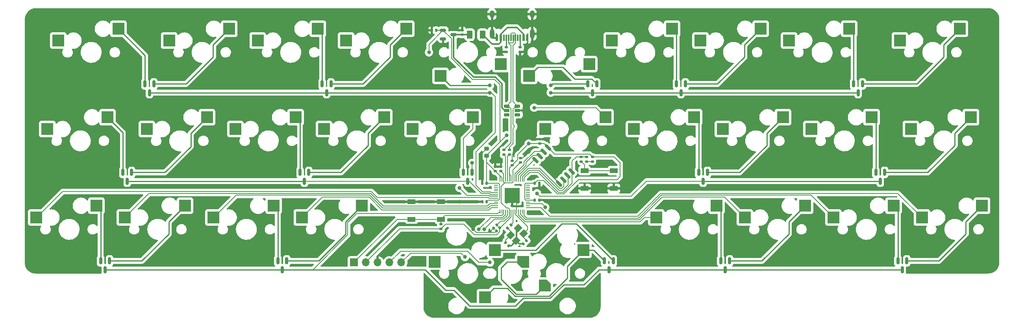
<source format=gbl>
%TF.GenerationSoftware,KiCad,Pcbnew,7.0.6*%
%TF.CreationDate,2023-07-16T23:36:14-04:00*%
%TF.ProjectId,littolRP2040,6c697474-6f6c-4525-9032-3034302e6b69,rev?*%
%TF.SameCoordinates,PX2d6b3a0PY7e098dc*%
%TF.FileFunction,Copper,L2,Bot*%
%TF.FilePolarity,Positive*%
%FSLAX46Y46*%
G04 Gerber Fmt 4.6, Leading zero omitted, Abs format (unit mm)*
G04 Created by KiCad (PCBNEW 7.0.6) date 2023-07-16 23:36:14*
%MOMM*%
%LPD*%
G01*
G04 APERTURE LIST*
G04 Aperture macros list*
%AMRoundRect*
0 Rectangle with rounded corners*
0 $1 Rounding radius*
0 $2 $3 $4 $5 $6 $7 $8 $9 X,Y pos of 4 corners*
0 Add a 4 corners polygon primitive as box body*
4,1,4,$2,$3,$4,$5,$6,$7,$8,$9,$2,$3,0*
0 Add four circle primitives for the rounded corners*
1,1,$1+$1,$2,$3*
1,1,$1+$1,$4,$5*
1,1,$1+$1,$6,$7*
1,1,$1+$1,$8,$9*
0 Add four rect primitives between the rounded corners*
20,1,$1+$1,$2,$3,$4,$5,0*
20,1,$1+$1,$4,$5,$6,$7,0*
20,1,$1+$1,$6,$7,$8,$9,0*
20,1,$1+$1,$8,$9,$2,$3,0*%
%AMRotRect*
0 Rectangle, with rotation*
0 The origin of the aperture is its center*
0 $1 length*
0 $2 width*
0 $3 Rotation angle, in degrees counterclockwise*
0 Add horizontal line*
21,1,$1,$2,0,0,$3*%
%AMOutline5P*
0 Free polygon, 5 corners , with rotation*
0 The origin of the aperture is its center*
0 number of corners: always 5*
0 $1 to $10 corner X, Y*
0 $11 Rotation angle, in degrees counterclockwise*
0 create outline with 5 corners*
4,1,5,$1,$2,$3,$4,$5,$6,$7,$8,$9,$10,$1,$2,$11*%
%AMOutline6P*
0 Free polygon, 6 corners , with rotation*
0 The origin of the aperture is its center*
0 number of corners: always 6*
0 $1 to $12 corner X, Y*
0 $13 Rotation angle, in degrees counterclockwise*
0 create outline with 6 corners*
4,1,6,$1,$2,$3,$4,$5,$6,$7,$8,$9,$10,$11,$12,$1,$2,$13*%
%AMOutline7P*
0 Free polygon, 7 corners , with rotation*
0 The origin of the aperture is its center*
0 number of corners: always 7*
0 $1 to $14 corner X, Y*
0 $15 Rotation angle, in degrees counterclockwise*
0 create outline with 7 corners*
4,1,7,$1,$2,$3,$4,$5,$6,$7,$8,$9,$10,$11,$12,$13,$14,$1,$2,$15*%
%AMOutline8P*
0 Free polygon, 8 corners , with rotation*
0 The origin of the aperture is its center*
0 number of corners: always 8*
0 $1 to $16 corner X, Y*
0 $17 Rotation angle, in degrees counterclockwise*
0 create outline with 8 corners*
4,1,8,$1,$2,$3,$4,$5,$6,$7,$8,$9,$10,$11,$12,$13,$14,$15,$16,$1,$2,$17*%
G04 Aperture macros list end*
%TA.AperFunction,ComponentPad*%
%ADD10R,1.700000X1.700000*%
%TD*%
%TA.AperFunction,ComponentPad*%
%ADD11O,1.700000X1.700000*%
%TD*%
%TA.AperFunction,SMDPad,CuDef*%
%ADD12R,2.550000X2.500000*%
%TD*%
%TA.AperFunction,SMDPad,CuDef*%
%ADD13RoundRect,0.140000X-0.140000X-0.170000X0.140000X-0.170000X0.140000X0.170000X-0.140000X0.170000X0*%
%TD*%
%TA.AperFunction,SMDPad,CuDef*%
%ADD14RoundRect,0.150000X-0.150000X0.587500X-0.150000X-0.587500X0.150000X-0.587500X0.150000X0.587500X0*%
%TD*%
%TA.AperFunction,SMDPad,CuDef*%
%ADD15RoundRect,0.140000X0.170000X-0.140000X0.170000X0.140000X-0.170000X0.140000X-0.170000X-0.140000X0*%
%TD*%
%TA.AperFunction,SMDPad,CuDef*%
%ADD16RoundRect,0.250000X0.375000X0.625000X-0.375000X0.625000X-0.375000X-0.625000X0.375000X-0.625000X0*%
%TD*%
%TA.AperFunction,SMDPad,CuDef*%
%ADD17RoundRect,0.150000X-0.512500X-0.150000X0.512500X-0.150000X0.512500X0.150000X-0.512500X0.150000X0*%
%TD*%
%TA.AperFunction,SMDPad,CuDef*%
%ADD18RotRect,1.400000X1.200000X45.000000*%
%TD*%
%TA.AperFunction,SMDPad,CuDef*%
%ADD19RoundRect,0.140000X0.021213X-0.219203X0.219203X-0.021213X-0.021213X0.219203X-0.219203X0.021213X0*%
%TD*%
%TA.AperFunction,SMDPad,CuDef*%
%ADD20RoundRect,0.135000X-0.185000X0.135000X-0.185000X-0.135000X0.185000X-0.135000X0.185000X0.135000X0*%
%TD*%
%TA.AperFunction,SMDPad,CuDef*%
%ADD21RoundRect,0.140000X-0.021213X0.219203X-0.219203X0.021213X0.021213X-0.219203X0.219203X-0.021213X0*%
%TD*%
%TA.AperFunction,SMDPad,CuDef*%
%ADD22RoundRect,0.135000X0.185000X-0.135000X0.185000X0.135000X-0.185000X0.135000X-0.185000X-0.135000X0*%
%TD*%
%TA.AperFunction,SMDPad,CuDef*%
%ADD23RoundRect,0.150000X0.475000X0.150000X-0.475000X0.150000X-0.475000X-0.150000X0.475000X-0.150000X0*%
%TD*%
%TA.AperFunction,SMDPad,CuDef*%
%ADD24RoundRect,0.140000X0.140000X0.170000X-0.140000X0.170000X-0.140000X-0.170000X0.140000X-0.170000X0*%
%TD*%
%TA.AperFunction,SMDPad,CuDef*%
%ADD25RoundRect,0.225000X0.250000X-0.225000X0.250000X0.225000X-0.250000X0.225000X-0.250000X-0.225000X0*%
%TD*%
%TA.AperFunction,SMDPad,CuDef*%
%ADD26Outline5P,-1.275000X1.250000X0.400000X1.250000X1.275000X0.375000X1.275000X-1.250000X-1.275000X-1.250000X180.000000*%
%TD*%
%TA.AperFunction,SMDPad,CuDef*%
%ADD27RoundRect,0.050000X0.387500X0.050000X-0.387500X0.050000X-0.387500X-0.050000X0.387500X-0.050000X0*%
%TD*%
%TA.AperFunction,SMDPad,CuDef*%
%ADD28RoundRect,0.050000X0.050000X0.387500X-0.050000X0.387500X-0.050000X-0.387500X0.050000X-0.387500X0*%
%TD*%
%TA.AperFunction,SMDPad,CuDef*%
%ADD29R,3.200000X3.200000*%
%TD*%
%TA.AperFunction,SMDPad,CuDef*%
%ADD30RoundRect,0.150000X0.565685X-0.353553X-0.353553X0.565685X-0.565685X0.353553X0.353553X-0.565685X0*%
%TD*%
%TA.AperFunction,SMDPad,CuDef*%
%ADD31RoundRect,0.135000X0.035355X-0.226274X0.226274X-0.035355X-0.035355X0.226274X-0.226274X0.035355X0*%
%TD*%
%TA.AperFunction,SMDPad,CuDef*%
%ADD32R,1.700000X1.000000*%
%TD*%
%TA.AperFunction,SMDPad,CuDef*%
%ADD33Outline5P,-1.275000X1.250000X0.400000X1.250000X1.275000X0.375000X1.275000X-1.250000X-1.275000X-1.250000X0.000000*%
%TD*%
%TA.AperFunction,SMDPad,CuDef*%
%ADD34R,0.600000X1.450000*%
%TD*%
%TA.AperFunction,SMDPad,CuDef*%
%ADD35R,0.300000X1.450000*%
%TD*%
%TA.AperFunction,ComponentPad*%
%ADD36O,1.000000X1.600000*%
%TD*%
%TA.AperFunction,ComponentPad*%
%ADD37O,1.000000X2.100000*%
%TD*%
%TA.AperFunction,SMDPad,CuDef*%
%ADD38RoundRect,0.140000X0.219203X0.021213X0.021213X0.219203X-0.219203X-0.021213X-0.021213X-0.219203X0*%
%TD*%
%TA.AperFunction,ViaPad*%
%ADD39C,0.800000*%
%TD*%
%TA.AperFunction,Conductor*%
%ADD40C,0.200000*%
%TD*%
%TA.AperFunction,Conductor*%
%ADD41C,0.300000*%
%TD*%
%TA.AperFunction,Conductor*%
%ADD42C,0.250000*%
%TD*%
G04 APERTURE END LIST*
D10*
%TO.P,J2,1,Pin_1*%
%TO.N,RESET*%
X70802704Y11906280D03*
D11*
%TO.P,J2,2,Pin_2*%
%TO.N,+3V3*%
X73342704Y11906280D03*
%TO.P,J2,3,Pin_3*%
%TO.N,GND*%
X75882704Y11906280D03*
%TO.P,J2,4,Pin_4*%
%TO.N,SWC*%
X78422704Y11906280D03*
%TO.P,J2,5,Pin_5*%
%TO.N,SWD*%
X80962704Y11906280D03*
%TD*%
D12*
%TO.P,MX24,1,COL*%
%TO.N,COL 7*%
X150097727Y40640096D03*
%TO.P,MX24,2,ROW*%
%TO.N,Net-(MX24-ROW)*%
X163024727Y43180096D03*
%TD*%
D13*
%TO.P,C13,1*%
%TO.N,+3V3*%
X109653090Y28928200D03*
%TO.P,C13,2*%
%TO.N,GND*%
X110613090Y28928200D03*
%TD*%
D14*
%TO.P,D2,1,A*%
%TO.N,Net-(MX2-ROW)*%
X21076618Y31298514D03*
%TO.P,D2,2,A*%
%TO.N,Net-(MX5-ROW)*%
X22976618Y31298514D03*
%TO.P,D2,3,K*%
%TO.N,ROW 1*%
X22026618Y29423514D03*
%TD*%
D15*
%TO.P,C1,1*%
%TO.N,+5V*%
X94059612Y60962656D03*
%TO.P,C1,2*%
%TO.N,GND*%
X94059612Y61922656D03*
%TD*%
D12*
%TO.P,MX25,1,COL*%
%TO.N,COL 7*%
X154860239Y21590048D03*
%TO.P,MX25,2,ROW*%
%TO.N,Net-(MX25-ROW)*%
X167787239Y24130048D03*
%TD*%
D16*
%TO.P,F1,1*%
%TO.N,VBUS*%
X98436182Y60962656D03*
%TO.P,F1,2*%
%TO.N,+5V*%
X95636182Y60962656D03*
%TD*%
D12*
%TO.P,MX1,1,COL*%
%TO.N,COL 0*%
X7182705Y59690144D03*
%TO.P,MX1,2,ROW*%
%TO.N,Net-(MX1-ROW)*%
X20109705Y62230144D03*
%TD*%
D17*
%TO.P,U2,1,GND*%
%TO.N,GND*%
X89945542Y60012656D03*
%TO.P,U2,2,VO*%
%TO.N,+3V3*%
X89945542Y61912656D03*
%TO.P,U2,3,VI*%
%TO.N,+5V*%
X92220542Y60962656D03*
%TD*%
D12*
%TO.P,MX17,1,COL*%
%TO.N,COL 5*%
X111957969Y40640096D03*
%TO.P,MX17,2,ROW*%
%TO.N,Net-(MX17-ROW)*%
X124884969Y43180096D03*
%TD*%
%TO.P,MX27,1,COL*%
%TO.N,COL 8*%
X169147775Y40640096D03*
%TO.P,MX27,2,ROW*%
%TO.N,Net-(MX27-ROW)*%
X182074775Y43180096D03*
%TD*%
%TO.P,MX2,1,COL*%
%TO.N,COL 0*%
X4841111Y40640096D03*
%TO.P,MX2,2,ROW*%
%TO.N,Net-(MX2-ROW)*%
X17768111Y43180096D03*
%TD*%
%TO.P,MX5,1,COL*%
%TO.N,COL 1*%
X26232753Y40640096D03*
%TO.P,MX5,2,ROW*%
%TO.N,Net-(MX5-ROW)*%
X39159753Y43180096D03*
%TD*%
%TO.P,MX22,1,COL*%
%TO.N,COL 6*%
X135810191Y21590048D03*
%TO.P,MX22,2,ROW*%
%TO.N,Net-(MX22-ROW)*%
X148737191Y24130048D03*
%TD*%
D14*
%TO.P,D10,1,A*%
%TO.N,Net-(MX20-ROW)*%
X140139418Y50348562D03*
%TO.P,D10,2,A*%
%TO.N,Net-(MX23-ROW)*%
X142039418Y50348562D03*
%TO.P,D10,3,K*%
%TO.N,ROW 0*%
X141089418Y48473562D03*
%TD*%
D15*
%TO.P,C6,1*%
%TO.N,+1V1*%
X102394008Y31551642D03*
%TO.P,C6,2*%
%TO.N,GND*%
X102394008Y32511642D03*
%TD*%
D18*
%TO.P,Y1,1,1*%
%TO.N,Net-(C4-Pad2)*%
X104484893Y17784783D03*
%TO.P,Y1,2,2*%
%TO.N,GND*%
X106040528Y19340418D03*
%TO.P,Y1,3,3*%
%TO.N,Net-(U4-XIN)*%
X107242609Y18138337D03*
%TO.P,Y1,4,4*%
%TO.N,GND*%
X105686974Y16582702D03*
%TD*%
D15*
%TO.P,C5,1*%
%TO.N,+3V3*%
X110728404Y37504782D03*
%TO.P,C5,2*%
%TO.N,GND*%
X110728404Y38464782D03*
%TD*%
D19*
%TO.P,C3,1*%
%TO.N,GND*%
X107208143Y15938347D03*
%TO.P,C3,2*%
%TO.N,Net-(U4-XIN)*%
X107886965Y16617169D03*
%TD*%
D12*
%TO.P,MX3,1,COL*%
%TO.N,COL 0*%
X2440024Y21590048D03*
%TO.P,MX3,2,ROW*%
%TO.N,Net-(MX3-ROW)*%
X15367024Y24130048D03*
%TD*%
D14*
%TO.P,D15,1,A*%
%TO.N,Net-(MX28-ROW)*%
X187764538Y12248466D03*
%TO.P,D15,2,A*%
%TO.N,Net-(MX31-ROW)*%
X189664538Y12248466D03*
%TO.P,D15,3,K*%
%TO.N,ROW 2*%
X188714538Y10373466D03*
%TD*%
D20*
%TO.P,R6,1*%
%TO.N,+3V3*%
X122039370Y34647270D03*
%TO.P,R6,2*%
%TO.N,Net-(R6-Pad2)*%
X122039370Y33627270D03*
%TD*%
D12*
%TO.P,MX11,1,COL*%
%TO.N,COL 3*%
X64352680Y40640096D03*
%TO.P,MX11,2,ROW*%
%TO.N,Net-(MX11-ROW)*%
X77279680Y43180096D03*
%TD*%
D21*
%TO.P,C8,1*%
%TO.N,+1V1*%
X101542791Y19984773D03*
%TO.P,C8,2*%
%TO.N,GND*%
X100863969Y19305951D03*
%TD*%
D12*
%TO.P,MX14,1,COL*%
%TO.N,COL 4*%
X83382897Y40640096D03*
%TO.P,MX14,2,ROW*%
%TO.N,Net-(MX14-ROW)*%
X96309897Y43180096D03*
%TD*%
D14*
%TO.P,D11,1,A*%
%TO.N,Net-(MX21-ROW)*%
X144901930Y31298514D03*
%TO.P,D11,2,A*%
%TO.N,Net-(MX24-ROW)*%
X146801930Y31298514D03*
%TO.P,D11,3,K*%
%TO.N,ROW 1*%
X145851930Y29423514D03*
%TD*%
D22*
%TO.P,R9,1*%
%TO.N,+3V3*%
X89470530Y19135362D03*
%TO.P,R9,2*%
%TO.N,RESET*%
X89470530Y20155362D03*
%TD*%
D12*
%TO.P,MX8,1,COL*%
%TO.N,COL 2*%
X45282801Y40640096D03*
%TO.P,MX8,2,ROW*%
%TO.N,Net-(MX8-ROW)*%
X58209801Y43180096D03*
%TD*%
%TO.P,MX10,1,COL*%
%TO.N,COL 3*%
X69095361Y59690144D03*
%TO.P,MX10,2,ROW*%
%TO.N,Net-(MX10-ROW)*%
X82022361Y62230144D03*
%TD*%
%TO.P,MX7,1,COL*%
%TO.N,COL 2*%
X50084975Y59690144D03*
%TO.P,MX7,2,ROW*%
%TO.N,Net-(MX7-ROW)*%
X63011975Y62230144D03*
%TD*%
D23*
%TO.P,U1,1,IO1*%
%TO.N,D+*%
X105950264Y45598550D03*
%TO.P,U1,2,VN*%
%TO.N,GND*%
X105950264Y44648550D03*
%TO.P,U1,3,IO2*%
%TO.N,unconnected-(U1-IO2-Pad3)*%
X105950264Y43698550D03*
%TO.P,U1,4,IO3*%
%TO.N,unconnected-(U1-IO3-Pad4)*%
X103600264Y43698550D03*
%TO.P,U1,5,VP*%
%TO.N,+5V*%
X103600264Y44648550D03*
%TO.P,U1,6,IO4*%
%TO.N,D-*%
X103600264Y45598550D03*
%TD*%
D22*
%TO.P,R7,1*%
%TO.N,Net-(R6-Pad2)*%
X120848742Y33627270D03*
%TO.P,R7,2*%
%TO.N,QSEL*%
X120848742Y34647270D03*
%TD*%
D24*
%TO.P,C14,1*%
%TO.N,+3V3*%
X99302124Y25003188D03*
%TO.P,C14,2*%
%TO.N,GND*%
X98342124Y25003188D03*
%TD*%
D22*
%TO.P,R2,1*%
%TO.N,GND*%
X106525264Y57235458D03*
%TO.P,R2,2*%
%TO.N,Net-(J1-CC2)*%
X106525264Y58255458D03*
%TD*%
D12*
%TO.P,MX15,1,COL*%
%TO.N,COL 4*%
X88165240Y12065024D03*
%TO.P,MX15,2,ROW*%
%TO.N,Net-(MX15-ROW)*%
X101092240Y14605024D03*
%TD*%
D14*
%TO.P,D6,1,A*%
%TO.N,Net-(MX9-ROW)*%
X54414202Y12248466D03*
%TO.P,D6,2,A*%
%TO.N,Net-(MX12-ROW)*%
X56314202Y12248466D03*
%TO.P,D6,3,K*%
%TO.N,ROW 2*%
X55364202Y10373466D03*
%TD*%
D25*
%TO.P,C9,1*%
%TO.N,+3V3*%
X99302124Y34858526D03*
%TO.P,C9,2*%
%TO.N,GND*%
X99302124Y36408526D03*
%TD*%
D26*
%TO.P,MX18,1,COL*%
%TO.N,COL 5*%
X107215288Y12065024D03*
D12*
%TO.P,MX18,2,ROW*%
%TO.N,Net-(MX18-ROW)*%
X120142288Y14605024D03*
%TD*%
D27*
%TO.P,U4,1,IOVDD*%
%TO.N,+3V3*%
X108212764Y28928200D03*
%TO.P,U4,2,GPIO0*%
%TO.N,unconnected-(U4-GPIO0-Pad2)*%
X108212764Y28528200D03*
%TO.P,U4,3,GPIO1*%
%TO.N,unconnected-(U4-GPIO1-Pad3)*%
X108212764Y28128200D03*
%TO.P,U4,4,GPIO2*%
%TO.N,unconnected-(U4-GPIO2-Pad4)*%
X108212764Y27728200D03*
%TO.P,U4,5,GPIO3*%
%TO.N,unconnected-(U4-GPIO3-Pad5)*%
X108212764Y27328200D03*
%TO.P,U4,6,GPIO4*%
%TO.N,unconnected-(U4-GPIO4-Pad6)*%
X108212764Y26928200D03*
%TO.P,U4,7,GPIO5*%
%TO.N,unconnected-(U4-GPIO5-Pad7)*%
X108212764Y26528200D03*
%TO.P,U4,8,GPIO6*%
%TO.N,unconnected-(U4-GPIO6-Pad8)*%
X108212764Y26128200D03*
%TO.P,U4,9,GPIO7*%
%TO.N,unconnected-(U4-GPIO7-Pad9)*%
X108212764Y25728200D03*
%TO.P,U4,10,IOVDD*%
%TO.N,+3V3*%
X108212764Y25328200D03*
%TO.P,U4,11,GPIO8*%
%TO.N,unconnected-(U4-GPIO8-Pad11)*%
X108212764Y24928200D03*
%TO.P,U4,12,GPIO9*%
%TO.N,COL 5*%
X108212764Y24528200D03*
%TO.P,U4,13,GPIO10*%
%TO.N,unconnected-(U4-GPIO10-Pad13)*%
X108212764Y24128200D03*
%TO.P,U4,14,GPIO11*%
%TO.N,COL 9*%
X108212764Y23728200D03*
D28*
%TO.P,U4,15,GPIO12*%
%TO.N,COL 8*%
X107375264Y22890700D03*
%TO.P,U4,16,GPIO13*%
%TO.N,unconnected-(U4-GPIO13-Pad16)*%
X106975264Y22890700D03*
%TO.P,U4,17,GPIO14*%
%TO.N,COL 7*%
X106575264Y22890700D03*
%TO.P,U4,18,GPIO15*%
%TO.N,COL 6*%
X106175264Y22890700D03*
%TO.P,U4,19,TESTEN*%
%TO.N,GND*%
X105775264Y22890700D03*
%TO.P,U4,20,XIN*%
%TO.N,Net-(U4-XIN)*%
X105375264Y22890700D03*
%TO.P,U4,21,XOUT*%
%TO.N,Net-(U4-XOUT)*%
X104975264Y22890700D03*
%TO.P,U4,22,IOVDD*%
%TO.N,+3V3*%
X104575264Y22890700D03*
%TO.P,U4,23,DVDD*%
%TO.N,+1V1*%
X104175264Y22890700D03*
%TO.P,U4,24,SWCLK*%
%TO.N,SWC*%
X103775264Y22890700D03*
%TO.P,U4,25,SWD*%
%TO.N,SWD*%
X103375264Y22890700D03*
%TO.P,U4,26,RUN*%
%TO.N,RESET*%
X102975264Y22890700D03*
%TO.P,U4,27,GPIO16*%
%TO.N,unconnected-(U4-GPIO16-Pad27)*%
X102575264Y22890700D03*
%TO.P,U4,28,GPIO17*%
%TO.N,ROW 2*%
X102175264Y22890700D03*
D27*
%TO.P,U4,29,GPIO18*%
%TO.N,COL 3*%
X101337764Y23728200D03*
%TO.P,U4,30,GPIO19*%
%TO.N,COL 2*%
X101337764Y24128200D03*
%TO.P,U4,31,GPIO20*%
%TO.N,COL 1*%
X101337764Y24528200D03*
%TO.P,U4,32,GPIO21*%
%TO.N,unconnected-(U4-GPIO21-Pad32)*%
X101337764Y24928200D03*
%TO.P,U4,33,IOVDD*%
%TO.N,+3V3*%
X101337764Y25328200D03*
%TO.P,U4,34,GPIO22*%
%TO.N,COL 0*%
X101337764Y25728200D03*
%TO.P,U4,35,GPIO23*%
%TO.N,COL 4*%
X101337764Y26128200D03*
%TO.P,U4,36,GPIO24*%
%TO.N,ROW 1*%
X101337764Y26528200D03*
%TO.P,U4,37,GPIO25*%
%TO.N,ROW 0*%
X101337764Y26928200D03*
%TO.P,U4,38,GPIO26_ADC0*%
%TO.N,unconnected-(U4-GPIO26_ADC0-Pad38)*%
X101337764Y27328200D03*
%TO.P,U4,39,GPIO27_ADC1*%
%TO.N,unconnected-(U4-GPIO27_ADC1-Pad39)*%
X101337764Y27728200D03*
%TO.P,U4,40,GPIO28_ADC2*%
%TO.N,unconnected-(U4-GPIO28_ADC2-Pad40)*%
X101337764Y28128200D03*
%TO.P,U4,41,GPIO29_ADC3*%
%TO.N,unconnected-(U4-GPIO29_ADC3-Pad41)*%
X101337764Y28528200D03*
%TO.P,U4,42,IOVDD*%
%TO.N,+3V3*%
X101337764Y28928200D03*
D28*
%TO.P,U4,43,ADC_AVDD*%
X102175264Y29765700D03*
%TO.P,U4,44,VREG_IN*%
X102575264Y29765700D03*
%TO.P,U4,45,VREG_VOUT*%
%TO.N,+1V1*%
X102975264Y29765700D03*
%TO.P,U4,46,USB_DM*%
%TO.N,Net-(U4-USB_DM)*%
X103375264Y29765700D03*
%TO.P,U4,47,USB_DP*%
%TO.N,Net-(U4-USB_DP)*%
X103775264Y29765700D03*
%TO.P,U4,48,USB_VDD*%
%TO.N,+3V3*%
X104175264Y29765700D03*
%TO.P,U4,49,IOVDD*%
X104575264Y29765700D03*
%TO.P,U4,50,DVDD*%
%TO.N,+1V1*%
X104975264Y29765700D03*
%TO.P,U4,51,QSPI_SD3*%
%TO.N,QIO3*%
X105375264Y29765700D03*
%TO.P,U4,52,QSPI_SCLK*%
%TO.N,QCLK*%
X105775264Y29765700D03*
%TO.P,U4,53,QSPI_SD0*%
%TO.N,QIO0*%
X106175264Y29765700D03*
%TO.P,U4,54,QSPI_SD2*%
%TO.N,QIO2*%
X106575264Y29765700D03*
%TO.P,U4,55,QSPI_SD1*%
%TO.N,QIO1*%
X106975264Y29765700D03*
%TO.P,U4,56,QSPI_SS*%
%TO.N,QSEL*%
X107375264Y29765700D03*
D29*
%TO.P,U4,57,GND*%
%TO.N,GND*%
X104775264Y26328200D03*
%TD*%
D12*
%TO.P,MX9,1,COL*%
%TO.N,COL 2*%
X40559951Y21590048D03*
%TO.P,MX9,2,ROW*%
%TO.N,Net-(MX9-ROW)*%
X53486951Y24130048D03*
%TD*%
%TO.P,MX29,1,COL*%
%TO.N,COL 9*%
X188177992Y59690144D03*
%TO.P,MX29,2,ROW*%
%TO.N,Net-(MX29-ROW)*%
X201104992Y62230144D03*
%TD*%
D14*
%TO.P,D12,1,A*%
%TO.N,Net-(MX22-ROW)*%
X149664442Y12248466D03*
%TO.P,D12,2,A*%
%TO.N,Net-(MX25-ROW)*%
X151564442Y12248466D03*
%TO.P,D12,3,K*%
%TO.N,ROW 2*%
X150614442Y10373466D03*
%TD*%
D30*
%TO.P,U3,1,~{CS}*%
%TO.N,QSEL*%
X117597597Y31543724D03*
%TO.P,U3,2,DO(IO1)*%
%TO.N,QIO1*%
X116699571Y30645698D03*
%TO.P,U3,3,IO2*%
%TO.N,QIO2*%
X115801546Y29747673D03*
%TO.P,U3,4,GND*%
%TO.N,GND*%
X114903520Y28849647D03*
%TO.P,U3,5,DI(IO0)*%
%TO.N,QIO0*%
X109812351Y33940816D03*
%TO.P,U3,6,CLK*%
%TO.N,QCLK*%
X110710377Y34838842D03*
%TO.P,U3,7,IO3*%
%TO.N,QIO3*%
X111608402Y35736867D03*
%TO.P,U3,8,VCC*%
%TO.N,+3V3*%
X112506428Y36634893D03*
%TD*%
D14*
%TO.P,D9,1,A*%
%TO.N,Net-(MX18-ROW)*%
X124661254Y12248466D03*
%TO.P,D9,2,A*%
%TO.N,Net-(MX15-ROW)*%
X126561254Y12248466D03*
%TO.P,D9,3,K*%
%TO.N,ROW 2*%
X125611254Y10373466D03*
%TD*%
D15*
%TO.P,C11,1*%
%TO.N,+3V3*%
X101203380Y31551642D03*
%TO.P,C11,2*%
%TO.N,GND*%
X101203380Y32511642D03*
%TD*%
D20*
%TO.P,R8,1*%
%TO.N,QSEL*%
X119658114Y34647270D03*
%TO.P,R8,2*%
%TO.N,Net-(BOOT1-Pad1)*%
X119658114Y33627270D03*
%TD*%
D14*
%TO.P,D5,1,A*%
%TO.N,Net-(MX8-ROW)*%
X59176714Y31298514D03*
%TO.P,D5,2,A*%
%TO.N,Net-(MX11-ROW)*%
X61076714Y31298514D03*
%TO.P,D5,3,K*%
%TO.N,ROW 1*%
X60126714Y29423514D03*
%TD*%
D31*
%TO.P,R5,1*%
%TO.N,Net-(C4-Pad2)*%
X103819326Y19284738D03*
%TO.P,R5,2*%
%TO.N,Net-(U4-XOUT)*%
X104540574Y20005986D03*
%TD*%
D13*
%TO.P,C15,1*%
%TO.N,+3V3*%
X109653090Y25328200D03*
%TO.P,C15,2*%
%TO.N,GND*%
X110613090Y25328200D03*
%TD*%
D12*
%TO.P,MX12,1,COL*%
%TO.N,COL 3*%
X59570337Y21590048D03*
%TO.P,MX12,2,ROW*%
%TO.N,Net-(MX12-ROW)*%
X72497337Y24130048D03*
%TD*%
D14*
%TO.P,D4,1,A*%
%TO.N,Net-(MX7-ROW)*%
X63939226Y50348562D03*
%TO.P,D4,2,A*%
%TO.N,Net-(MX10-ROW)*%
X65839226Y50348562D03*
%TO.P,D4,3,K*%
%TO.N,ROW 0*%
X64889226Y48473562D03*
%TD*%
%TO.P,D3,1,A*%
%TO.N,Net-(MX3-ROW)*%
X16314106Y12248466D03*
%TO.P,D3,2,A*%
%TO.N,Net-(MX6-ROW)*%
X18214106Y12248466D03*
%TO.P,D3,3,K*%
%TO.N,ROW 2*%
X17264106Y10373466D03*
%TD*%
%TO.P,D8,1,A*%
%TO.N,Net-(MX14-ROW)*%
X94300240Y31298514D03*
%TO.P,D8,2,A*%
%TO.N,Net-(MX17-ROW)*%
X96200240Y31298514D03*
%TO.P,D8,3,K*%
%TO.N,ROW 1*%
X95250240Y29423514D03*
%TD*%
D12*
%TO.P,MX21,1,COL*%
%TO.N,COL 6*%
X131008017Y40640096D03*
%TO.P,MX21,2,ROW*%
%TO.N,Net-(MX21-ROW)*%
X143935017Y43180096D03*
%TD*%
%TO.P,MX6,1,COL*%
%TO.N,COL 1*%
X21509903Y21590048D03*
%TO.P,MX6,2,ROW*%
%TO.N,Net-(MX6-ROW)*%
X34436903Y24130048D03*
%TD*%
D14*
%TO.P,D1,1,A*%
%TO.N,Net-(MX1-ROW)*%
X25839130Y50348562D03*
%TO.P,D1,2,A*%
%TO.N,Net-(MX4-ROW)*%
X27739130Y50348562D03*
%TO.P,D1,3,K*%
%TO.N,ROW 0*%
X26789130Y48473562D03*
%TD*%
D12*
%TO.P,MX30,1,COL*%
%TO.N,COL 9*%
X190539417Y40640096D03*
%TO.P,MX30,2,ROW*%
%TO.N,Net-(MX30-ROW)*%
X203466417Y43180096D03*
%TD*%
D22*
%TO.P,R4,1*%
%TO.N,Net-(U4-USB_DM)*%
X102989322Y35123526D03*
%TO.P,R4,2*%
%TO.N,D-*%
X102989322Y36143526D03*
%TD*%
D12*
%TO.P,MX13,1,COL*%
%TO.N,COL 4*%
X102315409Y54610144D03*
%TO.P,MX13,2,ROW*%
%TO.N,Net-(MX13-ROW)*%
X89388409Y52070144D03*
%TD*%
D24*
%TO.P,C2,1*%
%TO.N,+3V3*%
X88471158Y61912656D03*
%TO.P,C2,2*%
%TO.N,GND*%
X87511158Y61912656D03*
%TD*%
D12*
%TO.P,MX16,1,COL*%
%TO.N,COL 5*%
X121365457Y54610144D03*
%TO.P,MX16,2,ROW*%
%TO.N,Net-(MX16-ROW)*%
X108438457Y52070144D03*
%TD*%
D21*
%TO.P,C16,1*%
%TO.N,+3V3*%
X102138105Y19389459D03*
%TO.P,C16,2*%
%TO.N,GND*%
X101459283Y18710637D03*
%TD*%
D32*
%TO.P,RESET1,1,1*%
%TO.N,RESET*%
X83170530Y21203188D03*
X89470530Y21203188D03*
%TO.P,RESET1,2,2*%
%TO.N,GND*%
X83170530Y25003188D03*
X89470530Y25003188D03*
%TD*%
D15*
%TO.P,C7,1*%
%TO.N,+1V1*%
X106561206Y33452898D03*
%TO.P,C7,2*%
%TO.N,GND*%
X106561206Y34412898D03*
%TD*%
D12*
%TO.P,MX28,1,COL*%
%TO.N,COL 8*%
X173890456Y21590048D03*
%TO.P,MX28,2,ROW*%
%TO.N,Net-(MX28-ROW)*%
X186817456Y24130048D03*
%TD*%
D20*
%TO.P,R1,1*%
%TO.N,Net-(J1-CC1)*%
X103525264Y58255458D03*
%TO.P,R1,2*%
%TO.N,GND*%
X103525264Y57235458D03*
%TD*%
D15*
%TO.P,C12,1*%
%TO.N,+3V3*%
X104775264Y32857584D03*
%TO.P,C12,2*%
%TO.N,GND*%
X104775264Y33817584D03*
%TD*%
D14*
%TO.P,D13,1,A*%
%TO.N,Net-(MX26-ROW)*%
X178239514Y50348562D03*
%TO.P,D13,2,A*%
%TO.N,Net-(MX29-ROW)*%
X180139514Y50348562D03*
%TO.P,D13,3,K*%
%TO.N,ROW 0*%
X179189514Y48473562D03*
%TD*%
D33*
%TO.P,MX19,1,COL*%
%TO.N,COL 5*%
X111860264Y6985024D03*
D12*
%TO.P,MX19,2,ROW*%
%TO.N,Net-(MX18-ROW)*%
X98933264Y4445024D03*
%TD*%
D34*
%TO.P,J1,A1,GND*%
%TO.N,GND*%
X101525264Y60248912D03*
%TO.P,J1,A4,VBUS*%
%TO.N,VBUS*%
X102325264Y60248912D03*
D35*
%TO.P,J1,A5,CC1*%
%TO.N,Net-(J1-CC1)*%
X103525264Y60248912D03*
%TO.P,J1,A6,D+*%
%TO.N,D+*%
X104525264Y60248912D03*
%TO.P,J1,A7,D-*%
%TO.N,D-*%
X105025264Y60248912D03*
%TO.P,J1,A8,SBU1*%
%TO.N,unconnected-(J1-SBU1-PadA8)*%
X106025264Y60248912D03*
D34*
%TO.P,J1,A9,VBUS*%
%TO.N,VBUS*%
X107225264Y60248912D03*
%TO.P,J1,A12,GND*%
%TO.N,GND*%
X108025264Y60248912D03*
%TO.P,J1,B1,GND*%
X108025264Y60248912D03*
%TO.P,J1,B4,VBUS*%
%TO.N,VBUS*%
X107225264Y60248912D03*
D35*
%TO.P,J1,B5,CC2*%
%TO.N,Net-(J1-CC2)*%
X106525264Y60248912D03*
%TO.P,J1,B6,D+*%
%TO.N,D+*%
X105525264Y60248912D03*
%TO.P,J1,B7,D-*%
%TO.N,D-*%
X104025264Y60248912D03*
%TO.P,J1,B8,SBU2*%
%TO.N,unconnected-(J1-SBU2-PadB8)*%
X103025264Y60248912D03*
D34*
%TO.P,J1,B9,VBUS*%
%TO.N,VBUS*%
X102325264Y60248912D03*
%TO.P,J1,B12,GND*%
%TO.N,GND*%
X101525264Y60248912D03*
D36*
%TO.P,J1,S1,SHIELD*%
X100455264Y65343912D03*
D37*
X100455264Y61163912D03*
D36*
X109095264Y65343912D03*
D37*
X109095264Y61163912D03*
%TD*%
D22*
%TO.P,R3,1*%
%TO.N,Net-(U4-USB_DP)*%
X104179950Y35123526D03*
%TO.P,R3,2*%
%TO.N,D+*%
X104179950Y36143526D03*
%TD*%
D12*
%TO.P,MX26,1,COL*%
%TO.N,COL 8*%
X164365432Y59690144D03*
%TO.P,MX26,2,ROW*%
%TO.N,Net-(MX26-ROW)*%
X177292432Y62230144D03*
%TD*%
%TO.P,MX31,1,COL*%
%TO.N,COL 9*%
X192920673Y21590048D03*
%TO.P,MX31,2,ROW*%
%TO.N,Net-(MX31-ROW)*%
X205847673Y24130048D03*
%TD*%
D14*
%TO.P,D7,1,A*%
%TO.N,Net-(MX13-ROW)*%
X121089370Y50348562D03*
%TO.P,D7,2,A*%
%TO.N,Net-(MX16-ROW)*%
X122989370Y50348562D03*
%TO.P,D7,3,K*%
%TO.N,ROW 0*%
X122039370Y48473562D03*
%TD*%
D12*
%TO.P,MX20,1,COL*%
%TO.N,COL 6*%
X126245505Y59690144D03*
%TO.P,MX20,2,ROW*%
%TO.N,Net-(MX20-ROW)*%
X139172505Y62230144D03*
%TD*%
%TO.P,MX4,1,COL*%
%TO.N,COL 1*%
X31034927Y59690144D03*
%TO.P,MX4,2,ROW*%
%TO.N,Net-(MX4-ROW)*%
X43961927Y62230144D03*
%TD*%
D38*
%TO.P,C4,1*%
%TO.N,GND*%
X104077810Y15496797D03*
%TO.P,C4,2*%
%TO.N,Net-(C4-Pad2)*%
X103398988Y16175619D03*
%TD*%
D14*
%TO.P,D14,1,A*%
%TO.N,Net-(MX27-ROW)*%
X183002026Y31298514D03*
%TO.P,D14,2,A*%
%TO.N,Net-(MX30-ROW)*%
X184902026Y31298514D03*
%TO.P,D14,3,K*%
%TO.N,ROW 1*%
X183952026Y29423514D03*
%TD*%
D12*
%TO.P,MX23,1,COL*%
%TO.N,COL 7*%
X145315384Y59690144D03*
%TO.P,MX23,2,ROW*%
%TO.N,Net-(MX23-ROW)*%
X158242384Y62230144D03*
%TD*%
D24*
%TO.P,C10,1*%
%TO.N,+3V3*%
X99302124Y28928200D03*
%TO.P,C10,2*%
%TO.N,GND*%
X98342124Y28928200D03*
%TD*%
D32*
%TO.P,BOOT1,1,1*%
%TO.N,Net-(BOOT1-Pad1)*%
X126677655Y31665700D03*
X120377655Y31665700D03*
%TO.P,BOOT1,2,2*%
%TO.N,GND*%
X126677655Y27865700D03*
X120377655Y27865700D03*
%TD*%
D39*
%TO.N,GND*%
X105965892Y27384444D03*
X113704974Y32742270D03*
X102394008Y57745458D03*
X110728404Y27979758D03*
X98342124Y33337584D03*
X96440868Y19050048D03*
X105965892Y19050048D03*
X108347148Y35718840D03*
X103584636Y25003188D03*
X93464298Y25003188D03*
X105965892Y36314154D03*
X104775264Y26193816D03*
X101798694Y33932898D03*
X109537776Y30361014D03*
X105965892Y25003188D03*
X103584636Y26193816D03*
X104775264Y27384444D03*
X104775264Y25003188D03*
X105965892Y16668792D03*
X103584636Y27384444D03*
X105965892Y26193816D03*
%TO.N,ROW 0*%
X113109660Y48473562D03*
X100012752Y48473562D03*
%TO.N,+3V3*%
X108347148Y37504782D03*
X86915844Y57150144D03*
X103584636Y39290724D03*
%TO.N,ROW 1*%
X95250240Y29423514D03*
X110133090Y26789130D03*
%TO.N,Net-(MX13-ROW)*%
X100012752Y50006376D03*
X113109660Y50006376D03*
%TO.N,Net-(MX17-ROW)*%
X109537776Y45243864D03*
X96200240Y33337584D03*
%TO.N,COL 0*%
X4762512Y40481352D03*
X2381256Y21431304D03*
X7143768Y59531400D03*
%TO.N,COL 1*%
X21431304Y21431304D03*
X30956328Y59531400D03*
X26193816Y40481352D03*
%TO.N,COL 2*%
X50006376Y59531400D03*
X40481352Y21431304D03*
X45243864Y40481352D03*
%TO.N,COL 3*%
X69056424Y59531400D03*
X59531400Y21431304D03*
X64293912Y40481352D03*
%TO.N,COL 4*%
X88106472Y11906280D03*
X102394008Y54768888D03*
X83343960Y40481352D03*
X93464298Y27979758D03*
%TO.N,COL 5*%
X107156520Y11906280D03*
X111919032Y23812560D03*
X111919032Y40481352D03*
X121444056Y54768888D03*
%TO.N,COL 6*%
X135731592Y21431304D03*
X126206568Y59531400D03*
X130969080Y40481352D03*
%TO.N,COL 7*%
X145256616Y59531400D03*
X154781640Y21431304D03*
X150019128Y40481352D03*
%TO.N,COL 8*%
X173831688Y21431304D03*
X169069176Y40481352D03*
X164306664Y59531400D03*
%TO.N,COL 9*%
X192881736Y21431304D03*
X188119224Y59531400D03*
X190500480Y40481352D03*
%TO.N,SWC*%
X100012752Y11906280D03*
X98822124Y19050048D03*
%TO.N,SWD*%
X97631496Y19050048D03*
X94654926Y13096908D03*
%TD*%
D40*
%TO.N,Net-(BOOT1-Pad1)*%
X120377655Y32907729D02*
X120377655Y31665700D01*
X119658114Y33627270D02*
X120377655Y32907729D01*
X119658114Y31665700D02*
X125958114Y31665700D01*
D41*
%TO.N,GND*%
X104077810Y15496797D02*
X104601069Y15496797D01*
D40*
X98342124Y28928200D02*
X98342124Y33337584D01*
X98342124Y33452898D02*
X98226810Y33337584D01*
X104799950Y35148212D02*
X105965892Y36314154D01*
X106561206Y34412898D02*
X107041206Y34412898D01*
X99302124Y36408526D02*
X98342124Y35448526D01*
D41*
X104601069Y15496797D02*
X105686974Y16582702D01*
D40*
X104799950Y33842270D02*
X104799950Y35148212D01*
X100863969Y19305951D02*
X99908066Y18350048D01*
X105775264Y22890700D02*
X105775264Y24812560D01*
D41*
X106331329Y15938347D02*
X105965892Y16303784D01*
D40*
X97140868Y18350048D02*
X96440868Y19050048D01*
X98342124Y25003188D02*
X83170530Y25003188D01*
X105775264Y24812560D02*
X105965892Y25003188D01*
X101098694Y18350048D02*
X101459283Y18710637D01*
D41*
X107208143Y15938347D02*
X106331329Y15938347D01*
D40*
X107041206Y34412898D02*
X108347148Y35718840D01*
D41*
X105704132Y16599860D02*
X105704132Y19004022D01*
D40*
X98342124Y35448526D02*
X98342124Y33337584D01*
X99908066Y18350048D02*
X101098694Y18350048D01*
X99908066Y18350048D02*
X97140868Y18350048D01*
D42*
%TO.N,ROW 0*%
X26789130Y48473562D02*
X64889226Y48473562D01*
D40*
X100331434Y26928200D02*
X100121433Y27138200D01*
D42*
X141089418Y48473562D02*
X179189514Y48473562D01*
D40*
X101337764Y26928200D02*
X100331434Y26928200D01*
D42*
X122039370Y48473562D02*
X141089418Y48473562D01*
D40*
X97036182Y35718840D02*
X101203380Y39886038D01*
X100354938Y48473562D02*
X101203380Y47625120D01*
X98473054Y27138200D02*
X97036182Y28575072D01*
X100121433Y27138200D02*
X98473054Y27138200D01*
X97036182Y35718840D02*
X97036182Y28575072D01*
X101203380Y47625120D02*
X101203380Y39886038D01*
X100012752Y48473562D02*
X100354938Y48473562D01*
D42*
X122039370Y48473562D02*
X113109660Y48473562D01*
X64889226Y48473562D02*
X100012752Y48473562D01*
D41*
%TO.N,+5V*%
X92220542Y60962656D02*
X94059612Y60962656D01*
X92220542Y60962656D02*
X92220542Y56053726D01*
X102625264Y45241443D02*
X103218157Y44648550D01*
X101203380Y51792318D02*
X102625264Y50370434D01*
X92220542Y56053726D02*
X96481950Y51792318D01*
X96481950Y51792318D02*
X101203380Y51792318D01*
X95636182Y60962657D02*
X94059612Y60962656D01*
X102625264Y50370434D02*
X102625264Y45241443D01*
D40*
%TO.N,+3V3*%
X111636539Y37504782D02*
X112506428Y36634893D01*
X110263090Y29538200D02*
X111610474Y29538200D01*
X108212764Y28928200D02*
X109653090Y28928200D01*
X104175264Y32257584D02*
X104775264Y32857584D01*
X107680289Y25328200D02*
X108212764Y25328200D01*
X96641546Y17859420D02*
X101470736Y17859420D01*
X104775264Y32857584D02*
X105951206Y34033526D01*
X102575264Y30179758D02*
X102575264Y29765700D01*
X110728404Y37504782D02*
X108347148Y37504782D01*
X88471158Y61912656D02*
X89945542Y61912656D01*
X99302124Y34858526D02*
X99302124Y33452898D01*
X99302124Y25003188D02*
X99627136Y25328200D01*
X121469370Y35217270D02*
X122039370Y34647270D01*
X86915844Y57150144D02*
X86915844Y58882958D01*
X119072263Y29765700D02*
X127397196Y29765700D01*
X91770542Y55867330D02*
X96295554Y51342318D01*
X99302124Y33452898D02*
X101203380Y31551642D01*
X109653090Y28928200D02*
X110263090Y29538200D01*
X101337764Y28928200D02*
X101737764Y28928200D01*
X111636539Y37504782D02*
X110728404Y37504782D01*
X89470530Y19135362D02*
X90459092Y20123924D01*
X101337764Y25328200D02*
X101870239Y25328200D01*
X104575264Y29765700D02*
X104575264Y30556328D01*
X94377042Y20123924D02*
X96641546Y17859420D01*
X101870239Y25328200D02*
X102075264Y25533225D01*
X99302124Y34858526D02*
X99302124Y28928200D01*
X101870239Y28928200D02*
X101337764Y28928200D01*
X111610474Y29538200D02*
X114514712Y26633962D01*
X114514712Y26633962D02*
X115940525Y26633962D01*
X122069370Y34617270D02*
X126712824Y34617270D01*
X73342704Y11906280D02*
X80571786Y19135362D01*
X101203380Y31551642D02*
X102575264Y30179758D01*
X105951206Y34033526D02*
X105951206Y35108840D01*
X89470530Y19135362D02*
X80571786Y19135362D01*
X90459092Y20123924D02*
X94377042Y20123924D01*
X107475264Y25533225D02*
X107680289Y25328200D01*
X107680289Y28928200D02*
X107475264Y28723175D01*
X127992510Y33337584D02*
X126712824Y34617270D01*
X108212764Y25328200D02*
X109653090Y25328200D01*
X102138105Y18526789D02*
X102138105Y19389459D01*
X96295554Y51342318D02*
X101016984Y51342318D01*
X91770542Y60087656D02*
X91770542Y55867330D01*
X102075264Y28723175D02*
X101870239Y28928200D01*
X101016984Y51342318D02*
X102175264Y50184038D01*
X99627136Y25328200D02*
X101337764Y25328200D01*
X102175264Y50184038D02*
X102175264Y37881352D01*
X108212764Y28928200D02*
X107680289Y28928200D01*
X107475264Y28723175D02*
X107475264Y25533225D01*
X99302124Y35008212D02*
X99302124Y33452898D01*
X99302124Y28928200D02*
X101337764Y28928200D01*
X101470736Y17859420D02*
X102138105Y18526789D01*
X104575264Y30556328D02*
X104175264Y30956328D01*
X102075264Y25533225D02*
X102075264Y28723175D01*
X127397196Y29765700D02*
X127992510Y30361014D01*
X99302124Y35008212D02*
X103584636Y39290724D01*
X86915844Y58882958D02*
X89945542Y61912656D01*
X104175264Y29765700D02*
X104175264Y32257584D01*
X112506428Y36634893D02*
X113924051Y35217270D01*
X104575264Y21695481D02*
X104575264Y22890700D01*
X102175264Y29765700D02*
X102175264Y30579758D01*
X115940525Y26633962D02*
X119072263Y29765700D01*
X89945542Y61912656D02*
X91770542Y60087656D01*
X113924051Y35217270D02*
X121469370Y35217270D01*
X105951206Y35108840D02*
X108347148Y37504782D01*
X127992510Y30361014D02*
X127992510Y33337584D01*
X102269242Y19389459D02*
X104575264Y21695481D01*
%TO.N,ROW 1*%
X98226810Y26738200D02*
X99955748Y26738200D01*
D42*
X183952026Y29423514D02*
X145851930Y29423514D01*
X60126714Y29423514D02*
X22026618Y29423514D01*
D40*
X110133090Y26789130D02*
X110728404Y26193816D01*
X100165748Y26528200D02*
X99955748Y26738200D01*
X110728404Y26193816D02*
X130418295Y26193816D01*
X95250240Y29423514D02*
X60126714Y29423514D01*
X133647993Y29423514D02*
X145851930Y29423514D01*
X95250240Y29423514D02*
X95541496Y29423514D01*
X101337764Y26528200D02*
X100165748Y26528200D01*
X95541496Y29423514D02*
X98226810Y26738200D01*
X130418295Y26193816D02*
X133647993Y29423514D01*
%TO.N,Net-(U4-XIN)*%
X107242609Y17261524D02*
X107242610Y18138337D01*
X105375264Y22890700D02*
X105375264Y22358225D01*
X108088127Y19645362D02*
X108088127Y18983855D01*
X108088127Y18983855D02*
X107242609Y18138337D01*
X107886966Y16617169D02*
X107242609Y17261524D01*
X105375264Y22358225D02*
X108088127Y19645362D01*
%TO.N,Net-(C4-Pad2)*%
X104484894Y18619169D02*
X104484894Y17784783D01*
X103819325Y19284739D02*
X104484894Y18619169D01*
X104484894Y17784783D02*
X103398988Y16698877D01*
X103398988Y16698877D02*
X103398988Y16175618D01*
D42*
%TO.N,ROW 2*%
X17264106Y10373466D02*
X55364202Y10373466D01*
D40*
X102175264Y22890700D02*
X101711182Y22426618D01*
D42*
X115905559Y7143768D02*
X120253428Y7143768D01*
X105516520Y2570024D02*
X107156520Y4210024D01*
X120253428Y7143768D02*
X123483126Y10373466D01*
X90487728Y5953140D02*
X92273670Y5953140D01*
X95656786Y2570024D02*
X105516520Y2570024D01*
X112971815Y4210024D02*
X115905559Y7143768D01*
X58936086Y10373466D02*
X86067402Y10373466D01*
D40*
X71394947Y22426618D02*
X69449237Y20480908D01*
X69449237Y17892776D02*
X61929926Y10373466D01*
X61929926Y10373466D02*
X58936086Y10373466D01*
D42*
X150614442Y10373466D02*
X188714538Y10373466D01*
X55364202Y10373466D02*
X58936086Y10373466D01*
X123483126Y10373466D02*
X125611254Y10373466D01*
D40*
X69449237Y20480908D02*
X69449237Y17892776D01*
D42*
X107156520Y4210024D02*
X112971815Y4210024D01*
D40*
X101711182Y22426618D02*
X71394947Y22426618D01*
D42*
X125611254Y10373466D02*
X150614442Y10373466D01*
X86067402Y10373466D02*
X90487728Y5953140D01*
X92273670Y5953140D02*
X95656786Y2570024D01*
D40*
%TO.N,+1V1*%
X104975264Y29765700D02*
X104975264Y31866956D01*
X104175264Y23423175D02*
X104175264Y22890700D01*
X102975264Y29233225D02*
X102975264Y29765700D01*
X102975264Y29765700D02*
X102975264Y30970386D01*
X102475264Y28323175D02*
X103180289Y29028200D01*
X103180289Y29028200D02*
X102975264Y29233225D01*
X104175264Y21861167D02*
X104175264Y22890700D01*
X103970239Y23628200D02*
X104175264Y23423175D01*
X102475264Y24737572D02*
X102475264Y28323175D01*
X103584636Y23628200D02*
X103970239Y23628200D01*
X102975264Y30970386D02*
X102394008Y31551642D01*
X102384636Y20826618D02*
X103140714Y20826618D01*
X103584636Y23628200D02*
X102475264Y24737572D01*
X101542791Y19984773D02*
X102384636Y20826618D01*
X104975264Y29233225D02*
X104770239Y29028200D01*
X104975264Y29765700D02*
X104975264Y29233225D01*
X104975264Y31866956D02*
X106561206Y33452898D01*
X103140714Y20826618D02*
X104175264Y21861167D01*
X103180289Y29028200D02*
X104770239Y29028200D01*
D42*
%TO.N,Net-(MX1-ROW)*%
X25839130Y56500719D02*
X25839130Y50348562D01*
X20109705Y62230144D02*
X25839130Y56500719D01*
%TO.N,Net-(MX4-ROW)*%
X34668476Y50348562D02*
X27739130Y50348562D01*
X40488827Y58757044D02*
X40488827Y56168913D01*
X43961927Y62230144D02*
X40488827Y58757044D01*
X40488827Y56168913D02*
X34668476Y50348562D01*
%TO.N,Net-(MX2-ROW)*%
X21076618Y39871589D02*
X21076618Y31298514D01*
X17768111Y43180096D02*
X21076618Y39871589D01*
%TO.N,Net-(MX5-ROW)*%
X39159753Y43180096D02*
X35686653Y39706996D01*
X35686653Y39706996D02*
X35686653Y36877281D01*
X30107886Y31298514D02*
X22976618Y31298514D01*
X35686653Y36877281D02*
X30107886Y31298514D01*
%TO.N,Net-(MX3-ROW)*%
X16314106Y23182966D02*
X16314106Y12248466D01*
%TO.N,Net-(MX6-ROW)*%
X34436903Y24130048D02*
X30963803Y20656948D01*
X30963803Y20656948D02*
X30963803Y18068817D01*
X30963803Y18068817D02*
X25143452Y12248466D01*
X25143452Y12248466D02*
X18214106Y12248466D01*
%TO.N,Net-(MX7-ROW)*%
X63939226Y61302893D02*
X63939226Y50348562D01*
%TO.N,Net-(MX10-ROW)*%
X78549261Y58757044D02*
X78549261Y56168913D01*
X72728910Y50348562D02*
X65839226Y50348562D01*
X82022361Y62230144D02*
X78549261Y58757044D01*
X78549261Y56168913D02*
X72728910Y50348562D01*
%TO.N,Net-(MX8-ROW)*%
X59176714Y42213183D02*
X59176714Y31298514D01*
%TO.N,Net-(MX11-ROW)*%
X73806580Y37118865D02*
X67986229Y31298514D01*
X67986229Y31298514D02*
X61076714Y31298514D01*
X73806580Y39706996D02*
X73806580Y37118865D01*
X77279680Y43180096D02*
X73806580Y39706996D01*
%TO.N,Net-(MX9-ROW)*%
X54414202Y23202797D02*
X54414202Y12248466D01*
%TO.N,Net-(MX12-ROW)*%
X72497337Y24130048D02*
X69024237Y20656948D01*
X69024237Y20656948D02*
X69024237Y18068817D01*
X63203886Y12248466D02*
X56314202Y12248466D01*
X69024237Y18068817D02*
X63203886Y12248466D01*
%TO.N,Net-(MX13-ROW)*%
X89388409Y52070144D02*
X91452177Y50006376D01*
X91452177Y50006376D02*
X100012752Y50006376D01*
X113451846Y50348562D02*
X113109660Y50006376D01*
X121089370Y50348562D02*
X113451846Y50348562D01*
%TO.N,Net-(MX16-ROW)*%
X110313457Y53945144D02*
X115719346Y53945144D01*
X118253428Y51411062D02*
X121926870Y51411062D01*
X115719346Y53945144D02*
X118253428Y51411062D01*
X108438457Y52070144D02*
X110313457Y53945144D01*
X121926870Y51411062D02*
X122989370Y50348562D01*
D40*
%TO.N,Net-(MX14-ROW)*%
X94300240Y38617664D02*
X94300240Y31298514D01*
X96309897Y40627321D02*
X94300240Y38617664D01*
X96309897Y43180096D02*
X96309897Y40627321D01*
%TO.N,Net-(MX17-ROW)*%
X124884969Y43180096D02*
X122821201Y45243864D01*
X122821201Y45243864D02*
X109537776Y45243864D01*
X96200240Y31298514D02*
X96200240Y33337584D01*
D42*
%TO.N,Net-(MX18-ROW)*%
X103771984Y6320024D02*
X105431984Y4660024D01*
X100808264Y6320024D02*
X103771984Y6320024D01*
X120142288Y14605024D02*
X122304696Y14605024D01*
X112785419Y4660024D02*
X116669188Y8543793D01*
X116669188Y11131924D02*
X120142288Y14605024D01*
X122304696Y14605024D02*
X124661254Y12248466D01*
X116669188Y8543793D02*
X116669188Y11131924D01*
X105431984Y4660024D02*
X112785419Y4660024D01*
X98933264Y4445024D02*
X100808264Y6320024D01*
%TO.N,Net-(MX15-ROW)*%
X109855264Y14605024D02*
X115490916Y20240676D01*
X115490916Y20240676D02*
X118569044Y20240676D01*
X118569044Y20240676D02*
X126561254Y12248466D01*
X101092240Y14605024D02*
X109855264Y14605024D01*
%TO.N,Net-(MX20-ROW)*%
X140139418Y61263231D02*
X140139418Y50348562D01*
%TO.N,Net-(MX23-ROW)*%
X154769284Y56168913D02*
X148948933Y50348562D01*
X154769284Y58757044D02*
X154769284Y56168913D01*
X148948933Y50348562D02*
X142039418Y50348562D01*
X158242384Y62230144D02*
X154769284Y58757044D01*
%TO.N,Net-(MX21-ROW)*%
X144901930Y42213183D02*
X144901930Y31298514D01*
%TO.N,Net-(MX24-ROW)*%
X153731276Y31298514D02*
X146801930Y31298514D01*
X159551627Y39706996D02*
X159551627Y37118865D01*
X163024727Y43180096D02*
X159551627Y39706996D01*
X159551627Y37118865D02*
X153731276Y31298514D01*
%TO.N,Net-(MX22-ROW)*%
X149664442Y23202797D02*
X149664442Y12248466D01*
D40*
%TO.N,COL 0*%
X75771608Y25938200D02*
X74529760Y27180048D01*
X2381256Y21431304D02*
X8130000Y27180048D01*
X99834378Y25728200D02*
X99624378Y25938200D01*
X101337764Y25728200D02*
X99834378Y25728200D01*
X99624378Y25938200D02*
X75771608Y25938200D01*
X8130000Y27180048D02*
X74529760Y27180048D01*
%TO.N,COL 1*%
X74384621Y26759501D02*
X77126876Y24017246D01*
X99489109Y24017246D02*
X77126876Y24017246D01*
X21509903Y21590048D02*
X26699903Y26780048D01*
X26699903Y26780048D02*
X74364075Y26780048D01*
X101337764Y24528200D02*
X100000064Y24528200D01*
X100000064Y24528200D02*
X99489109Y24017246D01*
X74364075Y26780048D02*
X74384621Y26759501D01*
%TO.N,COL 2*%
X100165748Y24128200D02*
X99654794Y23617246D01*
X76961192Y23617246D02*
X74198390Y26380048D01*
X74198390Y26380048D02*
X45430096Y26380048D01*
X45430096Y26380048D02*
X40481352Y21431304D01*
X101337764Y24128200D02*
X100165748Y24128200D01*
X99654794Y23617246D02*
X76961192Y23617246D01*
%TO.N,COL 3*%
X63960337Y25980048D02*
X74032704Y25980048D01*
X76795506Y23217246D02*
X74032704Y25980048D01*
X101337764Y23728200D02*
X100331434Y23728200D01*
X59570337Y21590048D02*
X63960337Y25980048D01*
X99820480Y23217246D02*
X76795506Y23217246D01*
X100331434Y23728200D02*
X99820480Y23217246D01*
%TO.N,COL 4*%
X100000064Y26128200D02*
X99790063Y26338200D01*
X95105856Y26338200D02*
X93464298Y27979758D01*
X99790063Y26338200D02*
X95105856Y26338200D01*
X101337764Y26128200D02*
X100000064Y26128200D01*
D42*
%TO.N,COL 5*%
X105618380Y5110024D02*
X102406364Y8322040D01*
X102406364Y8322040D02*
X102406364Y10728008D01*
X109985264Y5110024D02*
X105618380Y5110024D01*
X111860264Y6985024D02*
X109985264Y5110024D01*
X102406364Y10728008D02*
X103743380Y12065024D01*
D40*
X108212764Y24528200D02*
X111203392Y24528200D01*
X111203392Y24528200D02*
X111919032Y23812560D01*
D42*
X103743380Y12065024D02*
X107215288Y12065024D01*
D40*
%TO.N,COL 6*%
X106175264Y22123912D02*
X107633500Y20665676D01*
X133250877Y21590048D02*
X135810191Y21590048D01*
X132326504Y20665676D02*
X133250877Y21590048D01*
X106175264Y22890700D02*
X106175264Y22123912D01*
X107633500Y20665676D02*
X132326504Y20665676D01*
%TO.N,COL 7*%
X106575264Y22890700D02*
X106575264Y22289598D01*
X137075191Y25980048D02*
X150470239Y25980048D01*
X132160819Y21065676D02*
X137075191Y25980048D01*
X150470239Y25980048D02*
X154860239Y21590048D01*
X107799186Y21065676D02*
X132160819Y21065676D01*
X106575264Y22289598D02*
X107799186Y21065676D01*
%TO.N,COL 8*%
X107375264Y22055283D02*
X107964872Y21465676D01*
X107964872Y21465676D02*
X131995133Y21465676D01*
X131995133Y21465676D02*
X136909506Y26380048D01*
X107375264Y22890700D02*
X107375264Y22055283D01*
X136909506Y26380048D02*
X169100456Y26380048D01*
X169100456Y26380048D02*
X173890456Y21590048D01*
%TO.N,COL 9*%
X131829447Y21865676D02*
X136743821Y26780048D01*
X187730673Y26780048D02*
X192920673Y21590048D01*
X108212764Y23728200D02*
X111013442Y23728200D01*
X136743821Y26780048D02*
X187730673Y26780048D01*
X111013442Y23728200D02*
X112875966Y21865676D01*
X112875966Y21865676D02*
X131829447Y21865676D01*
D42*
%TO.N,Net-(MX25-ROW)*%
X164314139Y20656948D02*
X164314139Y18068817D01*
X167787239Y24130048D02*
X164314139Y20656948D01*
X164314139Y18068817D02*
X158493788Y12248466D01*
X158493788Y12248466D02*
X151564442Y12248466D01*
%TO.N,Net-(MX26-ROW)*%
X178239514Y61283062D02*
X178239514Y50348562D01*
%TO.N,Net-(MX29-ROW)*%
X197631892Y56168913D02*
X191811541Y50348562D01*
X191811541Y50348562D02*
X180139514Y50348562D01*
X197631892Y58757044D02*
X197631892Y56168913D01*
X201104992Y62230144D02*
X197631892Y58757044D01*
%TO.N,Net-(MX27-ROW)*%
X183002026Y42252845D02*
X183002026Y31298514D01*
%TO.N,Net-(MX30-ROW)*%
X199993317Y37118865D02*
X194172966Y31298514D01*
X203466417Y43180096D02*
X199993317Y39706996D01*
X194172966Y31298514D02*
X184902026Y31298514D01*
X199993317Y39706996D02*
X199993317Y37118865D01*
%TO.N,Net-(MX28-ROW)*%
X187764538Y23182966D02*
X187764538Y12248466D01*
%TO.N,Net-(MX31-ROW)*%
X196554222Y12248466D02*
X189664538Y12248466D01*
X202374573Y18068817D02*
X196554222Y12248466D01*
X202374573Y20656948D02*
X202374573Y18068817D01*
X205847673Y24130048D02*
X202374573Y20656948D01*
D41*
%TO.N,VBUS*%
X102993694Y61742342D02*
X103759322Y62507970D01*
X107225264Y61073912D02*
X107225264Y60248912D01*
X106561206Y61737970D02*
X107225264Y61073912D01*
X102325264Y59323912D02*
X101937438Y58936086D01*
X102325264Y61073912D02*
X102993694Y61742342D01*
X103759322Y62507970D02*
X105791206Y62507970D01*
X102325264Y60248912D02*
X102325264Y59323912D01*
X102325264Y60248912D02*
X102325264Y61073912D01*
X100462752Y58936086D02*
X98436182Y60962656D01*
X105791206Y62507970D02*
X106561206Y61737970D01*
X101937438Y58936086D02*
X100462752Y58936086D01*
D42*
%TO.N,Net-(J1-CC1)*%
X103525264Y58255458D02*
X103525264Y60248912D01*
D40*
%TO.N,D+*%
X104179950Y36697757D02*
X105000264Y37518071D01*
X105134639Y41513383D02*
X105134638Y41513383D01*
X105000264Y46548550D02*
X105950264Y45598550D01*
X105000264Y37518071D02*
X105000264Y40779009D01*
X105000264Y58599412D02*
X105000264Y46548550D01*
X105525264Y59124412D02*
X105000264Y58599412D01*
X105288868Y45248550D02*
X105950264Y45248550D01*
X105950264Y45248550D02*
X105950264Y45598550D01*
X105525264Y60248912D02*
X105525264Y59124412D01*
X104179950Y36143526D02*
X104179950Y36697757D01*
X105269013Y41047757D02*
X105269013Y41379009D01*
X105134638Y40913383D02*
X105134639Y40913383D01*
X105370578Y61317342D02*
X105525264Y61162656D01*
X105525264Y61162656D02*
X105525264Y60248912D01*
X104618694Y61317342D02*
X105370578Y61317342D01*
X105000264Y41979009D02*
X105000264Y44959946D01*
X104525264Y60248912D02*
X104525264Y61223912D01*
X105000264Y41647757D02*
X105000264Y41979009D01*
X104525264Y61223912D02*
X104618694Y61317342D01*
X105000264Y44959946D02*
X105288868Y45248550D01*
X105000355Y41647757D02*
G75*
G03*
X105134638Y41513383I134325J-49D01*
G01*
X105269055Y41379009D02*
G75*
G03*
X105134639Y41513383I-134375J-1D01*
G01*
X105134638Y40913424D02*
G75*
G03*
X105000264Y40779009I42J-134416D01*
G01*
X105134639Y40913375D02*
G75*
G03*
X105269013Y41047757I41J134333D01*
G01*
%TO.N,D-*%
X104550264Y37704468D02*
X102989322Y36143526D01*
X104025264Y60248912D02*
X104025264Y59273912D01*
X104550264Y44959946D02*
X104550264Y37704468D01*
X104550264Y46548550D02*
X104550264Y58599412D01*
X103600264Y45248550D02*
X104261660Y45248550D01*
X105025264Y59273912D02*
X105025264Y60248912D01*
X104025264Y59273912D02*
X104075264Y59223912D01*
X104550264Y58599412D02*
X104025264Y59124412D01*
X104025264Y59124412D02*
X104025264Y60248912D01*
X103600264Y45598550D02*
X103600264Y45248550D01*
X103600264Y45598550D02*
X104550264Y46548550D01*
X104261660Y45248550D02*
X104550264Y44959946D01*
X104075264Y59223912D02*
X104975264Y59223912D01*
X104975264Y59223912D02*
X105025264Y59273912D01*
D42*
%TO.N,Net-(J1-CC2)*%
X106525264Y58255458D02*
X106525264Y60248912D01*
D40*
%TO.N,RESET*%
X90293960Y22026618D02*
X102643657Y22026618D01*
X102975264Y22358225D02*
X102643657Y22026618D01*
X70802704Y11906280D02*
X80099612Y21203188D01*
X89470530Y21203188D02*
X90293960Y22026618D01*
X83170530Y21203188D02*
X89470530Y21203188D01*
X102975264Y22890700D02*
X102975264Y22358225D01*
X89470530Y21203188D02*
X89470530Y20155362D01*
X80099612Y21203188D02*
X83170530Y21203188D01*
%TO.N,SWC*%
X78422704Y11906280D02*
X80831448Y14315024D01*
X100998694Y21226618D02*
X102975029Y21226618D01*
X80831448Y14315024D02*
X95222752Y14315024D01*
X97631496Y11906280D02*
X100012752Y11906280D01*
X102975029Y21226618D02*
X103775264Y22026853D01*
X98822124Y19050048D02*
X100998694Y21226618D01*
X95222752Y14315024D02*
X97631496Y11906280D01*
X103775264Y22026853D02*
X103679832Y21931421D01*
X103679832Y21931421D02*
X102975028Y21226618D01*
X103775264Y22890700D02*
X103775264Y22026853D01*
%TO.N,SWD*%
X93836810Y13915024D02*
X94654926Y13096908D01*
X103375264Y22192539D02*
X103375264Y22890700D01*
X82971448Y13915024D02*
X93836810Y13915024D01*
X101008066Y21626618D02*
X100608066Y21626618D01*
X102809343Y21626618D02*
X103375264Y22192539D01*
X102477971Y21626618D02*
X101008066Y21626618D01*
X102809343Y21626618D02*
X102477971Y21626618D01*
X97631496Y19050048D02*
X100208066Y21626618D01*
X100208066Y21626618D02*
X102809343Y21626618D01*
X80962704Y11906280D02*
X82971448Y13915024D01*
%TO.N,Net-(U4-USB_DP)*%
X104179950Y35123526D02*
X103775264Y34718840D01*
X103775264Y34718840D02*
X103775264Y29765700D01*
%TO.N,Net-(U4-USB_DM)*%
X102989322Y35123526D02*
X103375264Y34737584D01*
X103375264Y34737584D02*
X103375264Y29765700D01*
%TO.N,Net-(U4-XOUT)*%
X104975264Y20440676D02*
X104540574Y20005986D01*
X104975264Y22890700D02*
X104975264Y20440676D01*
%TO.N,Net-(R6-Pad2)*%
X120848742Y33627270D02*
X122039370Y33627270D01*
%TO.N,QSEL*%
X108589731Y31346956D02*
X107375264Y30132489D01*
X110337776Y31346956D02*
X108589731Y31346956D01*
X119658114Y34647270D02*
X118586544Y34647270D01*
X115774839Y27033962D02*
X114680398Y27033962D01*
X117715256Y33775982D02*
X117715256Y30956328D01*
X114680398Y27033962D02*
X110758032Y30956328D01*
X118586544Y34647270D02*
X117715256Y33775982D01*
X117715256Y31426065D02*
X117715256Y30956328D01*
X107375264Y30132489D02*
X107375264Y29765700D01*
X119658114Y34647270D02*
X120848742Y34647270D01*
X117715256Y28974379D02*
X115774839Y27033962D01*
X110728404Y30956328D02*
X110337776Y31346956D01*
X110758032Y30956328D02*
X110728404Y30956328D01*
X117715256Y30956328D02*
X117715256Y28974379D01*
%TO.N,QIO1*%
X116817231Y30528038D02*
X116817231Y28642039D01*
X106975264Y30298175D02*
X106975264Y29765700D01*
X116817231Y28642039D02*
X115609154Y27433962D01*
X110533090Y31746956D02*
X108424045Y31746956D01*
X114846084Y27433962D02*
X110533090Y31746956D01*
X108424045Y31746956D02*
X106975264Y30298175D01*
X115609154Y27433962D02*
X114846084Y27433962D01*
%TO.N,QIO2*%
X110728404Y32146956D02*
X108258359Y32146956D01*
X108258359Y32146956D02*
X106575264Y30463861D01*
X106575264Y30463861D02*
X106575264Y29765700D01*
X115443469Y27833962D02*
X115041398Y27833962D01*
X115919205Y28309698D02*
X115443469Y27833962D01*
X115041398Y27833962D02*
X110728404Y32146956D01*
X115919205Y29630014D02*
X115919205Y28309698D01*
%TO.N,QIO0*%
X106175264Y29765700D02*
X106175264Y30629547D01*
X106175264Y30629547D02*
X109486533Y33940816D01*
X109486533Y33940816D02*
X109812351Y33940816D01*
%TO.N,QCLK*%
X107737068Y32757036D02*
X107737068Y33421167D01*
X107737068Y33421167D02*
X109272402Y34956501D01*
X105775264Y29765700D02*
X105775264Y30795232D01*
X105775264Y30795232D02*
X107737068Y32757036D01*
X109272402Y34956501D02*
X110592718Y34956501D01*
%TO.N,QIO3*%
X105375264Y30961014D02*
X107337068Y32922818D01*
X107337068Y33586853D02*
X109604742Y35854527D01*
X109604742Y35854527D02*
X111490742Y35854527D01*
X105375264Y29765700D02*
X105375264Y30961014D01*
X107337068Y32922818D02*
X107337068Y33586853D01*
%TD*%
%TA.AperFunction,Conductor*%
%TO.N,GND*%
G36*
X99852151Y66654983D02*
G01*
X99897906Y66602179D01*
X99907850Y66533021D01*
X99878825Y66469465D01*
X99850703Y66445436D01*
X99839998Y66438765D01*
X99839998Y66438764D01*
X99692595Y66298648D01*
X99692594Y66298646D01*
X99576407Y66131717D01*
X99496204Y65944820D01*
X99455264Y65745603D01*
X99455264Y65593912D01*
X100155264Y65593912D01*
X100155264Y65093912D01*
X99455264Y65093912D01*
X99455264Y64993199D01*
X99470682Y64841574D01*
X99531563Y64647531D01*
X99531568Y64647521D01*
X99630269Y64469697D01*
X99630269Y64469696D01*
X99762742Y64315382D01*
X99762743Y64315381D01*
X99923568Y64190894D01*
X100106171Y64101323D01*
X100205264Y64075668D01*
X100205264Y64877802D01*
X100229721Y64838302D01*
X100319226Y64770711D01*
X100427104Y64740017D01*
X100538785Y64750366D01*
X100639186Y64800360D01*
X100705264Y64872843D01*
X100705264Y64070546D01*
X100707208Y64070843D01*
X100707209Y64070843D01*
X100897924Y64141476D01*
X100897928Y64141478D01*
X101070531Y64249062D01*
X101217932Y64389177D01*
X101217933Y64389179D01*
X101334120Y64556108D01*
X101414323Y64743005D01*
X101455264Y64942222D01*
X101455264Y65093912D01*
X100755264Y65093912D01*
X100755264Y65593912D01*
X101455264Y65593912D01*
X101455264Y65694626D01*
X101439845Y65846251D01*
X101378964Y66040294D01*
X101378959Y66040304D01*
X101280258Y66218128D01*
X101280258Y66218129D01*
X101147785Y66372443D01*
X101147784Y66372444D01*
X101044215Y66452612D01*
X101003251Y66509213D01*
X100999391Y66578976D01*
X101033860Y66639752D01*
X101095715Y66672243D01*
X101120116Y66674668D01*
X108425112Y66674668D01*
X108492151Y66654983D01*
X108537906Y66602179D01*
X108547850Y66533021D01*
X108518825Y66469465D01*
X108490703Y66445436D01*
X108479998Y66438765D01*
X108479998Y66438764D01*
X108332595Y66298648D01*
X108332594Y66298646D01*
X108216407Y66131717D01*
X108136204Y65944820D01*
X108095264Y65745603D01*
X108095264Y65593912D01*
X108795264Y65593912D01*
X108795264Y65093912D01*
X108095264Y65093912D01*
X108095264Y64993199D01*
X108110682Y64841574D01*
X108171563Y64647531D01*
X108171568Y64647521D01*
X108270269Y64469697D01*
X108270269Y64469696D01*
X108402742Y64315382D01*
X108402743Y64315381D01*
X108563568Y64190894D01*
X108746171Y64101323D01*
X108845264Y64075668D01*
X108845264Y64877802D01*
X108869721Y64838302D01*
X108959226Y64770711D01*
X109067104Y64740017D01*
X109178785Y64750366D01*
X109279186Y64800360D01*
X109345264Y64872843D01*
X109345264Y64070546D01*
X109347208Y64070843D01*
X109347209Y64070843D01*
X109537924Y64141476D01*
X109537928Y64141478D01*
X109710531Y64249062D01*
X109857932Y64389177D01*
X109857933Y64389179D01*
X109974120Y64556108D01*
X110054323Y64743005D01*
X110095264Y64942222D01*
X110095264Y65093912D01*
X109395264Y65093912D01*
X109395264Y65593912D01*
X110095264Y65593912D01*
X110095264Y65694626D01*
X110079845Y65846251D01*
X110018964Y66040294D01*
X110018959Y66040304D01*
X109920258Y66218128D01*
X109920258Y66218129D01*
X109787785Y66372443D01*
X109787784Y66372444D01*
X109684215Y66452612D01*
X109643251Y66509213D01*
X109639391Y66578976D01*
X109673860Y66639752D01*
X109735715Y66672243D01*
X109760116Y66674668D01*
X207118207Y66674668D01*
X207121766Y66673623D01*
X207167409Y66674627D01*
X207171151Y66674597D01*
X207267656Y66670880D01*
X207454847Y66662719D01*
X207461942Y66661997D01*
X207590282Y66641375D01*
X207744316Y66614232D01*
X207750666Y66612764D01*
X207882056Y66574960D01*
X208014784Y66533127D01*
X208025353Y66529795D01*
X208030911Y66527747D01*
X208159429Y66473261D01*
X208293602Y66410712D01*
X208298252Y66408297D01*
X208419479Y66338595D01*
X208421783Y66337200D01*
X208544729Y66258892D01*
X208548580Y66256229D01*
X208660925Y66172120D01*
X208663615Y66169987D01*
X208709234Y66131717D01*
X208774885Y66076641D01*
X208777869Y66073967D01*
X208879424Y65976769D01*
X208882219Y65973914D01*
X208980357Y65866836D01*
X208982605Y65864242D01*
X209071565Y65755680D01*
X209074395Y65751948D01*
X209157986Y65632593D01*
X209159545Y65630255D01*
X209234434Y65512290D01*
X209237084Y65507692D01*
X209305448Y65376398D01*
X209365501Y65250413D01*
X209367794Y65244943D01*
X209419205Y65103735D01*
X209462715Y64974169D01*
X209464470Y64967852D01*
X209498335Y64815165D01*
X209524552Y64687893D01*
X209525592Y64680787D01*
X209542097Y64492321D01*
X209549818Y64398743D01*
X209550028Y64393643D01*
X209550028Y11908160D01*
X209549915Y11904416D01*
X209543903Y11805033D01*
X209531476Y11615129D01*
X209530592Y11607996D01*
X209506135Y11474545D01*
X209475506Y11320578D01*
X209473889Y11314224D01*
X209431774Y11179073D01*
X209383006Y11035417D01*
X209380834Y11029899D01*
X209321683Y10898473D01*
X209255441Y10764153D01*
X209252892Y10759499D01*
X209178326Y10636152D01*
X209176818Y10633782D01*
X209094807Y10511045D01*
X209092060Y10507252D01*
X209002846Y10393381D01*
X209000655Y10390737D01*
X208903609Y10280079D01*
X208900834Y10277117D01*
X208798445Y10174729D01*
X208795483Y10171955D01*
X208684816Y10074904D01*
X208682173Y10072712D01*
X208568312Y9983510D01*
X208564520Y9980764D01*
X208441765Y9898743D01*
X208439394Y9897235D01*
X208316060Y9822679D01*
X208311406Y9820131D01*
X208177093Y9753894D01*
X208045652Y9694740D01*
X208040134Y9692567D01*
X207896511Y9643813D01*
X207761314Y9601686D01*
X207754961Y9600069D01*
X207601014Y9569447D01*
X207467550Y9544991D01*
X207460424Y9544107D01*
X207275296Y9531972D01*
X207229953Y9529230D01*
X207170557Y9525637D01*
X207166824Y9525524D01*
X189631422Y9525524D01*
X189564383Y9545209D01*
X189518628Y9598013D01*
X189508684Y9667171D01*
X189511839Y9681777D01*
X189512136Y9683399D01*
X189515038Y9720270D01*
X189515038Y10886466D01*
X189534723Y10953505D01*
X189587527Y10999260D01*
X189639038Y11010466D01*
X189880234Y11010466D01*
X189898669Y11011917D01*
X189917107Y11013368D01*
X189917109Y11013369D01*
X189917111Y11013369D01*
X189958729Y11025461D01*
X190074936Y11059222D01*
X190216403Y11142885D01*
X190332619Y11259101D01*
X190416282Y11400568D01*
X190440797Y11484948D01*
X190454921Y11533561D01*
X190492527Y11592447D01*
X190556000Y11621653D01*
X190573997Y11622966D01*
X196471479Y11622966D01*
X196487099Y11621242D01*
X196487126Y11621527D01*
X196494882Y11620795D01*
X196494889Y11620793D01*
X196564036Y11622966D01*
X196593572Y11622966D01*
X196600450Y11623836D01*
X196606263Y11624294D01*
X196652849Y11625757D01*
X196672091Y11631349D01*
X196691134Y11635292D01*
X196711014Y11637802D01*
X196754344Y11654959D01*
X196759868Y11656849D01*
X196763618Y11657939D01*
X196804612Y11669848D01*
X196821851Y11680044D01*
X196839325Y11688604D01*
X196857949Y11695978D01*
X196857949Y11695979D01*
X196857954Y11695980D01*
X196895671Y11723384D01*
X196900527Y11726574D01*
X196940642Y11750296D01*
X196954811Y11764467D01*
X196969601Y11777098D01*
X196985809Y11788872D01*
X197015521Y11824790D01*
X197019434Y11829090D01*
X202758361Y17568016D01*
X202770615Y17577831D01*
X202770432Y17578053D01*
X202776439Y17583025D01*
X202776450Y17583031D01*
X202807348Y17615935D01*
X202823800Y17633453D01*
X202834244Y17643899D01*
X202844693Y17654346D01*
X202848952Y17659839D01*
X202852725Y17664256D01*
X202884635Y17698235D01*
X202894286Y17715793D01*
X202904969Y17732056D01*
X202917246Y17747881D01*
X202935758Y17790664D01*
X202938311Y17795876D01*
X202960770Y17836725D01*
X202965753Y17856137D01*
X202972054Y17874537D01*
X202980010Y17892921D01*
X202987302Y17938965D01*
X202988479Y17944646D01*
X203000073Y17989798D01*
X203000073Y18009834D01*
X203001600Y18029235D01*
X203002375Y18034128D01*
X203004733Y18049013D01*
X203000348Y18095402D01*
X203000073Y18101240D01*
X203000073Y19103846D01*
X203956333Y19103846D01*
X203966560Y18889147D01*
X204017236Y18680257D01*
X204017238Y18680253D01*
X204105298Y18487428D01*
X204106527Y18484738D01*
X204208883Y18340999D01*
X204231208Y18309648D01*
X204231213Y18309642D01*
X204386767Y18161323D01*
X204386769Y18161322D01*
X204386770Y18161321D01*
X204567593Y18045113D01*
X204767141Y17965226D01*
X204872670Y17944887D01*
X204978200Y17924548D01*
X204978201Y17924548D01*
X205139285Y17924548D01*
X205139291Y17924548D01*
X205299644Y17939860D01*
X205505882Y18000417D01*
X205696932Y18098910D01*
X205865890Y18231780D01*
X206006649Y18394224D01*
X206027433Y18430222D01*
X206087846Y18534862D01*
X206114121Y18580371D01*
X206184423Y18783494D01*
X206215012Y18996251D01*
X206204785Y19210952D01*
X206154110Y19419838D01*
X206064819Y19615358D01*
X205940139Y19790447D01*
X205940137Y19790449D01*
X205940132Y19790455D01*
X205784578Y19938774D01*
X205603753Y20054983D01*
X205404203Y20134871D01*
X205193146Y20175548D01*
X205193145Y20175548D01*
X205032055Y20175548D01*
X204871701Y20160236D01*
X204871702Y20160236D01*
X204871698Y20160235D01*
X204665466Y20099680D01*
X204665464Y20099680D01*
X204665464Y20099679D01*
X204655714Y20094653D01*
X204474409Y20001184D01*
X204305458Y19868319D01*
X204305455Y19868315D01*
X204164694Y19705870D01*
X204057226Y19519729D01*
X203986924Y19316606D01*
X203986923Y19316604D01*
X203956334Y19103848D01*
X203956333Y19103846D01*
X203000073Y19103846D01*
X203000073Y20346497D01*
X203019758Y20413536D01*
X203036387Y20434173D01*
X204945444Y22343231D01*
X205006767Y22376715D01*
X205033125Y22379549D01*
X207170544Y22379549D01*
X207170545Y22379549D01*
X207230156Y22385957D01*
X207365004Y22436252D01*
X207480219Y22522502D01*
X207566469Y22637717D01*
X207616764Y22772565D01*
X207623173Y22832175D01*
X207623172Y25427920D01*
X207616764Y25487531D01*
X207599721Y25533225D01*
X207566470Y25622377D01*
X207566466Y25622384D01*
X207480220Y25737593D01*
X207480217Y25737596D01*
X207365008Y25823842D01*
X207365001Y25823846D01*
X207230155Y25874140D01*
X207230156Y25874140D01*
X207170556Y25880547D01*
X207170554Y25880548D01*
X207170546Y25880548D01*
X207170537Y25880548D01*
X204524802Y25880548D01*
X204524796Y25880547D01*
X204465189Y25874140D01*
X204330344Y25823846D01*
X204330337Y25823842D01*
X204215128Y25737596D01*
X204215125Y25737593D01*
X204128879Y25622384D01*
X204128875Y25622377D01*
X204078581Y25487531D01*
X204072174Y25427932D01*
X204072172Y25427912D01*
X204072172Y25374428D01*
X204052486Y25307389D01*
X203999681Y25261635D01*
X203930523Y25251692D01*
X203866968Y25280718D01*
X203857277Y25290085D01*
X203779017Y25374430D01*
X203739658Y25416850D01*
X203692822Y25454200D01*
X203534530Y25580434D01*
X203307316Y25711616D01*
X203063089Y25807468D01*
X203063084Y25807470D01*
X203063075Y25807472D01*
X202845491Y25857134D01*
X202807303Y25865850D01*
X202807302Y25865851D01*
X202807298Y25865851D01*
X202807293Y25865852D01*
X202611173Y25880548D01*
X202611167Y25880548D01*
X202480179Y25880548D01*
X202480173Y25880548D01*
X202284052Y25865852D01*
X202284047Y25865851D01*
X202028270Y25807472D01*
X202028251Y25807466D01*
X201784029Y25711616D01*
X201556816Y25580434D01*
X201351687Y25416850D01*
X201173240Y25224528D01*
X201025441Y25007746D01*
X201025440Y25007745D01*
X200911611Y24771375D01*
X200834279Y24520672D01*
X200834278Y24520667D01*
X200834277Y24520663D01*
X200828969Y24485448D01*
X200795173Y24261236D01*
X200795173Y23998861D01*
X200805824Y23928200D01*
X200834277Y23739433D01*
X200834278Y23739431D01*
X200834279Y23739425D01*
X200911611Y23488722D01*
X201025440Y23252352D01*
X201025441Y23252351D01*
X201025443Y23252348D01*
X201025445Y23252344D01*
X201157370Y23058846D01*
X201173240Y23035569D01*
X201351687Y22843247D01*
X201351691Y22843244D01*
X201351692Y22843243D01*
X201556816Y22679662D01*
X201784030Y22548480D01*
X202028257Y22452628D01*
X202284043Y22394246D01*
X202284049Y22394246D01*
X202284052Y22394245D01*
X202480173Y22379548D01*
X202480179Y22379548D01*
X202611173Y22379548D01*
X202807293Y22394245D01*
X202807294Y22394245D01*
X202807296Y22394246D01*
X202807303Y22394246D01*
X202931865Y22422677D01*
X203001602Y22418404D01*
X203057960Y22377105D01*
X203083043Y22311894D01*
X203068889Y22243473D01*
X203047137Y22214105D01*
X201990781Y21157749D01*
X201978524Y21147928D01*
X201978707Y21147707D01*
X201972696Y21142735D01*
X201925345Y21092312D01*
X201904462Y21071430D01*
X201904450Y21071416D01*
X201900194Y21065931D01*
X201896410Y21061501D01*
X201864510Y21027530D01*
X201864509Y21027528D01*
X201854857Y21009972D01*
X201844183Y20993722D01*
X201831902Y20977887D01*
X201831897Y20977880D01*
X201813388Y20935110D01*
X201810818Y20929864D01*
X201788376Y20889042D01*
X201783395Y20869641D01*
X201777094Y20851238D01*
X201769135Y20832846D01*
X201769134Y20832843D01*
X201761844Y20786821D01*
X201760659Y20781101D01*
X201751425Y20745133D01*
X201715688Y20685094D01*
X201653165Y20653906D01*
X201583707Y20661473D01*
X201542186Y20689763D01*
X201514552Y20718337D01*
X201514545Y20718343D01*
X201278728Y20904565D01*
X201278729Y20904565D01*
X201278727Y20904566D01*
X201020186Y21057700D01*
X200743540Y21175008D01*
X200743533Y21175011D01*
X200453732Y21254395D01*
X200453729Y21254396D01*
X200453727Y21254396D01*
X200155918Y21294448D01*
X199930640Y21294448D01*
X199930632Y21294448D01*
X199705856Y21279401D01*
X199705847Y21279399D01*
X199411383Y21219547D01*
X199127520Y21120979D01*
X199127517Y21120977D01*
X198859335Y20985459D01*
X198611591Y20815393D01*
X198388735Y20613832D01*
X198194731Y20384362D01*
X198194729Y20384360D01*
X198033039Y20131076D01*
X197911108Y19868319D01*
X197906555Y19858508D01*
X197889064Y19802123D01*
X197817527Y19571513D01*
X197791943Y19419838D01*
X197767547Y19275206D01*
X197760194Y19055265D01*
X197757506Y18974881D01*
X197787583Y18675906D01*
X197787584Y18675899D01*
X197857241Y18383607D01*
X197857244Y18383595D01*
X197965239Y18103195D01*
X197965246Y18103180D01*
X198109652Y17839673D01*
X198109656Y17839667D01*
X198200969Y17715736D01*
X198287896Y17597758D01*
X198449039Y17431137D01*
X198496793Y17381760D01*
X198496800Y17381754D01*
X198524672Y17359744D01*
X198732619Y17195530D01*
X198991160Y17042396D01*
X199267806Y16925088D01*
X199267809Y16925088D01*
X199267812Y16925086D01*
X199383241Y16893467D01*
X199557619Y16845700D01*
X199855428Y16805648D01*
X199855433Y16805648D01*
X199927450Y16805648D01*
X199994489Y16785963D01*
X200040244Y16733159D01*
X200050188Y16664001D01*
X200021163Y16600445D01*
X200015131Y16593967D01*
X196331450Y12910285D01*
X196270127Y12876800D01*
X196243769Y12873966D01*
X190573997Y12873966D01*
X190506958Y12893651D01*
X190461203Y12946455D01*
X190454921Y12963371D01*
X190416283Y13096360D01*
X190416282Y13096363D01*
X190416282Y13096364D01*
X190332619Y13237831D01*
X190332617Y13237833D01*
X190332614Y13237837D01*
X190216408Y13354043D01*
X190216400Y13354049D01*
X190074934Y13437711D01*
X190074931Y13437712D01*
X189917111Y13483564D01*
X189917105Y13483565D01*
X189880234Y13486466D01*
X189880232Y13486466D01*
X189448844Y13486466D01*
X189448842Y13486466D01*
X189411970Y13483565D01*
X189411964Y13483564D01*
X189254144Y13437712D01*
X189254141Y13437711D01*
X189112675Y13354049D01*
X189112667Y13354043D01*
X188996461Y13237837D01*
X188996455Y13237829D01*
X188912793Y13096363D01*
X188912792Y13096360D01*
X188866940Y12938540D01*
X188866939Y12938534D01*
X188864038Y12901662D01*
X188864038Y11735466D01*
X188844353Y11668427D01*
X188791549Y11622672D01*
X188740038Y11611466D01*
X188689038Y11611466D01*
X188621999Y11631151D01*
X188576244Y11683955D01*
X188565038Y11735466D01*
X188565038Y12901662D01*
X188562136Y12938534D01*
X188562135Y12938540D01*
X188516283Y13096360D01*
X188516282Y13096363D01*
X188516282Y13096364D01*
X188432619Y13237831D01*
X188432617Y13237833D01*
X188432614Y13237837D01*
X188426356Y13244095D01*
X188392871Y13305418D01*
X188390037Y13331776D01*
X188390037Y17874545D01*
X188390037Y22415548D01*
X188409722Y22482583D01*
X188439724Y22514809D01*
X188450002Y22522502D01*
X188536252Y22637717D01*
X188586547Y22772565D01*
X188592956Y22832175D01*
X188592955Y24769170D01*
X188612640Y24836208D01*
X188665443Y24881963D01*
X188734602Y24891907D01*
X188798158Y24862882D01*
X188804636Y24856850D01*
X191108854Y22552632D01*
X191142339Y22491309D01*
X191145173Y22464951D01*
X191145173Y20292178D01*
X191145174Y20292172D01*
X191151581Y20232565D01*
X191201875Y20097720D01*
X191201879Y20097713D01*
X191288125Y19982504D01*
X191288128Y19982501D01*
X191403337Y19896255D01*
X191403344Y19896251D01*
X191538190Y19845957D01*
X191538189Y19845957D01*
X191545117Y19845213D01*
X191597800Y19839548D01*
X193867100Y19839549D01*
X193934139Y19819864D01*
X193979894Y19767061D01*
X193989838Y19697902D01*
X193974487Y19653549D01*
X193897226Y19519729D01*
X193826924Y19316606D01*
X193826923Y19316604D01*
X193796334Y19103848D01*
X193796333Y19103846D01*
X193806560Y18889147D01*
X193857236Y18680257D01*
X193857238Y18680253D01*
X193945298Y18487428D01*
X193946527Y18484738D01*
X194048883Y18340999D01*
X194071208Y18309648D01*
X194071213Y18309642D01*
X194226767Y18161323D01*
X194226769Y18161322D01*
X194226770Y18161321D01*
X194407593Y18045113D01*
X194607141Y17965226D01*
X194712670Y17944887D01*
X194818200Y17924548D01*
X194818201Y17924548D01*
X194979285Y17924548D01*
X194979291Y17924548D01*
X195139644Y17939860D01*
X195345882Y18000417D01*
X195536932Y18098910D01*
X195705890Y18231780D01*
X195846649Y18394224D01*
X195867433Y18430222D01*
X195927846Y18534862D01*
X195954121Y18580371D01*
X196024423Y18783494D01*
X196055012Y18996251D01*
X196044785Y19210952D01*
X195994110Y19419838D01*
X195904819Y19615358D01*
X195876809Y19654693D01*
X195853957Y19720717D01*
X195870429Y19788617D01*
X195920996Y19836833D01*
X195987084Y19850271D01*
X196130173Y19839548D01*
X196130179Y19839548D01*
X196261173Y19839548D01*
X196457293Y19854245D01*
X196457295Y19854246D01*
X196457303Y19854246D01*
X196713089Y19912628D01*
X196957316Y20008480D01*
X197184530Y20139662D01*
X197389654Y20303243D01*
X197428994Y20345641D01*
X197464921Y20384362D01*
X197568106Y20495569D01*
X197715901Y20712344D01*
X197720463Y20721816D01*
X197773930Y20832843D01*
X197829736Y20948725D01*
X197907069Y21199433D01*
X197946173Y21458866D01*
X197946173Y21721230D01*
X197907069Y21980663D01*
X197829736Y22231371D01*
X197790958Y22311894D01*
X197715905Y22467745D01*
X197715904Y22467746D01*
X197715903Y22467747D01*
X197715901Y22467752D01*
X197568106Y22684527D01*
X197558114Y22695295D01*
X197389658Y22876850D01*
X197322932Y22930062D01*
X197184530Y23040434D01*
X196957316Y23171616D01*
X196713089Y23267468D01*
X196713084Y23267470D01*
X196713075Y23267472D01*
X196470118Y23322925D01*
X196457303Y23325850D01*
X196457302Y23325851D01*
X196457298Y23325851D01*
X196457293Y23325852D01*
X196261173Y23340548D01*
X196261167Y23340548D01*
X196130179Y23340548D01*
X196130173Y23340548D01*
X195934052Y23325852D01*
X195934047Y23325851D01*
X195678270Y23267472D01*
X195678251Y23267466D01*
X195434029Y23171616D01*
X195206816Y23040434D01*
X195001687Y22876850D01*
X194911071Y22779187D01*
X194851042Y22743432D01*
X194781213Y22745807D01*
X194723753Y22785558D01*
X194696905Y22850063D01*
X194696172Y22863528D01*
X194696172Y22887919D01*
X194696171Y22887925D01*
X194696170Y22887932D01*
X194689764Y22947531D01*
X194681380Y22970009D01*
X194639470Y23082377D01*
X194639466Y23082384D01*
X194553220Y23197593D01*
X194553217Y23197596D01*
X194438008Y23283842D01*
X194438001Y23283846D01*
X194303155Y23334140D01*
X194303156Y23334140D01*
X194243556Y23340547D01*
X194243554Y23340548D01*
X194243546Y23340548D01*
X194243538Y23340548D01*
X192070770Y23340548D01*
X192003731Y23360233D01*
X191983089Y23376867D01*
X190085775Y25274181D01*
X188185993Y27173963D01*
X188180652Y27180054D01*
X188158955Y27208330D01*
X188033514Y27304584D01*
X188027995Y27306870D01*
X187887435Y27365092D01*
X187887433Y27365093D01*
X187770034Y27380548D01*
X187730673Y27385730D01*
X187695343Y27381079D01*
X187687245Y27380548D01*
X136787249Y27380548D01*
X136779150Y27381079D01*
X136743821Y27385730D01*
X136704460Y27380548D01*
X136587060Y27365093D01*
X136587058Y27365092D01*
X136440978Y27304584D01*
X136315540Y27208332D01*
X136293840Y27180054D01*
X136288489Y27173952D01*
X131617031Y22502495D01*
X131555708Y22469010D01*
X131529350Y22466176D01*
X113176063Y22466176D01*
X113109024Y22485861D01*
X113088382Y22502495D01*
X112573191Y23017686D01*
X112539706Y23079009D01*
X112544690Y23148701D01*
X112568720Y23188337D01*
X112651565Y23280344D01*
X112746211Y23444276D01*
X112804706Y23624304D01*
X112824492Y23812560D01*
X112804706Y24000816D01*
X112746211Y24180844D01*
X112651565Y24344776D01*
X112524903Y24485448D01*
X112523996Y24486107D01*
X112371766Y24596709D01*
X112371761Y24596712D01*
X112198839Y24673703D01*
X112198834Y24673705D01*
X112053032Y24704695D01*
X112013678Y24713060D01*
X112013677Y24713060D01*
X111919129Y24713060D01*
X111852090Y24732745D01*
X111831448Y24749379D01*
X111745510Y24835317D01*
X111658712Y24922115D01*
X111653372Y24928205D01*
X111631674Y24956482D01*
X111506233Y25052736D01*
X111468101Y25068531D01*
X111360156Y25113244D01*
X111358154Y25113642D01*
X111356121Y25113775D01*
X111242753Y25128700D01*
X111203393Y25133882D01*
X111203392Y25133882D01*
X111168062Y25129231D01*
X111159964Y25128700D01*
X110557590Y25128700D01*
X110490551Y25148385D01*
X110444796Y25201189D01*
X110433590Y25252700D01*
X110433590Y25454200D01*
X110453275Y25521239D01*
X110506079Y25566994D01*
X110557590Y25578200D01*
X111410350Y25578200D01*
X111429000Y25589355D01*
X111460091Y25593316D01*
X130374867Y25593316D01*
X130382965Y25592786D01*
X130418295Y25588134D01*
X130418296Y25588134D01*
X130470548Y25595014D01*
X130575057Y25608772D01*
X130721136Y25669280D01*
X130761064Y25699918D01*
X130846577Y25765534D01*
X130868279Y25793818D01*
X130873605Y25799893D01*
X133860408Y28786695D01*
X133921732Y28820180D01*
X133948090Y28823014D01*
X144935208Y28823014D01*
X145002247Y28803329D01*
X145048002Y28750525D01*
X145054284Y28733609D01*
X145100184Y28575621D01*
X145100185Y28575618D01*
X145183847Y28434152D01*
X145183853Y28434144D01*
X145300059Y28317938D01*
X145300063Y28317935D01*
X145300065Y28317933D01*
X145441532Y28234270D01*
X145441539Y28234268D01*
X145599356Y28188417D01*
X145599359Y28188417D01*
X145599361Y28188416D01*
X145611652Y28187449D01*
X145636234Y28185514D01*
X145636236Y28185514D01*
X146067626Y28185514D01*
X146086061Y28186965D01*
X146104499Y28188416D01*
X146104501Y28188417D01*
X146104503Y28188417D01*
X146157106Y28203700D01*
X146262328Y28234270D01*
X146403795Y28317933D01*
X146520011Y28434149D01*
X146603674Y28575616D01*
X146622345Y28639881D01*
X146642313Y28708609D01*
X146679919Y28767495D01*
X146743392Y28796701D01*
X146761389Y28798014D01*
X183042567Y28798014D01*
X183109606Y28778329D01*
X183155361Y28725525D01*
X183161643Y28708609D01*
X183200280Y28575621D01*
X183200281Y28575618D01*
X183283943Y28434152D01*
X183283949Y28434144D01*
X183400155Y28317938D01*
X183400159Y28317935D01*
X183400161Y28317933D01*
X183541628Y28234270D01*
X183541635Y28234268D01*
X183699452Y28188417D01*
X183699455Y28188417D01*
X183699457Y28188416D01*
X183711748Y28187449D01*
X183736330Y28185514D01*
X183736332Y28185514D01*
X184167722Y28185514D01*
X184186157Y28186965D01*
X184204595Y28188416D01*
X184204597Y28188417D01*
X184204599Y28188417D01*
X184257202Y28203700D01*
X184362424Y28234270D01*
X184503891Y28317933D01*
X184620107Y28434149D01*
X184703770Y28575616D01*
X184740734Y28702846D01*
X184749623Y28733441D01*
X184749624Y28733447D01*
X184752526Y28770318D01*
X184752526Y29936514D01*
X184772211Y30003553D01*
X184825015Y30049308D01*
X184876526Y30060514D01*
X185117722Y30060514D01*
X185137479Y30062069D01*
X185154595Y30063416D01*
X185154597Y30063417D01*
X185154599Y30063417D01*
X185199764Y30076539D01*
X185312424Y30109270D01*
X185453891Y30192933D01*
X185570107Y30309149D01*
X185653770Y30450616D01*
X185676266Y30528047D01*
X185692409Y30583609D01*
X185730015Y30642495D01*
X185793488Y30671701D01*
X185811485Y30673014D01*
X194090223Y30673014D01*
X194105843Y30671290D01*
X194105870Y30671575D01*
X194113626Y30670843D01*
X194113633Y30670841D01*
X194182780Y30673014D01*
X194212316Y30673014D01*
X194219194Y30673884D01*
X194225007Y30674342D01*
X194271593Y30675805D01*
X194290835Y30681397D01*
X194309878Y30685340D01*
X194329758Y30687850D01*
X194373088Y30705007D01*
X194378612Y30706897D01*
X194389764Y30710137D01*
X194423356Y30719896D01*
X194440595Y30730092D01*
X194458069Y30738652D01*
X194476693Y30746026D01*
X194476693Y30746027D01*
X194476698Y30746028D01*
X194514415Y30773432D01*
X194519271Y30776622D01*
X194559386Y30800344D01*
X194573555Y30814515D01*
X194588345Y30827146D01*
X194604553Y30838920D01*
X194634265Y30874838D01*
X194638178Y30879138D01*
X200377105Y36618064D01*
X200389359Y36627879D01*
X200389176Y36628101D01*
X200395183Y36633073D01*
X200395194Y36633079D01*
X200426797Y36666733D01*
X200442544Y36683501D01*
X200452988Y36693947D01*
X200463437Y36704394D01*
X200467696Y36709887D01*
X200471469Y36714304D01*
X200503379Y36748283D01*
X200513030Y36765841D01*
X200523713Y36782104D01*
X200535990Y36797929D01*
X200554502Y36840712D01*
X200557055Y36845924D01*
X200579514Y36886773D01*
X200584497Y36906185D01*
X200590798Y36924585D01*
X200598754Y36942969D01*
X200606046Y36989013D01*
X200607223Y36994694D01*
X200618817Y37039846D01*
X200618817Y37059883D01*
X200620344Y37079283D01*
X200621449Y37086255D01*
X200623477Y37099061D01*
X200619089Y37145471D01*
X200618817Y37151266D01*
X200618817Y38153894D01*
X201575077Y38153894D01*
X201585304Y37939195D01*
X201635980Y37730305D01*
X201635982Y37730301D01*
X201724477Y37536523D01*
X201725271Y37534786D01*
X201841967Y37370909D01*
X201849952Y37359696D01*
X201849957Y37359690D01*
X202005511Y37211371D01*
X202005513Y37211370D01*
X202005514Y37211369D01*
X202186337Y37095161D01*
X202385885Y37015274D01*
X202491415Y36994936D01*
X202596944Y36974596D01*
X202596945Y36974596D01*
X202758029Y36974596D01*
X202758035Y36974596D01*
X202918388Y36989908D01*
X203124626Y37050465D01*
X203315676Y37148958D01*
X203484634Y37281828D01*
X203625393Y37444272D01*
X203648659Y37484569D01*
X203688397Y37553398D01*
X203732865Y37630419D01*
X203803167Y37833542D01*
X203833756Y38046299D01*
X203823529Y38261000D01*
X203772854Y38469886D01*
X203683563Y38665406D01*
X203558883Y38840495D01*
X203558881Y38840497D01*
X203558876Y38840503D01*
X203403322Y38988822D01*
X203222497Y39105031D01*
X203022947Y39184919D01*
X202811890Y39225596D01*
X202811889Y39225596D01*
X202650799Y39225596D01*
X202490445Y39210284D01*
X202490446Y39210284D01*
X202490442Y39210283D01*
X202284210Y39149728D01*
X202284208Y39149728D01*
X202284208Y39149727D01*
X202274458Y39144701D01*
X202093153Y39051232D01*
X201924202Y38918367D01*
X201924199Y38918363D01*
X201783438Y38755918D01*
X201675970Y38569777D01*
X201605668Y38366654D01*
X201605667Y38366652D01*
X201575078Y38153896D01*
X201575077Y38153894D01*
X200618817Y38153894D01*
X200618817Y39396545D01*
X200638502Y39463585D01*
X200655131Y39484221D01*
X202564188Y41393279D01*
X202625511Y41426763D01*
X202651869Y41429597D01*
X204789288Y41429597D01*
X204789289Y41429597D01*
X204848900Y41436005D01*
X204983748Y41486300D01*
X205098963Y41572550D01*
X205185213Y41687765D01*
X205235508Y41822613D01*
X205241917Y41882223D01*
X205241916Y44477968D01*
X205235508Y44537579D01*
X205223089Y44570875D01*
X205185214Y44672425D01*
X205185210Y44672432D01*
X205098964Y44787641D01*
X205098961Y44787644D01*
X204983752Y44873890D01*
X204983745Y44873894D01*
X204848899Y44924188D01*
X204848900Y44924188D01*
X204789300Y44930595D01*
X204789298Y44930596D01*
X204789290Y44930596D01*
X204789281Y44930596D01*
X202143546Y44930596D01*
X202143540Y44930595D01*
X202083933Y44924188D01*
X201949088Y44873894D01*
X201949081Y44873890D01*
X201833872Y44787644D01*
X201833869Y44787641D01*
X201747623Y44672432D01*
X201747619Y44672425D01*
X201697325Y44537579D01*
X201690918Y44477980D01*
X201690918Y44477973D01*
X201690917Y44477961D01*
X201690917Y44424478D01*
X201671232Y44357439D01*
X201618428Y44311684D01*
X201549270Y44301740D01*
X201485714Y44330765D01*
X201476018Y44340137D01*
X201358402Y44466898D01*
X201293400Y44518735D01*
X201153274Y44630482D01*
X200926060Y44761664D01*
X200681833Y44857516D01*
X200681828Y44857518D01*
X200681819Y44857520D01*
X200464235Y44907182D01*
X200426047Y44915898D01*
X200426046Y44915899D01*
X200426042Y44915899D01*
X200426037Y44915900D01*
X200229917Y44930596D01*
X200229911Y44930596D01*
X200098923Y44930596D01*
X200098917Y44930596D01*
X199902796Y44915900D01*
X199902791Y44915899D01*
X199647014Y44857520D01*
X199646995Y44857514D01*
X199402773Y44761664D01*
X199175560Y44630482D01*
X198970431Y44466898D01*
X198791984Y44274576D01*
X198644185Y44057794D01*
X198644184Y44057793D01*
X198530355Y43821423D01*
X198453023Y43570720D01*
X198453022Y43570715D01*
X198453021Y43570711D01*
X198439779Y43482856D01*
X198413917Y43311284D01*
X198413917Y43048909D01*
X198429308Y42946805D01*
X198453021Y42789481D01*
X198453022Y42789479D01*
X198453023Y42789473D01*
X198530355Y42538770D01*
X198644184Y42302400D01*
X198644185Y42302399D01*
X198644187Y42302396D01*
X198644189Y42302392D01*
X198760071Y42132425D01*
X198791984Y42085617D01*
X198970431Y41893295D01*
X198970435Y41893292D01*
X198970436Y41893291D01*
X199175560Y41729710D01*
X199402774Y41598528D01*
X199647001Y41502676D01*
X199902787Y41444294D01*
X199902793Y41444294D01*
X199902796Y41444293D01*
X200098917Y41429596D01*
X200098923Y41429596D01*
X200229917Y41429596D01*
X200426037Y41444293D01*
X200426038Y41444293D01*
X200426040Y41444294D01*
X200426047Y41444294D01*
X200550609Y41472725D01*
X200620346Y41468452D01*
X200676704Y41427153D01*
X200701787Y41361942D01*
X200687633Y41293521D01*
X200665881Y41264153D01*
X199609525Y40207797D01*
X199597268Y40197976D01*
X199597451Y40197755D01*
X199591440Y40192783D01*
X199544089Y40142360D01*
X199523206Y40121478D01*
X199523194Y40121464D01*
X199518938Y40115979D01*
X199515154Y40111549D01*
X199483254Y40077578D01*
X199483253Y40077576D01*
X199473601Y40060020D01*
X199462927Y40043770D01*
X199450646Y40027935D01*
X199450641Y40027928D01*
X199432132Y39985158D01*
X199429562Y39979912D01*
X199407120Y39939090D01*
X199402139Y39919689D01*
X199395838Y39901286D01*
X199387879Y39882894D01*
X199387878Y39882891D01*
X199380588Y39836869D01*
X199379403Y39831149D01*
X199370169Y39795181D01*
X199334432Y39735142D01*
X199271909Y39703954D01*
X199202451Y39711521D01*
X199160930Y39739811D01*
X199133296Y39768385D01*
X199133289Y39768391D01*
X198897472Y39954613D01*
X198897473Y39954613D01*
X198897471Y39954614D01*
X198638930Y40107748D01*
X198362284Y40225056D01*
X198362277Y40225059D01*
X198072476Y40304443D01*
X198072473Y40304444D01*
X198072471Y40304444D01*
X197774662Y40344496D01*
X197549384Y40344496D01*
X197549376Y40344496D01*
X197324600Y40329449D01*
X197324591Y40329447D01*
X197030127Y40269595D01*
X196746264Y40171027D01*
X196746261Y40171025D01*
X196478079Y40035507D01*
X196230335Y39865441D01*
X196007479Y39663880D01*
X195813475Y39434410D01*
X195813473Y39434408D01*
X195651783Y39181124D01*
X195530842Y38920501D01*
X195525299Y38908556D01*
X195495274Y38811765D01*
X195436271Y38621561D01*
X195400681Y38410564D01*
X195386291Y38325254D01*
X195376654Y38036998D01*
X195376250Y38024929D01*
X195406327Y37725954D01*
X195406328Y37725947D01*
X195475985Y37433655D01*
X195475988Y37433643D01*
X195583983Y37153243D01*
X195583990Y37153228D01*
X195728396Y36889721D01*
X195728400Y36889715D01*
X195819713Y36765784D01*
X195906640Y36647806D01*
X196078019Y36470601D01*
X196115537Y36431808D01*
X196115544Y36431802D01*
X196182329Y36379063D01*
X196351363Y36245578D01*
X196609904Y36092444D01*
X196886550Y35975136D01*
X196886553Y35975136D01*
X196886556Y35975134D01*
X197031456Y35935443D01*
X197176363Y35895748D01*
X197474172Y35855696D01*
X197474177Y35855696D01*
X197546194Y35855696D01*
X197613233Y35836011D01*
X197658988Y35783207D01*
X197668932Y35714049D01*
X197639907Y35650493D01*
X197633875Y35644015D01*
X193950194Y31960333D01*
X193888871Y31926848D01*
X193862513Y31924014D01*
X185811485Y31924014D01*
X185744446Y31943699D01*
X185698691Y31996503D01*
X185692409Y32013419D01*
X185662058Y32117885D01*
X185653770Y32146412D01*
X185570107Y32287879D01*
X185570105Y32287881D01*
X185570102Y32287885D01*
X185453896Y32404091D01*
X185453888Y32404097D01*
X185312422Y32487759D01*
X185312419Y32487760D01*
X185154599Y32533612D01*
X185154593Y32533613D01*
X185117722Y32536514D01*
X185117720Y32536514D01*
X184686332Y32536514D01*
X184686330Y32536514D01*
X184649458Y32533613D01*
X184649452Y32533612D01*
X184491632Y32487760D01*
X184491629Y32487759D01*
X184350163Y32404097D01*
X184350155Y32404091D01*
X184233949Y32287885D01*
X184233943Y32287877D01*
X184150281Y32146411D01*
X184150280Y32146408D01*
X184104428Y31988588D01*
X184104427Y31988582D01*
X184101526Y31951710D01*
X184101526Y30785514D01*
X184081841Y30718475D01*
X184029037Y30672720D01*
X183977526Y30661514D01*
X183926526Y30661514D01*
X183859487Y30681199D01*
X183813732Y30734003D01*
X183802526Y30785514D01*
X183802526Y31951710D01*
X183799624Y31988582D01*
X183799623Y31988588D01*
X183765862Y32104790D01*
X183753770Y32146412D01*
X183670107Y32287879D01*
X183663843Y32294143D01*
X183630359Y32355465D01*
X183627525Y32381814D01*
X183627526Y39342226D01*
X188763917Y39342226D01*
X188763918Y39342220D01*
X188770325Y39282613D01*
X188820619Y39147768D01*
X188820623Y39147761D01*
X188906869Y39032552D01*
X188906872Y39032549D01*
X189022081Y38946303D01*
X189022088Y38946299D01*
X189156934Y38896005D01*
X189156933Y38896005D01*
X189163861Y38895261D01*
X189216544Y38889596D01*
X191485844Y38889597D01*
X191552883Y38869912D01*
X191598638Y38817109D01*
X191608582Y38747950D01*
X191593231Y38703597D01*
X191515970Y38569777D01*
X191445668Y38366654D01*
X191445667Y38366652D01*
X191415078Y38153896D01*
X191415077Y38153894D01*
X191425304Y37939195D01*
X191475980Y37730305D01*
X191475982Y37730301D01*
X191564477Y37536523D01*
X191565271Y37534786D01*
X191681967Y37370909D01*
X191689952Y37359696D01*
X191689957Y37359690D01*
X191845511Y37211371D01*
X191845513Y37211370D01*
X191845514Y37211369D01*
X192026337Y37095161D01*
X192225885Y37015274D01*
X192331415Y36994936D01*
X192436944Y36974596D01*
X192436945Y36974596D01*
X192598029Y36974596D01*
X192598035Y36974596D01*
X192758388Y36989908D01*
X192964626Y37050465D01*
X193155676Y37148958D01*
X193324634Y37281828D01*
X193465393Y37444272D01*
X193488659Y37484569D01*
X193528397Y37553398D01*
X193572865Y37630419D01*
X193643167Y37833542D01*
X193673756Y38046299D01*
X193663529Y38261000D01*
X193612854Y38469886D01*
X193523563Y38665406D01*
X193495553Y38704741D01*
X193472701Y38770765D01*
X193489173Y38838665D01*
X193539740Y38886881D01*
X193605828Y38900319D01*
X193748917Y38889596D01*
X193748923Y38889596D01*
X193879917Y38889596D01*
X194076037Y38904293D01*
X194076039Y38904294D01*
X194076047Y38904294D01*
X194331833Y38962676D01*
X194576060Y39058528D01*
X194803274Y39189710D01*
X195008398Y39353291D01*
X195015223Y39360646D01*
X195083665Y39434410D01*
X195186850Y39545617D01*
X195334645Y39762392D01*
X195347388Y39788852D01*
X195392674Y39882891D01*
X195448480Y39998773D01*
X195525813Y40249481D01*
X195564917Y40508914D01*
X195564917Y40771278D01*
X195525813Y41030711D01*
X195448480Y41281419D01*
X195378486Y41426763D01*
X195334649Y41517793D01*
X195334648Y41517794D01*
X195334647Y41517795D01*
X195334645Y41517800D01*
X195186850Y41734575D01*
X195176858Y41745343D01*
X195008402Y41926898D01*
X194945358Y41977174D01*
X194803274Y42090482D01*
X194576060Y42221664D01*
X194331833Y42317516D01*
X194331828Y42317518D01*
X194331819Y42317520D01*
X194114235Y42367182D01*
X194076047Y42375898D01*
X194076046Y42375899D01*
X194076042Y42375899D01*
X194076037Y42375900D01*
X193879917Y42390596D01*
X193879911Y42390596D01*
X193748923Y42390596D01*
X193748917Y42390596D01*
X193552796Y42375900D01*
X193552791Y42375899D01*
X193297014Y42317520D01*
X193296995Y42317514D01*
X193052773Y42221664D01*
X192825560Y42090482D01*
X192620431Y41926898D01*
X192529815Y41829235D01*
X192469786Y41793480D01*
X192399957Y41795855D01*
X192342497Y41835606D01*
X192315649Y41900111D01*
X192314916Y41913576D01*
X192314916Y41937967D01*
X192314915Y41937973D01*
X192314914Y41937980D01*
X192308508Y41997579D01*
X192300753Y42018370D01*
X192258214Y42132425D01*
X192258210Y42132432D01*
X192171964Y42247641D01*
X192171961Y42247644D01*
X192056752Y42333890D01*
X192056745Y42333894D01*
X191921899Y42384188D01*
X191921900Y42384188D01*
X191862300Y42390595D01*
X191862298Y42390596D01*
X191862290Y42390596D01*
X191862281Y42390596D01*
X189216546Y42390596D01*
X189216540Y42390595D01*
X189156933Y42384188D01*
X189022088Y42333894D01*
X189022081Y42333890D01*
X188906872Y42247644D01*
X188906869Y42247641D01*
X188820623Y42132432D01*
X188820619Y42132425D01*
X188770325Y41997579D01*
X188763918Y41937980D01*
X188763918Y41937973D01*
X188763917Y41937961D01*
X188763917Y39342226D01*
X183627526Y39342226D01*
X183627526Y41450747D01*
X183647211Y41517786D01*
X183677211Y41550011D01*
X183707321Y41572550D01*
X183793571Y41687765D01*
X183843866Y41822613D01*
X183850275Y41882223D01*
X183850274Y44477968D01*
X183843866Y44537579D01*
X183831447Y44570875D01*
X183793572Y44672425D01*
X183793568Y44672432D01*
X183707322Y44787641D01*
X183707319Y44787644D01*
X183592110Y44873890D01*
X183592103Y44873894D01*
X183457257Y44924188D01*
X183457258Y44924188D01*
X183397658Y44930595D01*
X183397656Y44930596D01*
X183397648Y44930596D01*
X183397639Y44930596D01*
X180751904Y44930596D01*
X180751898Y44930595D01*
X180692291Y44924188D01*
X180557446Y44873894D01*
X180557439Y44873890D01*
X180442230Y44787644D01*
X180442227Y44787641D01*
X180355981Y44672432D01*
X180355977Y44672425D01*
X180305683Y44537579D01*
X180299276Y44477980D01*
X180299276Y44477973D01*
X180299275Y44477961D01*
X180299275Y44424478D01*
X180279590Y44357439D01*
X180226786Y44311684D01*
X180157628Y44301740D01*
X180094072Y44330765D01*
X180084376Y44340137D01*
X179966760Y44466898D01*
X179901758Y44518735D01*
X179761632Y44630482D01*
X179534418Y44761664D01*
X179290191Y44857516D01*
X179290186Y44857518D01*
X179290177Y44857520D01*
X179072593Y44907182D01*
X179034405Y44915898D01*
X179034404Y44915899D01*
X179034400Y44915899D01*
X179034395Y44915900D01*
X178838275Y44930596D01*
X178838269Y44930596D01*
X178707281Y44930596D01*
X178707275Y44930596D01*
X178511154Y44915900D01*
X178511149Y44915899D01*
X178255372Y44857520D01*
X178255353Y44857514D01*
X178011131Y44761664D01*
X177783918Y44630482D01*
X177578789Y44466898D01*
X177400342Y44274576D01*
X177252543Y44057794D01*
X177252542Y44057793D01*
X177138713Y43821423D01*
X177061381Y43570720D01*
X177061380Y43570715D01*
X177061379Y43570711D01*
X177048137Y43482856D01*
X177022275Y43311284D01*
X177022274Y43311279D01*
X177022274Y43048914D01*
X177022275Y43048909D01*
X177037666Y42946805D01*
X177061379Y42789481D01*
X177061380Y42789479D01*
X177061381Y42789473D01*
X177138713Y42538770D01*
X177252542Y42302400D01*
X177252543Y42302399D01*
X177252545Y42302396D01*
X177252547Y42302392D01*
X177368429Y42132425D01*
X177400342Y42085617D01*
X177578789Y41893295D01*
X177578793Y41893292D01*
X177578794Y41893291D01*
X177783918Y41729710D01*
X178011132Y41598528D01*
X178255359Y41502676D01*
X178511145Y41444294D01*
X178511151Y41444294D01*
X178511154Y41444293D01*
X178707275Y41429596D01*
X178707281Y41429596D01*
X178838275Y41429596D01*
X179034395Y41444293D01*
X179034397Y41444294D01*
X179034405Y41444294D01*
X179290191Y41502676D01*
X179534418Y41598528D01*
X179761632Y41729710D01*
X179966756Y41893291D01*
X180084379Y42020059D01*
X180144404Y42055812D01*
X180214233Y42053437D01*
X180271693Y42013687D01*
X180298542Y41949182D01*
X180299275Y41935718D01*
X180299275Y41882227D01*
X180299276Y41882220D01*
X180305683Y41822613D01*
X180355977Y41687768D01*
X180355981Y41687761D01*
X180442227Y41572552D01*
X180442230Y41572549D01*
X180557439Y41486303D01*
X180557446Y41486299D01*
X180692292Y41436005D01*
X180692291Y41436005D01*
X180699219Y41435261D01*
X180751902Y41429596D01*
X182252526Y41429597D01*
X182319565Y41409912D01*
X182365320Y41357109D01*
X182376526Y41305597D01*
X182376526Y38930510D01*
X182356841Y38863471D01*
X182304037Y38817716D01*
X182234879Y38807772D01*
X182171323Y38836797D01*
X182166957Y38840767D01*
X182011680Y38988822D01*
X181830855Y39105031D01*
X181631305Y39184919D01*
X181420248Y39225596D01*
X181420247Y39225596D01*
X181259157Y39225596D01*
X181098804Y39210284D01*
X181098800Y39210283D01*
X180892568Y39149728D01*
X180892566Y39149728D01*
X180892566Y39149727D01*
X180882816Y39144701D01*
X180701511Y39051232D01*
X180532560Y38918367D01*
X180532557Y38918363D01*
X180391796Y38755918D01*
X180284328Y38569777D01*
X180214026Y38366654D01*
X180214025Y38366652D01*
X180183436Y38153896D01*
X180183435Y38153894D01*
X180193662Y37939195D01*
X180244338Y37730305D01*
X180244340Y37730301D01*
X180332835Y37536523D01*
X180333629Y37534786D01*
X180450325Y37370909D01*
X180458310Y37359696D01*
X180458315Y37359690D01*
X180613869Y37211371D01*
X180613871Y37211370D01*
X180613872Y37211369D01*
X180794695Y37095161D01*
X180994243Y37015274D01*
X181099772Y36994935D01*
X181205302Y36974596D01*
X181205303Y36974596D01*
X181366387Y36974596D01*
X181366393Y36974596D01*
X181526746Y36989908D01*
X181732984Y37050465D01*
X181924034Y37148958D01*
X182092992Y37281828D01*
X182158815Y37357792D01*
X182217589Y37395564D01*
X182287459Y37395565D01*
X182346237Y37357791D01*
X182375263Y37294235D01*
X182376525Y37276587D01*
X182376526Y32381823D01*
X182356841Y32314784D01*
X182340207Y32294142D01*
X182333949Y32287885D01*
X182333943Y32287877D01*
X182250281Y32146411D01*
X182250280Y32146408D01*
X182204428Y31988588D01*
X182204427Y31988582D01*
X182201526Y31951710D01*
X182201526Y30645318D01*
X182204427Y30608447D01*
X182204428Y30608441D01*
X182250280Y30450621D01*
X182250281Y30450618D01*
X182250282Y30450616D01*
X182262863Y30429342D01*
X182333943Y30309152D01*
X182333949Y30309144D01*
X182382398Y30260695D01*
X182415883Y30199372D01*
X182410899Y30129680D01*
X182369027Y30073747D01*
X182303563Y30049330D01*
X182294717Y30049014D01*
X147509239Y30049014D01*
X147442200Y30068699D01*
X147396445Y30121503D01*
X147386501Y30190661D01*
X147415526Y30254217D01*
X147421558Y30260695D01*
X147470006Y30309144D01*
X147470011Y30309149D01*
X147553674Y30450616D01*
X147576170Y30528047D01*
X147592313Y30583609D01*
X147629919Y30642495D01*
X147693392Y30671701D01*
X147711389Y30673014D01*
X153648533Y30673014D01*
X153664153Y30671290D01*
X153664180Y30671575D01*
X153671936Y30670843D01*
X153671943Y30670841D01*
X153741090Y30673014D01*
X153770626Y30673014D01*
X153777504Y30673884D01*
X153783317Y30674342D01*
X153829903Y30675805D01*
X153849145Y30681397D01*
X153868188Y30685340D01*
X153888068Y30687850D01*
X153931398Y30705007D01*
X153936922Y30706897D01*
X153948074Y30710137D01*
X153981666Y30719896D01*
X153998905Y30730092D01*
X154016379Y30738652D01*
X154035003Y30746026D01*
X154035003Y30746027D01*
X154035008Y30746028D01*
X154072725Y30773432D01*
X154077581Y30776622D01*
X154117696Y30800344D01*
X154131865Y30814515D01*
X154146655Y30827146D01*
X154162863Y30838920D01*
X154192575Y30874838D01*
X154196488Y30879138D01*
X159935415Y36618064D01*
X159947669Y36627879D01*
X159947486Y36628101D01*
X159953493Y36633073D01*
X159953504Y36633079D01*
X159985107Y36666733D01*
X160000854Y36683501D01*
X160011298Y36693947D01*
X160021747Y36704394D01*
X160026006Y36709887D01*
X160029779Y36714304D01*
X160061689Y36748283D01*
X160071340Y36765841D01*
X160082023Y36782104D01*
X160094300Y36797929D01*
X160112812Y36840712D01*
X160115365Y36845924D01*
X160137824Y36886773D01*
X160142807Y36906185D01*
X160149108Y36924585D01*
X160157064Y36942969D01*
X160164356Y36989013D01*
X160165533Y36994694D01*
X160177127Y37039846D01*
X160177127Y37059891D01*
X160178654Y37079283D01*
X160181787Y37099061D01*
X160177402Y37145450D01*
X160177127Y37151288D01*
X160177127Y38153894D01*
X161133387Y38153894D01*
X161143614Y37939195D01*
X161194290Y37730305D01*
X161194292Y37730301D01*
X161282787Y37536523D01*
X161283581Y37534786D01*
X161400277Y37370909D01*
X161408262Y37359696D01*
X161408267Y37359690D01*
X161563821Y37211371D01*
X161563823Y37211370D01*
X161563824Y37211369D01*
X161744647Y37095161D01*
X161944195Y37015274D01*
X162049725Y36994935D01*
X162155254Y36974596D01*
X162155255Y36974596D01*
X162316339Y36974596D01*
X162316345Y36974596D01*
X162476698Y36989908D01*
X162682936Y37050465D01*
X162873986Y37148958D01*
X163042944Y37281828D01*
X163183703Y37444272D01*
X163206969Y37484569D01*
X163246707Y37553398D01*
X163291175Y37630419D01*
X163361477Y37833542D01*
X163392066Y38046299D01*
X163381839Y38261000D01*
X163331164Y38469886D01*
X163241873Y38665406D01*
X163117193Y38840495D01*
X163117191Y38840497D01*
X163117186Y38840503D01*
X162961632Y38988822D01*
X162780807Y39105031D01*
X162581257Y39184919D01*
X162370200Y39225596D01*
X162370199Y39225596D01*
X162209109Y39225596D01*
X162048756Y39210284D01*
X162048752Y39210283D01*
X161842520Y39149728D01*
X161842518Y39149728D01*
X161842518Y39149727D01*
X161832768Y39144701D01*
X161651463Y39051232D01*
X161482512Y38918367D01*
X161482509Y38918363D01*
X161341748Y38755918D01*
X161234280Y38569777D01*
X161163978Y38366654D01*
X161163977Y38366652D01*
X161133388Y38153896D01*
X161133387Y38153894D01*
X160177127Y38153894D01*
X160177127Y39342226D01*
X167372275Y39342226D01*
X167372276Y39342220D01*
X167378683Y39282613D01*
X167428977Y39147768D01*
X167428981Y39147761D01*
X167515227Y39032552D01*
X167515230Y39032549D01*
X167630439Y38946303D01*
X167630446Y38946299D01*
X167765292Y38896005D01*
X167765291Y38896005D01*
X167772219Y38895261D01*
X167824902Y38889596D01*
X170094202Y38889597D01*
X170161241Y38869912D01*
X170206996Y38817109D01*
X170216940Y38747950D01*
X170201589Y38703597D01*
X170124328Y38569777D01*
X170054026Y38366654D01*
X170054025Y38366652D01*
X170023436Y38153896D01*
X170023435Y38153894D01*
X170033662Y37939195D01*
X170084338Y37730305D01*
X170084340Y37730301D01*
X170172835Y37536523D01*
X170173629Y37534786D01*
X170290325Y37370909D01*
X170298310Y37359696D01*
X170298315Y37359690D01*
X170453869Y37211371D01*
X170453871Y37211370D01*
X170453872Y37211369D01*
X170634695Y37095161D01*
X170834243Y37015274D01*
X170939773Y36994935D01*
X171045302Y36974596D01*
X171045303Y36974596D01*
X171206387Y36974596D01*
X171206393Y36974596D01*
X171366746Y36989908D01*
X171572984Y37050465D01*
X171764034Y37148958D01*
X171932992Y37281828D01*
X172073751Y37444272D01*
X172097017Y37484569D01*
X172136755Y37553398D01*
X172181223Y37630419D01*
X172251525Y37833542D01*
X172279042Y38024929D01*
X173984608Y38024929D01*
X174014685Y37725954D01*
X174014686Y37725947D01*
X174084343Y37433655D01*
X174084346Y37433643D01*
X174192341Y37153243D01*
X174192348Y37153228D01*
X174336754Y36889721D01*
X174336758Y36889715D01*
X174428071Y36765784D01*
X174514998Y36647806D01*
X174686377Y36470601D01*
X174723895Y36431808D01*
X174723902Y36431802D01*
X174790687Y36379063D01*
X174959721Y36245578D01*
X175218262Y36092444D01*
X175494908Y35975136D01*
X175494911Y35975136D01*
X175494914Y35975134D01*
X175639814Y35935442D01*
X175784721Y35895748D01*
X176082530Y35855696D01*
X176082535Y35855696D01*
X176307816Y35855696D01*
X176471288Y35866640D01*
X176532594Y35870744D01*
X176827062Y35930597D01*
X177110926Y36029165D01*
X177379118Y36164689D01*
X177626855Y36334750D01*
X177849714Y36536314D01*
X178043718Y36765784D01*
X178205406Y37019064D01*
X178331893Y37291636D01*
X178420921Y37578634D01*
X178470901Y37874938D01*
X178480942Y38175260D01*
X178450864Y38474241D01*
X178381205Y38766545D01*
X178273206Y39046956D01*
X178128796Y39310471D01*
X177950552Y39552386D01*
X177741654Y39768385D01*
X177741647Y39768391D01*
X177505830Y39954613D01*
X177505831Y39954613D01*
X177505829Y39954614D01*
X177247288Y40107748D01*
X176970642Y40225056D01*
X176970635Y40225059D01*
X176680834Y40304443D01*
X176680831Y40304444D01*
X176680829Y40304444D01*
X176383020Y40344496D01*
X176157742Y40344496D01*
X176157734Y40344496D01*
X175932958Y40329449D01*
X175932949Y40329447D01*
X175638485Y40269595D01*
X175354622Y40171027D01*
X175354619Y40171025D01*
X175086437Y40035507D01*
X174838693Y39865441D01*
X174615837Y39663880D01*
X174421833Y39434410D01*
X174421831Y39434408D01*
X174260141Y39181124D01*
X174139200Y38920501D01*
X174133657Y38908556D01*
X174103632Y38811765D01*
X174044629Y38621561D01*
X174009039Y38410564D01*
X173994649Y38325254D01*
X173985012Y38036998D01*
X173984608Y38024929D01*
X172279042Y38024929D01*
X172282114Y38046299D01*
X172271887Y38261000D01*
X172221212Y38469886D01*
X172131921Y38665406D01*
X172103911Y38704741D01*
X172081059Y38770765D01*
X172097531Y38838665D01*
X172148098Y38886881D01*
X172214186Y38900319D01*
X172357275Y38889596D01*
X172357281Y38889596D01*
X172488275Y38889596D01*
X172684395Y38904293D01*
X172684397Y38904294D01*
X172684405Y38904294D01*
X172940191Y38962676D01*
X173184418Y39058528D01*
X173411632Y39189710D01*
X173616756Y39353291D01*
X173623581Y39360646D01*
X173692023Y39434410D01*
X173795208Y39545617D01*
X173943003Y39762392D01*
X173955746Y39788852D01*
X174001032Y39882891D01*
X174056838Y39998773D01*
X174134171Y40249481D01*
X174173275Y40508914D01*
X174173275Y40771278D01*
X174134171Y41030711D01*
X174056838Y41281419D01*
X173986844Y41426763D01*
X173943007Y41517793D01*
X173943006Y41517794D01*
X173943005Y41517795D01*
X173943003Y41517800D01*
X173795208Y41734575D01*
X173785216Y41745343D01*
X173616760Y41926898D01*
X173553716Y41977174D01*
X173411632Y42090482D01*
X173184418Y42221664D01*
X172940191Y42317516D01*
X172940186Y42317518D01*
X172940177Y42317520D01*
X172722593Y42367182D01*
X172684405Y42375898D01*
X172684404Y42375899D01*
X172684400Y42375899D01*
X172684395Y42375900D01*
X172488275Y42390596D01*
X172488269Y42390596D01*
X172357281Y42390596D01*
X172357275Y42390596D01*
X172161154Y42375900D01*
X172161149Y42375899D01*
X171905372Y42317520D01*
X171905353Y42317514D01*
X171661131Y42221664D01*
X171433918Y42090482D01*
X171228789Y41926898D01*
X171138173Y41829235D01*
X171078144Y41793480D01*
X171008315Y41795855D01*
X170950855Y41835606D01*
X170924007Y41900111D01*
X170923274Y41913576D01*
X170923274Y41937967D01*
X170923273Y41937973D01*
X170923272Y41937980D01*
X170916866Y41997579D01*
X170909111Y42018370D01*
X170866572Y42132425D01*
X170866568Y42132432D01*
X170780322Y42247641D01*
X170780319Y42247644D01*
X170665110Y42333890D01*
X170665103Y42333894D01*
X170530257Y42384188D01*
X170530258Y42384188D01*
X170470658Y42390595D01*
X170470656Y42390596D01*
X170470648Y42390596D01*
X170470639Y42390596D01*
X167824904Y42390596D01*
X167824898Y42390595D01*
X167765291Y42384188D01*
X167630446Y42333894D01*
X167630439Y42333890D01*
X167515230Y42247644D01*
X167515227Y42247641D01*
X167428981Y42132432D01*
X167428977Y42132425D01*
X167378683Y41997579D01*
X167372276Y41937980D01*
X167372276Y41937973D01*
X167372275Y41937961D01*
X167372275Y39342226D01*
X160177127Y39342226D01*
X160177127Y39396545D01*
X160196812Y39463584D01*
X160213441Y39484221D01*
X162122498Y41393279D01*
X162183821Y41426763D01*
X162210179Y41429597D01*
X164347598Y41429597D01*
X164347599Y41429597D01*
X164407210Y41436005D01*
X164542058Y41486300D01*
X164657273Y41572550D01*
X164743523Y41687765D01*
X164793818Y41822613D01*
X164800227Y41882223D01*
X164800226Y44477968D01*
X164793818Y44537579D01*
X164781399Y44570875D01*
X164743524Y44672425D01*
X164743520Y44672432D01*
X164657274Y44787641D01*
X164657271Y44787644D01*
X164542062Y44873890D01*
X164542055Y44873894D01*
X164407209Y44924188D01*
X164407210Y44924188D01*
X164347610Y44930595D01*
X164347608Y44930596D01*
X164347600Y44930596D01*
X164347591Y44930596D01*
X161701856Y44930596D01*
X161701850Y44930595D01*
X161642243Y44924188D01*
X161507398Y44873894D01*
X161507391Y44873890D01*
X161392182Y44787644D01*
X161392179Y44787641D01*
X161305933Y44672432D01*
X161305929Y44672425D01*
X161255635Y44537579D01*
X161249228Y44477980D01*
X161249228Y44477973D01*
X161249227Y44477961D01*
X161249227Y44424478D01*
X161229542Y44357439D01*
X161176738Y44311684D01*
X161107580Y44301740D01*
X161044024Y44330765D01*
X161034328Y44340137D01*
X160916712Y44466898D01*
X160851710Y44518735D01*
X160711584Y44630482D01*
X160484370Y44761664D01*
X160240143Y44857516D01*
X160240138Y44857518D01*
X160240129Y44857520D01*
X160022545Y44907182D01*
X159984357Y44915898D01*
X159984356Y44915899D01*
X159984352Y44915899D01*
X159984347Y44915900D01*
X159788227Y44930596D01*
X159788221Y44930596D01*
X159657233Y44930596D01*
X159657227Y44930596D01*
X159461106Y44915900D01*
X159461101Y44915899D01*
X159205324Y44857520D01*
X159205305Y44857514D01*
X158961083Y44761664D01*
X158733870Y44630482D01*
X158528741Y44466898D01*
X158350294Y44274576D01*
X158202495Y44057794D01*
X158202494Y44057793D01*
X158088665Y43821423D01*
X158011333Y43570720D01*
X158011332Y43570715D01*
X158011331Y43570711D01*
X157998089Y43482856D01*
X157972227Y43311284D01*
X157972226Y43311279D01*
X157972226Y43048914D01*
X157972227Y43048909D01*
X157987618Y42946805D01*
X158011331Y42789481D01*
X158011332Y42789479D01*
X158011333Y42789473D01*
X158088665Y42538770D01*
X158202494Y42302400D01*
X158202495Y42302399D01*
X158202497Y42302396D01*
X158202499Y42302392D01*
X158318381Y42132425D01*
X158350294Y42085617D01*
X158528741Y41893295D01*
X158528745Y41893292D01*
X158528746Y41893291D01*
X158733870Y41729710D01*
X158961084Y41598528D01*
X159205311Y41502676D01*
X159461097Y41444294D01*
X159461103Y41444294D01*
X159461106Y41444293D01*
X159657227Y41429596D01*
X159657233Y41429596D01*
X159788227Y41429596D01*
X159984347Y41444293D01*
X159984348Y41444293D01*
X159984350Y41444294D01*
X159984357Y41444294D01*
X160108919Y41472725D01*
X160178656Y41468452D01*
X160235014Y41427153D01*
X160260097Y41361942D01*
X160245943Y41293521D01*
X160224191Y41264153D01*
X159167835Y40207797D01*
X159155578Y40197976D01*
X159155761Y40197755D01*
X159149750Y40192783D01*
X159102399Y40142360D01*
X159081516Y40121478D01*
X159081504Y40121464D01*
X159077248Y40115979D01*
X159073464Y40111549D01*
X159041564Y40077578D01*
X159041563Y40077576D01*
X159031911Y40060020D01*
X159021237Y40043770D01*
X159008956Y40027935D01*
X159008951Y40027928D01*
X158990442Y39985158D01*
X158987872Y39979912D01*
X158965430Y39939090D01*
X158960449Y39919689D01*
X158954148Y39901286D01*
X158946189Y39882894D01*
X158946188Y39882891D01*
X158938898Y39836869D01*
X158937713Y39831149D01*
X158928479Y39795181D01*
X158892742Y39735142D01*
X158830219Y39703954D01*
X158760761Y39711521D01*
X158719240Y39739811D01*
X158691606Y39768385D01*
X158691599Y39768391D01*
X158455782Y39954613D01*
X158455783Y39954613D01*
X158455781Y39954614D01*
X158197240Y40107748D01*
X157920594Y40225056D01*
X157920587Y40225059D01*
X157630786Y40304443D01*
X157630783Y40304444D01*
X157630781Y40304444D01*
X157332972Y40344496D01*
X157107694Y40344496D01*
X157107686Y40344496D01*
X156882910Y40329449D01*
X156882901Y40329447D01*
X156588437Y40269595D01*
X156304574Y40171027D01*
X156304571Y40171025D01*
X156036389Y40035507D01*
X155788645Y39865441D01*
X155565789Y39663880D01*
X155371785Y39434410D01*
X155371783Y39434408D01*
X155210093Y39181124D01*
X155089152Y38920501D01*
X155083609Y38908556D01*
X155053584Y38811765D01*
X154994581Y38621561D01*
X154958991Y38410564D01*
X154944601Y38325254D01*
X154934964Y38036998D01*
X154934560Y38024929D01*
X154964637Y37725954D01*
X154964638Y37725947D01*
X155034295Y37433655D01*
X155034298Y37433643D01*
X155142293Y37153243D01*
X155142300Y37153228D01*
X155286706Y36889721D01*
X155286710Y36889715D01*
X155378023Y36765784D01*
X155464950Y36647806D01*
X155636329Y36470601D01*
X155673847Y36431808D01*
X155673854Y36431802D01*
X155740639Y36379063D01*
X155909673Y36245578D01*
X156168214Y36092444D01*
X156444860Y35975136D01*
X156444863Y35975136D01*
X156444866Y35975134D01*
X156589766Y35935442D01*
X156734673Y35895748D01*
X157032482Y35855696D01*
X157032487Y35855696D01*
X157104504Y35855696D01*
X157171543Y35836011D01*
X157217298Y35783207D01*
X157227242Y35714049D01*
X157198217Y35650493D01*
X157192185Y35644015D01*
X153508504Y31960333D01*
X153447181Y31926848D01*
X153420823Y31924014D01*
X147711389Y31924014D01*
X147644350Y31943699D01*
X147598595Y31996503D01*
X147592313Y32013419D01*
X147561962Y32117885D01*
X147553674Y32146412D01*
X147470011Y32287879D01*
X147470009Y32287881D01*
X147470006Y32287885D01*
X147353800Y32404091D01*
X147353792Y32404097D01*
X147212326Y32487759D01*
X147212323Y32487760D01*
X147054503Y32533612D01*
X147054497Y32533613D01*
X147017626Y32536514D01*
X147017624Y32536514D01*
X146586236Y32536514D01*
X146586234Y32536514D01*
X146549362Y32533613D01*
X146549356Y32533612D01*
X146391536Y32487760D01*
X146391533Y32487759D01*
X146250067Y32404097D01*
X146250059Y32404091D01*
X146133853Y32287885D01*
X146133847Y32287877D01*
X146050185Y32146411D01*
X146050184Y32146408D01*
X146004332Y31988588D01*
X146004331Y31988582D01*
X146001430Y31951710D01*
X146001430Y30785514D01*
X145981745Y30718475D01*
X145928941Y30672720D01*
X145877430Y30661514D01*
X145826430Y30661514D01*
X145759391Y30681199D01*
X145713636Y30734003D01*
X145702430Y30785514D01*
X145702430Y31951710D01*
X145699528Y31988582D01*
X145699527Y31988588D01*
X145665766Y32104790D01*
X145653674Y32146412D01*
X145570011Y32287879D01*
X145570009Y32287881D01*
X145570006Y32287885D01*
X145563749Y32294142D01*
X145530264Y32355465D01*
X145527430Y32381823D01*
X145527430Y39342226D01*
X148322227Y39342226D01*
X148322228Y39342220D01*
X148328635Y39282613D01*
X148378929Y39147768D01*
X148378933Y39147761D01*
X148465179Y39032552D01*
X148465182Y39032549D01*
X148580391Y38946303D01*
X148580398Y38946299D01*
X148715244Y38896005D01*
X148715243Y38896005D01*
X148722171Y38895261D01*
X148774854Y38889596D01*
X151044154Y38889597D01*
X151111193Y38869912D01*
X151156948Y38817109D01*
X151166892Y38747950D01*
X151151541Y38703597D01*
X151074280Y38569777D01*
X151003978Y38366654D01*
X151003977Y38366652D01*
X150973388Y38153896D01*
X150973387Y38153894D01*
X150983614Y37939195D01*
X151034290Y37730305D01*
X151034292Y37730301D01*
X151122787Y37536523D01*
X151123581Y37534786D01*
X151240277Y37370909D01*
X151248262Y37359696D01*
X151248267Y37359690D01*
X151403821Y37211371D01*
X151403823Y37211370D01*
X151403824Y37211369D01*
X151584647Y37095161D01*
X151784195Y37015274D01*
X151889725Y36994935D01*
X151995254Y36974596D01*
X151995255Y36974596D01*
X152156339Y36974596D01*
X152156345Y36974596D01*
X152316698Y36989908D01*
X152522936Y37050465D01*
X152713986Y37148958D01*
X152882944Y37281828D01*
X153023703Y37444272D01*
X153046969Y37484569D01*
X153086707Y37553398D01*
X153131175Y37630419D01*
X153201477Y37833542D01*
X153232066Y38046299D01*
X153221839Y38261000D01*
X153171164Y38469886D01*
X153081873Y38665406D01*
X153053863Y38704741D01*
X153031011Y38770765D01*
X153047483Y38838665D01*
X153098050Y38886881D01*
X153164138Y38900319D01*
X153307227Y38889596D01*
X153307233Y38889596D01*
X153438227Y38889596D01*
X153634347Y38904293D01*
X153634349Y38904294D01*
X153634357Y38904294D01*
X153890143Y38962676D01*
X154134370Y39058528D01*
X154361584Y39189710D01*
X154566708Y39353291D01*
X154573533Y39360646D01*
X154641975Y39434410D01*
X154745160Y39545617D01*
X154892955Y39762392D01*
X154905698Y39788852D01*
X154950984Y39882891D01*
X155006790Y39998773D01*
X155084123Y40249481D01*
X155123227Y40508914D01*
X155123227Y40771278D01*
X155084123Y41030711D01*
X155006790Y41281419D01*
X154936796Y41426763D01*
X154892959Y41517793D01*
X154892958Y41517794D01*
X154892957Y41517795D01*
X154892955Y41517800D01*
X154745160Y41734575D01*
X154735168Y41745343D01*
X154566712Y41926898D01*
X154503668Y41977174D01*
X154361584Y42090482D01*
X154134370Y42221664D01*
X153890143Y42317516D01*
X153890138Y42317518D01*
X153890129Y42317520D01*
X153672545Y42367182D01*
X153634357Y42375898D01*
X153634356Y42375899D01*
X153634352Y42375899D01*
X153634347Y42375900D01*
X153438227Y42390596D01*
X153438221Y42390596D01*
X153307233Y42390596D01*
X153307227Y42390596D01*
X153111106Y42375900D01*
X153111101Y42375899D01*
X152855324Y42317520D01*
X152855305Y42317514D01*
X152611083Y42221664D01*
X152383870Y42090482D01*
X152178741Y41926898D01*
X152088125Y41829235D01*
X152028096Y41793480D01*
X151958267Y41795855D01*
X151900807Y41835606D01*
X151873959Y41900111D01*
X151873226Y41913576D01*
X151873226Y41937967D01*
X151873225Y41937973D01*
X151873224Y41937980D01*
X151866818Y41997579D01*
X151859063Y42018370D01*
X151816524Y42132425D01*
X151816520Y42132432D01*
X151730274Y42247641D01*
X151730271Y42247644D01*
X151615062Y42333890D01*
X151615055Y42333894D01*
X151480209Y42384188D01*
X151480210Y42384188D01*
X151420610Y42390595D01*
X151420608Y42390596D01*
X151420600Y42390596D01*
X151420591Y42390596D01*
X148774856Y42390596D01*
X148774850Y42390595D01*
X148715243Y42384188D01*
X148580398Y42333894D01*
X148580391Y42333890D01*
X148465182Y42247644D01*
X148465179Y42247641D01*
X148378933Y42132432D01*
X148378929Y42132425D01*
X148328635Y41997579D01*
X148322228Y41937980D01*
X148322228Y41937973D01*
X148322227Y41937961D01*
X148322227Y39342226D01*
X145527430Y39342226D01*
X145527430Y41481055D01*
X145547115Y41548094D01*
X145563753Y41568741D01*
X145567559Y41572548D01*
X145567563Y41572550D01*
X145653813Y41687765D01*
X145704108Y41822613D01*
X145710517Y41882223D01*
X145710516Y44477968D01*
X145704108Y44537579D01*
X145691689Y44570875D01*
X145653814Y44672425D01*
X145653810Y44672432D01*
X145567564Y44787641D01*
X145567561Y44787644D01*
X145452352Y44873890D01*
X145452345Y44873894D01*
X145317499Y44924188D01*
X145317500Y44924188D01*
X145257900Y44930595D01*
X145257898Y44930596D01*
X145257890Y44930596D01*
X145257881Y44930596D01*
X142612146Y44930596D01*
X142612140Y44930595D01*
X142552533Y44924188D01*
X142417688Y44873894D01*
X142417681Y44873890D01*
X142302472Y44787644D01*
X142302469Y44787641D01*
X142216223Y44672432D01*
X142216219Y44672425D01*
X142165925Y44537579D01*
X142159518Y44477980D01*
X142159518Y44477973D01*
X142159517Y44477961D01*
X142159517Y44424478D01*
X142139832Y44357439D01*
X142087028Y44311684D01*
X142017870Y44301740D01*
X141954314Y44330765D01*
X141944618Y44340137D01*
X141827002Y44466898D01*
X141762000Y44518735D01*
X141621874Y44630482D01*
X141394660Y44761664D01*
X141150433Y44857516D01*
X141150428Y44857518D01*
X141150419Y44857520D01*
X140932835Y44907182D01*
X140894647Y44915898D01*
X140894646Y44915899D01*
X140894642Y44915899D01*
X140894637Y44915900D01*
X140698517Y44930596D01*
X140698511Y44930596D01*
X140567523Y44930596D01*
X140567517Y44930596D01*
X140371396Y44915900D01*
X140371391Y44915899D01*
X140115614Y44857520D01*
X140115595Y44857514D01*
X139871373Y44761664D01*
X139644160Y44630482D01*
X139439031Y44466898D01*
X139260584Y44274576D01*
X139112785Y44057794D01*
X139112784Y44057793D01*
X138998955Y43821423D01*
X138921623Y43570720D01*
X138921622Y43570715D01*
X138921621Y43570711D01*
X138908379Y43482856D01*
X138882517Y43311284D01*
X138882517Y43048909D01*
X138897908Y42946805D01*
X138921621Y42789481D01*
X138921622Y42789479D01*
X138921623Y42789473D01*
X138998955Y42538770D01*
X139112784Y42302400D01*
X139112785Y42302399D01*
X139112787Y42302396D01*
X139112789Y42302392D01*
X139228671Y42132425D01*
X139260584Y42085617D01*
X139439031Y41893295D01*
X139439035Y41893292D01*
X139439036Y41893291D01*
X139644160Y41729710D01*
X139871374Y41598528D01*
X140115601Y41502676D01*
X140371387Y41444294D01*
X140371393Y41444294D01*
X140371396Y41444293D01*
X140567517Y41429596D01*
X140567523Y41429596D01*
X140698517Y41429596D01*
X140894637Y41444293D01*
X140894639Y41444294D01*
X140894647Y41444294D01*
X141150433Y41502676D01*
X141394660Y41598528D01*
X141621874Y41729710D01*
X141826998Y41893291D01*
X141944621Y42020059D01*
X142004646Y42055812D01*
X142074475Y42053437D01*
X142131935Y42013687D01*
X142158784Y41949182D01*
X142159517Y41935718D01*
X142159517Y41882227D01*
X142159518Y41882220D01*
X142165925Y41822613D01*
X142216219Y41687768D01*
X142216223Y41687761D01*
X142302469Y41572552D01*
X142302472Y41572549D01*
X142417681Y41486303D01*
X142417688Y41486299D01*
X142552534Y41436005D01*
X142552533Y41436005D01*
X142559461Y41435261D01*
X142612144Y41429596D01*
X144152430Y41429597D01*
X144219469Y41409912D01*
X144265224Y41357109D01*
X144276430Y41305597D01*
X144276430Y38878804D01*
X144256745Y38811765D01*
X144203941Y38766010D01*
X144134783Y38756066D01*
X144071227Y38785091D01*
X144051423Y38806877D01*
X144027487Y38840491D01*
X144027476Y38840503D01*
X143871922Y38988822D01*
X143691097Y39105031D01*
X143491547Y39184919D01*
X143280490Y39225596D01*
X143280489Y39225596D01*
X143119399Y39225596D01*
X142959046Y39210284D01*
X142959042Y39210283D01*
X142752810Y39149728D01*
X142752808Y39149728D01*
X142752808Y39149727D01*
X142743058Y39144701D01*
X142561753Y39051232D01*
X142392802Y38918367D01*
X142392799Y38918363D01*
X142252038Y38755918D01*
X142144570Y38569777D01*
X142074268Y38366654D01*
X142074267Y38366652D01*
X142043678Y38153896D01*
X142043677Y38153894D01*
X142053904Y37939195D01*
X142104580Y37730305D01*
X142104582Y37730301D01*
X142193077Y37536523D01*
X142193871Y37534786D01*
X142310567Y37370909D01*
X142318552Y37359696D01*
X142318557Y37359690D01*
X142474111Y37211371D01*
X142474113Y37211370D01*
X142474114Y37211369D01*
X142654937Y37095161D01*
X142854485Y37015274D01*
X142960014Y36994935D01*
X143065544Y36974596D01*
X143065545Y36974596D01*
X143226629Y36974596D01*
X143226635Y36974596D01*
X143386988Y36989908D01*
X143593226Y37050465D01*
X143784276Y37148958D01*
X143953234Y37281828D01*
X144058718Y37403563D01*
X144117495Y37441336D01*
X144187365Y37441336D01*
X144246143Y37403562D01*
X144275168Y37340006D01*
X144276430Y37322359D01*
X144276430Y32381823D01*
X144256745Y32314784D01*
X144240115Y32294145D01*
X144233850Y32287881D01*
X144233845Y32287874D01*
X144150185Y32146411D01*
X144150184Y32146408D01*
X144104332Y31988588D01*
X144104331Y31988582D01*
X144101430Y31951710D01*
X144101430Y30645318D01*
X144104331Y30608447D01*
X144104332Y30608441D01*
X144150184Y30450621D01*
X144150185Y30450618D01*
X144150186Y30450616D01*
X144162767Y30429342D01*
X144233847Y30309152D01*
X144233853Y30309144D01*
X144307302Y30235695D01*
X144340787Y30174372D01*
X144335803Y30104680D01*
X144293931Y30048747D01*
X144228467Y30024330D01*
X144219621Y30024014D01*
X133691421Y30024014D01*
X133683322Y30024545D01*
X133647993Y30029196D01*
X133647992Y30029196D01*
X133512901Y30011412D01*
X133512902Y30011411D01*
X133491231Y30008558D01*
X133491230Y30008558D01*
X133345150Y29948050D01*
X133219712Y29851798D01*
X133198012Y29823520D01*
X133192660Y29817418D01*
X131683259Y28308015D01*
X130205879Y26830635D01*
X130144556Y26797150D01*
X130118198Y26794316D01*
X127970011Y26794316D01*
X127902972Y26814001D01*
X127857217Y26866805D01*
X127847273Y26935963D01*
X127876298Y26999519D01*
X127882330Y27005997D01*
X127884845Y27008513D01*
X127971005Y27123607D01*
X127971009Y27123614D01*
X128021251Y27258321D01*
X128021253Y27258328D01*
X128027654Y27317856D01*
X128027655Y27317873D01*
X128027655Y27615700D01*
X125327655Y27615700D01*
X125327655Y27317856D01*
X125334056Y27258328D01*
X125334058Y27258321D01*
X125384300Y27123614D01*
X125384304Y27123607D01*
X125470464Y27008513D01*
X125472980Y27005997D01*
X125474684Y27002876D01*
X125475780Y27001412D01*
X125475569Y27001255D01*
X125506465Y26944674D01*
X125501481Y26874982D01*
X125459609Y26819049D01*
X125394145Y26794632D01*
X125385299Y26794316D01*
X121670011Y26794316D01*
X121602972Y26814001D01*
X121557217Y26866805D01*
X121547273Y26935963D01*
X121576298Y26999519D01*
X121582330Y27005997D01*
X121584845Y27008513D01*
X121671005Y27123607D01*
X121671009Y27123614D01*
X121721251Y27258321D01*
X121721253Y27258328D01*
X121727654Y27317856D01*
X121727655Y27317873D01*
X121727655Y27615700D01*
X119027655Y27615700D01*
X119027655Y27317856D01*
X119034056Y27258328D01*
X119034058Y27258321D01*
X119084300Y27123614D01*
X119084304Y27123607D01*
X119170464Y27008513D01*
X119172980Y27005997D01*
X119174684Y27002876D01*
X119175780Y27001412D01*
X119175569Y27001255D01*
X119206465Y26944674D01*
X119201481Y26874982D01*
X119159609Y26819049D01*
X119094145Y26794632D01*
X119085299Y26794316D01*
X117249476Y26794316D01*
X117182437Y26814001D01*
X117136682Y26866805D01*
X117126738Y26935963D01*
X117155763Y26999519D01*
X117161795Y27005997D01*
X117989338Y27833540D01*
X118872016Y28716219D01*
X118933337Y28749702D01*
X119003029Y28744718D01*
X119058962Y28702846D01*
X119083379Y28637382D01*
X119075877Y28585203D01*
X119034058Y28473081D01*
X119034056Y28473073D01*
X119027655Y28413545D01*
X119027655Y28115700D01*
X120127655Y28115700D01*
X120127655Y28865700D01*
X120627655Y28865700D01*
X120627655Y28115700D01*
X121727655Y28115700D01*
X125327655Y28115700D01*
X126427655Y28115700D01*
X126427655Y28865700D01*
X126927655Y28865700D01*
X126927655Y28115700D01*
X128027655Y28115700D01*
X128027655Y28413528D01*
X128027654Y28413545D01*
X128021253Y28473073D01*
X128021251Y28473080D01*
X127971009Y28607787D01*
X127971005Y28607794D01*
X127884845Y28722888D01*
X127884842Y28722891D01*
X127769748Y28809051D01*
X127769741Y28809055D01*
X127635034Y28859297D01*
X127635027Y28859299D01*
X127575499Y28865700D01*
X126927655Y28865700D01*
X126427655Y28865700D01*
X125779810Y28865700D01*
X125720282Y28859299D01*
X125720275Y28859297D01*
X125585568Y28809055D01*
X125585561Y28809051D01*
X125470467Y28722891D01*
X125470464Y28722888D01*
X125384304Y28607794D01*
X125384300Y28607787D01*
X125334058Y28473080D01*
X125334056Y28473073D01*
X125327655Y28413545D01*
X125327655Y28115700D01*
X121727655Y28115700D01*
X121727655Y28413528D01*
X121727654Y28413545D01*
X121721253Y28473073D01*
X121721251Y28473080D01*
X121671009Y28607787D01*
X121671005Y28607794D01*
X121584845Y28722888D01*
X121584842Y28722891D01*
X121469748Y28809051D01*
X121469741Y28809055D01*
X121335034Y28859297D01*
X121335027Y28859299D01*
X121275499Y28865700D01*
X120627655Y28865700D01*
X120127655Y28865700D01*
X119479810Y28865700D01*
X119420282Y28859299D01*
X119420274Y28859297D01*
X119308152Y28817478D01*
X119238460Y28812494D01*
X119177137Y28845979D01*
X119143653Y28907303D01*
X119148638Y28976994D01*
X119177134Y29021337D01*
X119284681Y29128884D01*
X119346002Y29162366D01*
X119372360Y29165200D01*
X127353768Y29165200D01*
X127361866Y29164670D01*
X127397196Y29160018D01*
X127397197Y29160018D01*
X127449450Y29166898D01*
X127553958Y29180656D01*
X127700037Y29241164D01*
X127747026Y29277220D01*
X127825478Y29337418D01*
X127847179Y29365701D01*
X127852507Y29371778D01*
X128386432Y29905703D01*
X128392509Y29911031D01*
X128420792Y29932732D01*
X128517046Y30058173D01*
X128577554Y30204252D01*
X128593010Y30321653D01*
X128598192Y30361014D01*
X128593540Y30396345D01*
X128593010Y30404443D01*
X128593010Y33294157D01*
X128593541Y33302258D01*
X128598192Y33337584D01*
X128598192Y33337586D01*
X128578360Y33488225D01*
X128577554Y33494346D01*
X128517046Y33640425D01*
X128499317Y33663530D01*
X128420792Y33765866D01*
X128419667Y33766729D01*
X128392517Y33787562D01*
X128386414Y33792915D01*
X127778670Y34400659D01*
X127168144Y35011185D01*
X127162804Y35017275D01*
X127141106Y35045552D01*
X127015665Y35141806D01*
X126869586Y35202314D01*
X126869584Y35202315D01*
X126752185Y35217770D01*
X126712824Y35222952D01*
X126677494Y35218301D01*
X126669396Y35217770D01*
X122738965Y35217770D01*
X122671926Y35237455D01*
X122651283Y35254090D01*
X122616973Y35288401D01*
X122616965Y35288407D01*
X122478763Y35370139D01*
X122478758Y35370141D01*
X122324578Y35414935D01*
X122324572Y35414936D01*
X122288553Y35417770D01*
X122288551Y35417770D01*
X122169467Y35417770D01*
X122102428Y35437455D01*
X122081786Y35454089D01*
X121924698Y35611177D01*
X121919344Y35617282D01*
X121897656Y35645548D01*
X121897653Y35645550D01*
X121897652Y35645552D01*
X121772211Y35741806D01*
X121763223Y35745529D01*
X121626134Y35802314D01*
X121624132Y35802712D01*
X121622099Y35802845D01*
X121504698Y35818301D01*
X121469371Y35822952D01*
X121469370Y35822952D01*
X121434040Y35818301D01*
X121425942Y35817770D01*
X120023109Y35817770D01*
X119956070Y35837455D01*
X119910315Y35890259D01*
X119900371Y35959417D01*
X119929396Y36022973D01*
X119967184Y36052442D01*
X120189306Y36164686D01*
X120189305Y36164686D01*
X120189312Y36164689D01*
X120437049Y36334750D01*
X120659908Y36536314D01*
X120853912Y36765784D01*
X121015600Y37019064D01*
X121142087Y37291636D01*
X121231115Y37578634D01*
X121281095Y37874938D01*
X121290422Y38153894D01*
X122993629Y38153894D01*
X123003856Y37939195D01*
X123054532Y37730305D01*
X123054534Y37730301D01*
X123143029Y37536523D01*
X123143823Y37534786D01*
X123260519Y37370909D01*
X123268504Y37359696D01*
X123268509Y37359690D01*
X123424063Y37211371D01*
X123424065Y37211370D01*
X123424066Y37211369D01*
X123604889Y37095161D01*
X123804437Y37015274D01*
X123909967Y36994935D01*
X124015496Y36974596D01*
X124015497Y36974596D01*
X124176581Y36974596D01*
X124176587Y36974596D01*
X124336940Y36989908D01*
X124543178Y37050465D01*
X124734228Y37148958D01*
X124903186Y37281828D01*
X125043945Y37444272D01*
X125067211Y37484569D01*
X125106949Y37553398D01*
X125151417Y37630419D01*
X125221719Y37833542D01*
X125252308Y38046299D01*
X125242081Y38261000D01*
X125191406Y38469886D01*
X125102115Y38665406D01*
X124977435Y38840495D01*
X124977433Y38840497D01*
X124977428Y38840503D01*
X124821874Y38988822D01*
X124641049Y39105031D01*
X124441499Y39184919D01*
X124230442Y39225596D01*
X124230441Y39225596D01*
X124069351Y39225596D01*
X123908998Y39210284D01*
X123908994Y39210283D01*
X123702762Y39149728D01*
X123702760Y39149728D01*
X123702760Y39149727D01*
X123693010Y39144701D01*
X123511705Y39051232D01*
X123342754Y38918367D01*
X123342751Y38918363D01*
X123201990Y38755918D01*
X123094522Y38569777D01*
X123024220Y38366654D01*
X123024219Y38366652D01*
X122993630Y38153896D01*
X122993629Y38153894D01*
X121290422Y38153894D01*
X121291136Y38175260D01*
X121261058Y38474241D01*
X121191399Y38766545D01*
X121083400Y39046956D01*
X120938990Y39310471D01*
X120915593Y39342226D01*
X129232517Y39342226D01*
X129232518Y39342220D01*
X129238925Y39282613D01*
X129289219Y39147768D01*
X129289223Y39147761D01*
X129375469Y39032552D01*
X129375472Y39032549D01*
X129490681Y38946303D01*
X129490688Y38946299D01*
X129625534Y38896005D01*
X129625533Y38896005D01*
X129632461Y38895261D01*
X129685144Y38889596D01*
X131954444Y38889597D01*
X132021483Y38869912D01*
X132067238Y38817109D01*
X132077182Y38747950D01*
X132061831Y38703597D01*
X131984570Y38569777D01*
X131914268Y38366654D01*
X131914267Y38366652D01*
X131883678Y38153896D01*
X131883677Y38153894D01*
X131893904Y37939195D01*
X131944580Y37730305D01*
X131944582Y37730301D01*
X132033077Y37536523D01*
X132033871Y37534786D01*
X132150567Y37370909D01*
X132158552Y37359696D01*
X132158557Y37359690D01*
X132314111Y37211371D01*
X132314113Y37211370D01*
X132314114Y37211369D01*
X132494937Y37095161D01*
X132694485Y37015274D01*
X132800014Y36994935D01*
X132905544Y36974596D01*
X132905545Y36974596D01*
X133066629Y36974596D01*
X133066635Y36974596D01*
X133226988Y36989908D01*
X133433226Y37050465D01*
X133624276Y37148958D01*
X133793234Y37281828D01*
X133933993Y37444272D01*
X133957259Y37484569D01*
X133996997Y37553398D01*
X134041465Y37630419D01*
X134111767Y37833542D01*
X134139284Y38024929D01*
X135844850Y38024929D01*
X135874927Y37725954D01*
X135874928Y37725947D01*
X135944585Y37433655D01*
X135944588Y37433643D01*
X136052583Y37153243D01*
X136052590Y37153228D01*
X136196996Y36889721D01*
X136197000Y36889715D01*
X136288313Y36765784D01*
X136375240Y36647806D01*
X136546619Y36470601D01*
X136584137Y36431808D01*
X136584144Y36431802D01*
X136650929Y36379063D01*
X136819963Y36245578D01*
X137078504Y36092444D01*
X137355150Y35975136D01*
X137355153Y35975136D01*
X137355156Y35975134D01*
X137500056Y35935443D01*
X137644963Y35895748D01*
X137942772Y35855696D01*
X137942777Y35855696D01*
X138168058Y35855696D01*
X138331530Y35866640D01*
X138392836Y35870744D01*
X138687304Y35930597D01*
X138971168Y36029165D01*
X139239360Y36164689D01*
X139487097Y36334750D01*
X139709956Y36536314D01*
X139903960Y36765784D01*
X140065648Y37019064D01*
X140192135Y37291636D01*
X140281163Y37578634D01*
X140331143Y37874938D01*
X140341184Y38175260D01*
X140311106Y38474241D01*
X140241447Y38766545D01*
X140133448Y39046956D01*
X139989038Y39310471D01*
X139810794Y39552386D01*
X139601896Y39768385D01*
X139601889Y39768391D01*
X139366072Y39954613D01*
X139366073Y39954613D01*
X139366071Y39954614D01*
X139107530Y40107748D01*
X138830884Y40225056D01*
X138830877Y40225059D01*
X138541076Y40304443D01*
X138541073Y40304444D01*
X138541071Y40304444D01*
X138243262Y40344496D01*
X138017984Y40344496D01*
X138017976Y40344496D01*
X137793200Y40329449D01*
X137793191Y40329447D01*
X137498727Y40269595D01*
X137214864Y40171027D01*
X137214861Y40171025D01*
X136946679Y40035507D01*
X136698935Y39865441D01*
X136476079Y39663880D01*
X136282075Y39434410D01*
X136282073Y39434408D01*
X136120383Y39181124D01*
X135999442Y38920501D01*
X135993899Y38908556D01*
X135963874Y38811765D01*
X135904871Y38621561D01*
X135869281Y38410564D01*
X135854891Y38325254D01*
X135845254Y38036998D01*
X135844850Y38024929D01*
X134139284Y38024929D01*
X134142356Y38046299D01*
X134132129Y38261000D01*
X134081454Y38469886D01*
X133992163Y38665406D01*
X133964153Y38704741D01*
X133941301Y38770765D01*
X133957773Y38838665D01*
X134008340Y38886881D01*
X134074428Y38900319D01*
X134217517Y38889596D01*
X134217523Y38889596D01*
X134348517Y38889596D01*
X134544637Y38904293D01*
X134544639Y38904294D01*
X134544647Y38904294D01*
X134800433Y38962676D01*
X135044660Y39058528D01*
X135271874Y39189710D01*
X135476998Y39353291D01*
X135483823Y39360646D01*
X135552265Y39434410D01*
X135655450Y39545617D01*
X135803245Y39762392D01*
X135815988Y39788852D01*
X135861274Y39882891D01*
X135917080Y39998773D01*
X135994413Y40249481D01*
X136033517Y40508914D01*
X136033517Y40771278D01*
X135994413Y41030711D01*
X135917080Y41281419D01*
X135847086Y41426763D01*
X135803249Y41517793D01*
X135803248Y41517794D01*
X135803247Y41517795D01*
X135803245Y41517800D01*
X135655450Y41734575D01*
X135645458Y41745343D01*
X135477002Y41926898D01*
X135413958Y41977174D01*
X135271874Y42090482D01*
X135044660Y42221664D01*
X134800433Y42317516D01*
X134800428Y42317518D01*
X134800419Y42317520D01*
X134582835Y42367182D01*
X134544647Y42375898D01*
X134544646Y42375899D01*
X134544642Y42375899D01*
X134544637Y42375900D01*
X134348517Y42390596D01*
X134348511Y42390596D01*
X134217523Y42390596D01*
X134217517Y42390596D01*
X134021396Y42375900D01*
X134021391Y42375899D01*
X133765614Y42317520D01*
X133765595Y42317514D01*
X133521373Y42221664D01*
X133294160Y42090482D01*
X133089031Y41926898D01*
X132998415Y41829235D01*
X132938386Y41793480D01*
X132868557Y41795855D01*
X132811097Y41835606D01*
X132784249Y41900111D01*
X132783516Y41913576D01*
X132783516Y41937967D01*
X132783515Y41937973D01*
X132783514Y41937980D01*
X132777108Y41997579D01*
X132769353Y42018370D01*
X132726814Y42132425D01*
X132726810Y42132432D01*
X132640564Y42247641D01*
X132640561Y42247644D01*
X132525352Y42333890D01*
X132525345Y42333894D01*
X132390499Y42384188D01*
X132390500Y42384188D01*
X132330900Y42390595D01*
X132330898Y42390596D01*
X132330890Y42390596D01*
X132330881Y42390596D01*
X129685146Y42390596D01*
X129685140Y42390595D01*
X129625533Y42384188D01*
X129490688Y42333894D01*
X129490681Y42333890D01*
X129375472Y42247644D01*
X129375469Y42247641D01*
X129289223Y42132432D01*
X129289219Y42132425D01*
X129238925Y41997579D01*
X129232518Y41937980D01*
X129232518Y41937973D01*
X129232517Y41937961D01*
X129232517Y39342226D01*
X120915593Y39342226D01*
X120760746Y39552386D01*
X120551848Y39768385D01*
X120551841Y39768391D01*
X120316024Y39954613D01*
X120316025Y39954613D01*
X120316023Y39954614D01*
X120057482Y40107748D01*
X119780836Y40225056D01*
X119780829Y40225059D01*
X119491028Y40304443D01*
X119491025Y40304444D01*
X119491023Y40304444D01*
X119193214Y40344496D01*
X118967936Y40344496D01*
X118967928Y40344496D01*
X118743152Y40329449D01*
X118743143Y40329447D01*
X118448679Y40269595D01*
X118164816Y40171027D01*
X118164813Y40171025D01*
X117896631Y40035507D01*
X117648887Y39865441D01*
X117426031Y39663880D01*
X117232027Y39434410D01*
X117232025Y39434408D01*
X117070335Y39181124D01*
X116949394Y38920501D01*
X116943851Y38908556D01*
X116913826Y38811765D01*
X116854823Y38621561D01*
X116819233Y38410564D01*
X116804843Y38325254D01*
X116795206Y38036998D01*
X116794802Y38024929D01*
X116824879Y37725954D01*
X116824880Y37725947D01*
X116894537Y37433655D01*
X116894540Y37433643D01*
X117002535Y37153243D01*
X117002542Y37153228D01*
X117146948Y36889721D01*
X117146952Y36889715D01*
X117238265Y36765784D01*
X117325192Y36647806D01*
X117496571Y36470601D01*
X117534089Y36431808D01*
X117534096Y36431802D01*
X117600881Y36379063D01*
X117769915Y36245578D01*
X118028456Y36092444D01*
X118114565Y36055931D01*
X118168601Y36011636D01*
X118190111Y35945160D01*
X118172266Y35877608D01*
X118120733Y35830426D01*
X118066157Y35817770D01*
X114224148Y35817770D01*
X114157109Y35837455D01*
X114136467Y35854089D01*
X113758932Y36231624D01*
X113725447Y36292947D01*
X113722613Y36319305D01*
X113722613Y36363513D01*
X113722612Y36363521D01*
X113715429Y36391497D01*
X113681740Y36522708D01*
X113681739Y36522709D01*
X113681739Y36522711D01*
X113602564Y36666731D01*
X113578541Y36694858D01*
X113427713Y36845687D01*
X113394228Y36907010D01*
X113399212Y36976702D01*
X113441084Y37032635D01*
X113506548Y37057052D01*
X113561479Y37048486D01*
X113644437Y37015274D01*
X113749967Y36994935D01*
X113855496Y36974596D01*
X113855497Y36974596D01*
X114016581Y36974596D01*
X114016587Y36974596D01*
X114176940Y36989908D01*
X114383178Y37050465D01*
X114574228Y37148958D01*
X114743186Y37281828D01*
X114883945Y37444272D01*
X114907211Y37484569D01*
X114946949Y37553398D01*
X114991417Y37630419D01*
X115061719Y37833542D01*
X115092308Y38046299D01*
X115082081Y38261000D01*
X115031406Y38469886D01*
X114942115Y38665406D01*
X114914105Y38704741D01*
X114891253Y38770765D01*
X114907725Y38838665D01*
X114958292Y38886881D01*
X115024380Y38900319D01*
X115167469Y38889596D01*
X115167475Y38889596D01*
X115298469Y38889596D01*
X115494589Y38904293D01*
X115494591Y38904294D01*
X115494599Y38904294D01*
X115750385Y38962676D01*
X115994612Y39058528D01*
X116221826Y39189710D01*
X116426950Y39353291D01*
X116433775Y39360646D01*
X116502217Y39434410D01*
X116605402Y39545617D01*
X116753197Y39762392D01*
X116765940Y39788852D01*
X116811226Y39882891D01*
X116867032Y39998773D01*
X116944365Y40249481D01*
X116983469Y40508914D01*
X116983469Y40771278D01*
X116944365Y41030711D01*
X116867032Y41281419D01*
X116797038Y41426763D01*
X116753201Y41517793D01*
X116753200Y41517794D01*
X116753199Y41517795D01*
X116753197Y41517800D01*
X116605402Y41734575D01*
X116595410Y41745343D01*
X116426954Y41926898D01*
X116363910Y41977174D01*
X116221826Y42090482D01*
X115994612Y42221664D01*
X115750385Y42317516D01*
X115750380Y42317518D01*
X115750371Y42317520D01*
X115532787Y42367182D01*
X115494599Y42375898D01*
X115494598Y42375899D01*
X115494594Y42375899D01*
X115494589Y42375900D01*
X115298469Y42390596D01*
X115298463Y42390596D01*
X115167475Y42390596D01*
X115167469Y42390596D01*
X114971348Y42375900D01*
X114971343Y42375899D01*
X114715566Y42317520D01*
X114715547Y42317514D01*
X114471325Y42221664D01*
X114244112Y42090482D01*
X114038983Y41926898D01*
X113948367Y41829235D01*
X113888338Y41793480D01*
X113818509Y41795855D01*
X113761049Y41835606D01*
X113734201Y41900111D01*
X113733468Y41913576D01*
X113733468Y41937967D01*
X113733467Y41937973D01*
X113733466Y41937980D01*
X113727060Y41997579D01*
X113719305Y42018370D01*
X113676766Y42132425D01*
X113676762Y42132432D01*
X113590516Y42247641D01*
X113590513Y42247644D01*
X113475304Y42333890D01*
X113475297Y42333894D01*
X113340451Y42384188D01*
X113340452Y42384188D01*
X113280852Y42390595D01*
X113280850Y42390596D01*
X113280842Y42390596D01*
X113280833Y42390596D01*
X110635098Y42390596D01*
X110635092Y42390595D01*
X110575485Y42384188D01*
X110440640Y42333894D01*
X110440633Y42333890D01*
X110325424Y42247644D01*
X110325421Y42247641D01*
X110239175Y42132432D01*
X110239171Y42132425D01*
X110188877Y41997579D01*
X110182470Y41937980D01*
X110182470Y41937973D01*
X110182469Y41937961D01*
X110182469Y39342226D01*
X110182470Y39342220D01*
X110188877Y39282613D01*
X110199846Y39253206D01*
X110204830Y39183515D01*
X110171345Y39122192D01*
X110166041Y39117516D01*
X110048686Y39000162D01*
X110048682Y39000157D01*
X109966372Y38860978D01*
X109923900Y38714782D01*
X111532908Y38714782D01*
X111528196Y38731003D01*
X111528396Y38800872D01*
X111566339Y38859542D01*
X111629978Y38888385D01*
X111647264Y38889597D01*
X112904397Y38889597D01*
X112971436Y38869912D01*
X113017191Y38817108D01*
X113027135Y38747950D01*
X113011784Y38703597D01*
X112934522Y38569777D01*
X112864220Y38366654D01*
X112864219Y38366652D01*
X112833630Y38153896D01*
X112833629Y38153894D01*
X112843856Y37939195D01*
X112894532Y37730305D01*
X112904426Y37708641D01*
X112914369Y37639483D01*
X112885343Y37575927D01*
X112826564Y37538153D01*
X112756695Y37538154D01*
X112703950Y37569450D01*
X112566393Y37707006D01*
X112544211Y37725951D01*
X112538268Y37731027D01*
X112538266Y37731028D01*
X112538264Y37731030D01*
X112538265Y37731030D01*
X112394245Y37810205D01*
X112235055Y37851078D01*
X112235052Y37851078D01*
X112190840Y37851078D01*
X112123801Y37870763D01*
X112103159Y37887397D01*
X112091859Y37898697D01*
X112086519Y37904787D01*
X112064821Y37933064D01*
X111939380Y38029318D01*
X111920841Y38036997D01*
X111793301Y38089826D01*
X111793299Y38089827D01*
X111706810Y38101213D01*
X111675900Y38105282D01*
X111661057Y38107237D01*
X111650714Y38108598D01*
X111586818Y38136867D01*
X111553635Y38187178D01*
X111532909Y38214782D01*
X111226756Y38214782D01*
X111163637Y38232050D01*
X111154799Y38237276D01*
X111154797Y38237277D01*
X111154793Y38237279D01*
X110999401Y38282425D01*
X110999395Y38282426D01*
X110963096Y38285282D01*
X110963094Y38285282D01*
X110493714Y38285282D01*
X110493712Y38285282D01*
X110457412Y38282426D01*
X110457406Y38282425D01*
X110302014Y38237279D01*
X110302008Y38237276D01*
X110302009Y38237276D01*
X110293170Y38232050D01*
X110230052Y38214782D01*
X109923899Y38214782D01*
X109909441Y38195527D01*
X109909437Y38194008D01*
X109871495Y38135338D01*
X109807857Y38106494D01*
X109790560Y38105282D01*
X109073406Y38105282D01*
X109006367Y38124967D01*
X108981257Y38146309D01*
X108953019Y38177670D01*
X108953012Y38177676D01*
X108799882Y38288931D01*
X108799877Y38288934D01*
X108626955Y38365925D01*
X108626950Y38365927D01*
X108481149Y38396917D01*
X108441794Y38405282D01*
X108252502Y38405282D01*
X108220045Y38398384D01*
X108067345Y38365927D01*
X108067340Y38365925D01*
X107894418Y38288934D01*
X107894413Y38288931D01*
X107741277Y38177671D01*
X107614614Y38036997D01*
X107519969Y37873067D01*
X107519966Y37873060D01*
X107461475Y37693042D01*
X107461474Y37693038D01*
X107443085Y37518072D01*
X107441688Y37504780D01*
X107441688Y37499921D01*
X107422003Y37432882D01*
X107405369Y37412240D01*
X105557302Y35564172D01*
X105551200Y35558821D01*
X105522926Y35537124D01*
X105522925Y35537123D01*
X105522924Y35537122D01*
X105504352Y35512918D01*
X105429982Y35415999D01*
X105426672Y35411685D01*
X105426671Y35411685D01*
X105366162Y35265603D01*
X105366161Y35265601D01*
X105345524Y35108842D01*
X105345524Y35108841D01*
X105350175Y35073514D01*
X105350706Y35065412D01*
X105350706Y34671409D01*
X105331021Y34604370D01*
X105278217Y34558615D01*
X105209059Y34548671D01*
X105192112Y34552332D01*
X105041814Y34595997D01*
X104982928Y34633604D01*
X104953721Y34697076D01*
X104957331Y34749666D01*
X104997615Y34888322D01*
X105000450Y34924345D01*
X105000449Y35322706D01*
X104997615Y35358730D01*
X104952819Y35512919D01*
X104918819Y35570409D01*
X104901638Y35638128D01*
X104918819Y35696644D01*
X104952819Y35754133D01*
X104966933Y35802712D01*
X104997614Y35908318D01*
X104997614Y35908320D01*
X104997615Y35908322D01*
X105000450Y35944345D01*
X105000449Y36342706D01*
X104997615Y36378730D01*
X104962820Y36498496D01*
X104953361Y36531054D01*
X104953560Y36600924D01*
X104984754Y36653328D01*
X105394186Y37062760D01*
X105400263Y37068088D01*
X105428546Y37089789D01*
X105524800Y37215230D01*
X105585308Y37361309D01*
X105596230Y37444272D01*
X105605946Y37518071D01*
X105601294Y37553402D01*
X105600764Y37561500D01*
X105600764Y40423223D01*
X105620449Y40490262D01*
X105637076Y40510897D01*
X105705496Y40579320D01*
X105705495Y40579320D01*
X105705499Y40579323D01*
X105763856Y40666683D01*
X105785935Y40699735D01*
X105841325Y40833534D01*
X105849139Y40872880D01*
X105852231Y40883076D01*
X105851954Y40883150D01*
X105854054Y40890989D01*
X105854057Y40890995D01*
X105856390Y40908719D01*
X105857037Y40912643D01*
X105869537Y40975570D01*
X105869513Y41047976D01*
X105869513Y41327610D01*
X105869555Y41327757D01*
X105869554Y41379013D01*
X105869555Y41379013D01*
X105869553Y41451406D01*
X105856968Y41514659D01*
X105856313Y41518634D01*
X105854057Y41535771D01*
X105854055Y41535777D01*
X105851952Y41543628D01*
X105852238Y41543705D01*
X105849191Y41553746D01*
X105845450Y41572549D01*
X105841301Y41593408D01*
X105785883Y41727167D01*
X105705430Y41847542D01*
X105637095Y41915856D01*
X105603602Y41977174D01*
X105600764Y42003550D01*
X105600764Y42774050D01*
X105620449Y42841089D01*
X105673253Y42886844D01*
X105724764Y42898050D01*
X106490960Y42898050D01*
X106509395Y42899501D01*
X106527833Y42900952D01*
X106527835Y42900953D01*
X106527837Y42900953D01*
X106569455Y42913045D01*
X106685662Y42946806D01*
X106827129Y43030469D01*
X106943345Y43146685D01*
X107027008Y43288152D01*
X107072862Y43445981D01*
X107075764Y43482856D01*
X107075764Y43914244D01*
X107072862Y43951119D01*
X107027008Y44108948D01*
X107025838Y44110926D01*
X107025394Y44112676D01*
X107023911Y44116104D01*
X107024464Y44116344D01*
X107008660Y44178649D01*
X107024017Y44230947D01*
X107023448Y44231193D01*
X107025446Y44235812D01*
X107025845Y44237168D01*
X107026545Y44238353D01*
X107072364Y44396064D01*
X107072559Y44398549D01*
X107072559Y44398550D01*
X106807079Y44398550D01*
X106743958Y44415818D01*
X106685660Y44450295D01*
X106685657Y44450296D01*
X106527837Y44496148D01*
X106527831Y44496149D01*
X106490960Y44499050D01*
X106490958Y44499050D01*
X106325219Y44499050D01*
X106258180Y44518735D01*
X106212425Y44571539D01*
X106202481Y44640697D01*
X106231506Y44704253D01*
X106249732Y44721426D01*
X106253105Y44724014D01*
X106316198Y44772427D01*
X106381365Y44797620D01*
X106391683Y44798050D01*
X106490960Y44798050D01*
X106509395Y44799501D01*
X106527833Y44800952D01*
X106527835Y44800953D01*
X106527837Y44800953D01*
X106569455Y44813045D01*
X106685662Y44846806D01*
X106743957Y44881282D01*
X106807079Y44898550D01*
X107072559Y44898550D01*
X107072559Y44898552D01*
X107072364Y44901039D01*
X107072363Y44901045D01*
X107026547Y45058744D01*
X107026545Y45058749D01*
X107025842Y45059938D01*
X107025574Y45060992D01*
X107023448Y45065906D01*
X107024240Y45066250D01*
X107008659Y45127662D01*
X107024273Y45180836D01*
X107023910Y45180993D01*
X107025184Y45183938D01*
X107025843Y45186181D01*
X107027006Y45188149D01*
X107027008Y45188152D01*
X107043194Y45243864D01*
X108632316Y45243864D01*
X108652102Y45055608D01*
X108652103Y45055605D01*
X108710594Y44875587D01*
X108710597Y44875580D01*
X108805243Y44711648D01*
X108926267Y44577238D01*
X108931905Y44570976D01*
X109085041Y44459716D01*
X109085046Y44459713D01*
X109257968Y44382722D01*
X109257973Y44382720D01*
X109443130Y44343364D01*
X109443131Y44343364D01*
X109632420Y44343364D01*
X109632422Y44343364D01*
X109817579Y44382720D01*
X109990506Y44459713D01*
X110143647Y44570976D01*
X110171884Y44602337D01*
X110231371Y44638985D01*
X110264034Y44643364D01*
X120268510Y44643364D01*
X120335549Y44623679D01*
X120381304Y44570875D01*
X120391248Y44501717D01*
X120362223Y44438161D01*
X120359409Y44435023D01*
X120210536Y44274576D01*
X120062737Y44057794D01*
X120062736Y44057793D01*
X119948907Y43821423D01*
X119871575Y43570720D01*
X119871574Y43570715D01*
X119871573Y43570711D01*
X119858331Y43482856D01*
X119832469Y43311284D01*
X119832469Y43048909D01*
X119847860Y42946805D01*
X119871573Y42789481D01*
X119871574Y42789479D01*
X119871575Y42789473D01*
X119948907Y42538770D01*
X120062736Y42302400D01*
X120062737Y42302399D01*
X120062739Y42302396D01*
X120062741Y42302392D01*
X120178623Y42132425D01*
X120210536Y42085617D01*
X120388983Y41893295D01*
X120388987Y41893292D01*
X120388988Y41893291D01*
X120594112Y41729710D01*
X120821326Y41598528D01*
X121065553Y41502676D01*
X121321339Y41444294D01*
X121321345Y41444294D01*
X121321348Y41444293D01*
X121517469Y41429596D01*
X121517475Y41429596D01*
X121648469Y41429596D01*
X121844589Y41444293D01*
X121844591Y41444294D01*
X121844599Y41444294D01*
X122100385Y41502676D01*
X122344612Y41598528D01*
X122571826Y41729710D01*
X122776950Y41893291D01*
X122894573Y42020059D01*
X122954598Y42055812D01*
X123024427Y42053437D01*
X123081887Y42013687D01*
X123108736Y41949182D01*
X123109469Y41935718D01*
X123109469Y41882227D01*
X123109470Y41882220D01*
X123115877Y41822613D01*
X123166171Y41687768D01*
X123166175Y41687761D01*
X123252421Y41572552D01*
X123252424Y41572549D01*
X123367633Y41486303D01*
X123367640Y41486299D01*
X123502486Y41436005D01*
X123502485Y41436005D01*
X123509413Y41435261D01*
X123562096Y41429596D01*
X126207841Y41429597D01*
X126267452Y41436005D01*
X126402300Y41486300D01*
X126517515Y41572550D01*
X126603765Y41687765D01*
X126654060Y41822613D01*
X126660469Y41882223D01*
X126660468Y44477968D01*
X126654060Y44537579D01*
X126641641Y44570875D01*
X126603766Y44672425D01*
X126603762Y44672432D01*
X126517516Y44787641D01*
X126517513Y44787644D01*
X126402304Y44873890D01*
X126402297Y44873894D01*
X126267451Y44924188D01*
X126267452Y44924188D01*
X126207852Y44930595D01*
X126207850Y44930596D01*
X126207842Y44930596D01*
X126207834Y44930596D01*
X124035066Y44930596D01*
X123968027Y44950281D01*
X123947385Y44966915D01*
X123670436Y45243864D01*
X123276521Y45637779D01*
X123271181Y45643869D01*
X123249483Y45672146D01*
X123124042Y45768400D01*
X123105503Y45776079D01*
X122977963Y45828908D01*
X122977961Y45828909D01*
X122860562Y45844364D01*
X122821201Y45849546D01*
X122785871Y45844895D01*
X122777773Y45844364D01*
X110264034Y45844364D01*
X110196995Y45864049D01*
X110171885Y45885391D01*
X110143647Y45916752D01*
X110143640Y45916758D01*
X109990510Y46028013D01*
X109990505Y46028016D01*
X109817583Y46105007D01*
X109817578Y46105009D01*
X109671776Y46135999D01*
X109632422Y46144364D01*
X109443130Y46144364D01*
X109410673Y46137466D01*
X109257973Y46105009D01*
X109257968Y46105007D01*
X109085046Y46028016D01*
X109085041Y46028013D01*
X108931905Y45916753D01*
X108805242Y45776079D01*
X108710597Y45612149D01*
X108710594Y45612142D01*
X108652103Y45432124D01*
X108652102Y45432120D01*
X108632316Y45243864D01*
X107043194Y45243864D01*
X107072862Y45345981D01*
X107075764Y45382856D01*
X107075764Y45814244D01*
X107072862Y45851119D01*
X107069105Y45864049D01*
X107027009Y46008944D01*
X107027008Y46008947D01*
X107027008Y46008948D01*
X106943345Y46150415D01*
X106943343Y46150417D01*
X106943340Y46150421D01*
X106827134Y46266627D01*
X106827126Y46266633D01*
X106685660Y46350295D01*
X106685657Y46350296D01*
X106527837Y46396148D01*
X106527831Y46396149D01*
X106490960Y46399050D01*
X106490958Y46399050D01*
X106050361Y46399050D01*
X105983322Y46418735D01*
X105962680Y46435369D01*
X105637083Y46760966D01*
X105603598Y46822289D01*
X105600764Y46848647D01*
X105600764Y50772274D01*
X106662957Y50772274D01*
X106662958Y50772268D01*
X106669365Y50712661D01*
X106719659Y50577816D01*
X106719663Y50577809D01*
X106805909Y50462600D01*
X106805912Y50462597D01*
X106921121Y50376351D01*
X106921128Y50376347D01*
X107055974Y50326053D01*
X107055973Y50326053D01*
X107062901Y50325309D01*
X107115584Y50319644D01*
X109761329Y50319645D01*
X109820940Y50326053D01*
X109955788Y50376348D01*
X110071003Y50462598D01*
X110157253Y50577813D01*
X110207548Y50712661D01*
X110213957Y50772271D01*
X110213956Y50825764D01*
X110233639Y50892801D01*
X110286443Y50938556D01*
X110355601Y50948501D01*
X110419157Y50919477D01*
X110428855Y50910104D01*
X110546471Y50783343D01*
X110546475Y50783340D01*
X110546476Y50783339D01*
X110751600Y50619758D01*
X110978814Y50488576D01*
X111223041Y50392724D01*
X111478827Y50334342D01*
X111478833Y50334342D01*
X111478836Y50334341D01*
X111674957Y50319644D01*
X111674963Y50319644D01*
X111805957Y50319644D01*
X112002076Y50334341D01*
X112002077Y50334342D01*
X112002087Y50334342D01*
X112077740Y50351610D01*
X112147474Y50347337D01*
X112203832Y50306039D01*
X112228916Y50240828D01*
X112224294Y50201215D01*
X112225338Y50200993D01*
X112223987Y50194638D01*
X112223987Y50194636D01*
X112223986Y50194632D01*
X112204200Y50006376D01*
X112223986Y49818120D01*
X112223987Y49818117D01*
X112282478Y49638099D01*
X112282481Y49638092D01*
X112377127Y49474160D01*
X112478557Y49361510D01*
X112503787Y49333490D01*
X112505312Y49332117D01*
X112505937Y49331103D01*
X112508138Y49328658D01*
X112507690Y49328256D01*
X112541959Y49272629D01*
X112540626Y49202772D01*
X112507755Y49151624D01*
X112508138Y49151280D01*
X112506031Y49148941D01*
X112505312Y49147821D01*
X112503787Y49146449D01*
X112377126Y49005777D01*
X112282481Y48841847D01*
X112282478Y48841840D01*
X112223987Y48661822D01*
X112223986Y48661818D01*
X112204200Y48473562D01*
X112223986Y48285306D01*
X112223987Y48285303D01*
X112282478Y48105285D01*
X112282481Y48105278D01*
X112377127Y47941346D01*
X112486058Y47820366D01*
X112503789Y47800674D01*
X112656925Y47689414D01*
X112656930Y47689411D01*
X112829852Y47612420D01*
X112829857Y47612418D01*
X113015014Y47573062D01*
X113015015Y47573062D01*
X113204304Y47573062D01*
X113204306Y47573062D01*
X113389463Y47612418D01*
X113562390Y47689411D01*
X113715531Y47800674D01*
X113718448Y47803915D01*
X113721260Y47807036D01*
X113780747Y47843683D01*
X113813408Y47848062D01*
X121129911Y47848062D01*
X121196950Y47828377D01*
X121242705Y47775573D01*
X121248987Y47758657D01*
X121287624Y47625669D01*
X121287625Y47625666D01*
X121287626Y47625664D01*
X121295460Y47612418D01*
X121371287Y47484200D01*
X121371293Y47484192D01*
X121487499Y47367986D01*
X121487503Y47367983D01*
X121487505Y47367981D01*
X121628972Y47284318D01*
X121670594Y47272226D01*
X121786796Y47238465D01*
X121786799Y47238465D01*
X121786801Y47238464D01*
X121799092Y47237497D01*
X121823674Y47235562D01*
X121823676Y47235562D01*
X122255066Y47235562D01*
X122273501Y47237013D01*
X122291939Y47238464D01*
X122291941Y47238465D01*
X122291943Y47238465D01*
X122333561Y47250557D01*
X122449768Y47284318D01*
X122591235Y47367981D01*
X122707451Y47484197D01*
X122791114Y47625664D01*
X122809635Y47689414D01*
X122829753Y47758657D01*
X122867359Y47817543D01*
X122930832Y47846749D01*
X122948829Y47848062D01*
X140179959Y47848062D01*
X140246998Y47828377D01*
X140292753Y47775573D01*
X140299035Y47758657D01*
X140337672Y47625669D01*
X140337673Y47625666D01*
X140337674Y47625664D01*
X140345508Y47612418D01*
X140421335Y47484200D01*
X140421341Y47484192D01*
X140537547Y47367986D01*
X140537551Y47367983D01*
X140537553Y47367981D01*
X140679020Y47284318D01*
X140720642Y47272226D01*
X140836844Y47238465D01*
X140836847Y47238465D01*
X140836849Y47238464D01*
X140849140Y47237497D01*
X140873722Y47235562D01*
X140873724Y47235562D01*
X141305114Y47235562D01*
X141323549Y47237013D01*
X141341987Y47238464D01*
X141341989Y47238465D01*
X141341991Y47238465D01*
X141383609Y47250557D01*
X141499816Y47284318D01*
X141641283Y47367981D01*
X141757499Y47484197D01*
X141841162Y47625664D01*
X141859683Y47689414D01*
X141879801Y47758657D01*
X141917407Y47817543D01*
X141980880Y47846749D01*
X141998877Y47848062D01*
X178280055Y47848062D01*
X178347094Y47828377D01*
X178392849Y47775573D01*
X178399131Y47758657D01*
X178437768Y47625669D01*
X178437769Y47625666D01*
X178437770Y47625664D01*
X178445604Y47612418D01*
X178521431Y47484200D01*
X178521437Y47484192D01*
X178637643Y47367986D01*
X178637647Y47367983D01*
X178637649Y47367981D01*
X178779116Y47284318D01*
X178820738Y47272226D01*
X178936940Y47238465D01*
X178936943Y47238465D01*
X178936945Y47238464D01*
X178949236Y47237497D01*
X178973818Y47235562D01*
X178973820Y47235562D01*
X179405210Y47235562D01*
X179423645Y47237013D01*
X179442083Y47238464D01*
X179442085Y47238465D01*
X179442087Y47238465D01*
X179483705Y47250557D01*
X179599912Y47284318D01*
X179741379Y47367981D01*
X179857595Y47484197D01*
X179941258Y47625664D01*
X179987112Y47783493D01*
X179990014Y47820368D01*
X179990014Y48986563D01*
X180009699Y49053601D01*
X180062503Y49099356D01*
X180114014Y49110562D01*
X180355210Y49110562D01*
X180373645Y49112013D01*
X180392083Y49113464D01*
X180392085Y49113465D01*
X180392087Y49113465D01*
X180433705Y49125557D01*
X180549912Y49159318D01*
X180691379Y49242981D01*
X180807595Y49359197D01*
X180891258Y49500664D01*
X180907973Y49558198D01*
X180929897Y49633657D01*
X180967503Y49692543D01*
X181030976Y49721749D01*
X181048973Y49723062D01*
X191728798Y49723062D01*
X191744418Y49721338D01*
X191744445Y49721623D01*
X191752201Y49720891D01*
X191752208Y49720889D01*
X191821355Y49723062D01*
X191850891Y49723062D01*
X191857769Y49723932D01*
X191863582Y49724390D01*
X191910168Y49725853D01*
X191929410Y49731445D01*
X191948453Y49735388D01*
X191968333Y49737898D01*
X192011663Y49755055D01*
X192017187Y49756945D01*
X192020937Y49758035D01*
X192061931Y49769944D01*
X192079170Y49780140D01*
X192096644Y49788700D01*
X192115268Y49796074D01*
X192115268Y49796075D01*
X192115273Y49796076D01*
X192152990Y49823480D01*
X192157846Y49826670D01*
X192197961Y49850392D01*
X192212130Y49864563D01*
X192226920Y49877194D01*
X192243128Y49888968D01*
X192272840Y49924886D01*
X192276753Y49929186D01*
X198015680Y55668112D01*
X198027934Y55677927D01*
X198027751Y55678149D01*
X198033758Y55683121D01*
X198033769Y55683127D01*
X198064667Y55716031D01*
X198081119Y55733549D01*
X198091563Y55743995D01*
X198102012Y55754442D01*
X198106271Y55759935D01*
X198110044Y55764352D01*
X198141954Y55798331D01*
X198151605Y55815889D01*
X198162288Y55832152D01*
X198174565Y55847977D01*
X198193077Y55890760D01*
X198195630Y55895972D01*
X198218089Y55936821D01*
X198223072Y55956233D01*
X198229373Y55974633D01*
X198237329Y55993017D01*
X198244621Y56039061D01*
X198245798Y56044742D01*
X198257392Y56089894D01*
X198257392Y56109930D01*
X198258919Y56129331D01*
X198262052Y56149109D01*
X198257667Y56195498D01*
X198257392Y56201336D01*
X198257392Y57203942D01*
X199213652Y57203942D01*
X199223879Y56989243D01*
X199274555Y56780353D01*
X199274557Y56780349D01*
X199360858Y56591375D01*
X199363846Y56584834D01*
X199465995Y56441386D01*
X199488527Y56409744D01*
X199488532Y56409738D01*
X199644086Y56261419D01*
X199644088Y56261418D01*
X199644089Y56261417D01*
X199824912Y56145209D01*
X200024460Y56065322D01*
X200129989Y56044983D01*
X200235519Y56024644D01*
X200235520Y56024644D01*
X200396604Y56024644D01*
X200396610Y56024644D01*
X200556963Y56039956D01*
X200763201Y56100513D01*
X200954251Y56199006D01*
X200974938Y56215274D01*
X201033613Y56261417D01*
X201123209Y56331876D01*
X201263968Y56494320D01*
X201274783Y56513051D01*
X201341542Y56628682D01*
X201371440Y56680467D01*
X201441742Y56883590D01*
X201472331Y57096347D01*
X201462104Y57311048D01*
X201411429Y57519934D01*
X201322138Y57715454D01*
X201197458Y57890543D01*
X201197456Y57890545D01*
X201197451Y57890551D01*
X201041897Y58038870D01*
X200861072Y58155079D01*
X200661522Y58234967D01*
X200450465Y58275644D01*
X200450464Y58275644D01*
X200289374Y58275644D01*
X200129021Y58260332D01*
X200129017Y58260331D01*
X199922785Y58199776D01*
X199922783Y58199776D01*
X199922783Y58199775D01*
X199913033Y58194749D01*
X199731728Y58101280D01*
X199562777Y57968415D01*
X199562774Y57968411D01*
X199422013Y57805966D01*
X199314545Y57619825D01*
X199244243Y57416702D01*
X199244242Y57416700D01*
X199213653Y57203944D01*
X199213652Y57203942D01*
X198257392Y57203942D01*
X198257392Y58446593D01*
X198277077Y58513632D01*
X198293706Y58534269D01*
X200202763Y60443327D01*
X200264086Y60476811D01*
X200290444Y60479645D01*
X202427863Y60479645D01*
X202427864Y60479645D01*
X202487475Y60486053D01*
X202622323Y60536348D01*
X202737538Y60622598D01*
X202823788Y60737813D01*
X202874083Y60872661D01*
X202880492Y60932271D01*
X202880491Y63528016D01*
X202874083Y63587627D01*
X202839432Y63680530D01*
X202823789Y63722473D01*
X202823785Y63722480D01*
X202737539Y63837689D01*
X202737536Y63837692D01*
X202622327Y63923938D01*
X202622320Y63923942D01*
X202487474Y63974236D01*
X202487475Y63974236D01*
X202427875Y63980643D01*
X202427873Y63980644D01*
X202427865Y63980644D01*
X202427856Y63980644D01*
X199782121Y63980644D01*
X199782115Y63980643D01*
X199722508Y63974236D01*
X199587663Y63923942D01*
X199587656Y63923938D01*
X199472447Y63837692D01*
X199472444Y63837689D01*
X199386198Y63722480D01*
X199386194Y63722473D01*
X199335900Y63587627D01*
X199329493Y63528028D01*
X199329493Y63528021D01*
X199329492Y63528009D01*
X199329492Y63474526D01*
X199309807Y63407487D01*
X199257003Y63361732D01*
X199187845Y63351788D01*
X199124289Y63380813D01*
X199114593Y63390185D01*
X198996977Y63516946D01*
X198957525Y63548408D01*
X198791849Y63680530D01*
X198564635Y63811712D01*
X198320408Y63907564D01*
X198320403Y63907566D01*
X198320394Y63907568D01*
X198102810Y63957230D01*
X198064622Y63965946D01*
X198064621Y63965947D01*
X198064617Y63965947D01*
X198064612Y63965948D01*
X197868492Y63980644D01*
X197868486Y63980644D01*
X197737498Y63980644D01*
X197737492Y63980644D01*
X197541371Y63965948D01*
X197541366Y63965947D01*
X197285589Y63907568D01*
X197285570Y63907562D01*
X197041348Y63811712D01*
X196814135Y63680530D01*
X196609006Y63516946D01*
X196430559Y63324624D01*
X196308233Y63145204D01*
X196289412Y63117598D01*
X196282760Y63107842D01*
X196282759Y63107841D01*
X196168930Y62871471D01*
X196091598Y62620768D01*
X196091597Y62620763D01*
X196091596Y62620759D01*
X196085564Y62580739D01*
X196052492Y62361332D01*
X196052492Y62098957D01*
X196064724Y62017807D01*
X196091596Y61839529D01*
X196091597Y61839527D01*
X196091598Y61839521D01*
X196168930Y61588818D01*
X196282759Y61352448D01*
X196282760Y61352447D01*
X196282762Y61352444D01*
X196282764Y61352440D01*
X196398646Y61182473D01*
X196430559Y61135665D01*
X196609006Y60943343D01*
X196609010Y60943340D01*
X196609011Y60943339D01*
X196814135Y60779758D01*
X197041349Y60648576D01*
X197285576Y60552724D01*
X197541362Y60494342D01*
X197541368Y60494342D01*
X197541371Y60494341D01*
X197737492Y60479644D01*
X197737498Y60479644D01*
X197868492Y60479644D01*
X198064612Y60494341D01*
X198064613Y60494341D01*
X198064615Y60494342D01*
X198064622Y60494342D01*
X198189184Y60522773D01*
X198258921Y60518500D01*
X198315279Y60477201D01*
X198340362Y60411990D01*
X198326208Y60343569D01*
X198304456Y60314201D01*
X197248100Y59257845D01*
X197235843Y59248024D01*
X197236026Y59247803D01*
X197230015Y59242831D01*
X197182664Y59192408D01*
X197161781Y59171526D01*
X197161769Y59171512D01*
X197157513Y59166027D01*
X197153729Y59161597D01*
X197121829Y59127626D01*
X197121828Y59127624D01*
X197112176Y59110068D01*
X197101502Y59093818D01*
X197089221Y59077983D01*
X197089216Y59077976D01*
X197070707Y59035206D01*
X197068137Y59029960D01*
X197045695Y58989138D01*
X197040714Y58969737D01*
X197034413Y58951334D01*
X197026454Y58932942D01*
X197026453Y58932939D01*
X197019163Y58886917D01*
X197017978Y58881197D01*
X197008744Y58845229D01*
X196973007Y58785190D01*
X196910484Y58754002D01*
X196841026Y58761569D01*
X196799505Y58789859D01*
X196771871Y58818433D01*
X196771864Y58818439D01*
X196592241Y58960285D01*
X196536046Y59004662D01*
X196277505Y59157796D01*
X196000859Y59275104D01*
X196000852Y59275107D01*
X195711051Y59354491D01*
X195711048Y59354492D01*
X195711046Y59354492D01*
X195413237Y59394544D01*
X195187959Y59394544D01*
X195187951Y59394544D01*
X194963175Y59379497D01*
X194963166Y59379495D01*
X194668702Y59319643D01*
X194384839Y59221075D01*
X194384836Y59221073D01*
X194116654Y59085555D01*
X193868910Y58915489D01*
X193646054Y58713928D01*
X193452050Y58484458D01*
X193452048Y58484456D01*
X193290358Y58231172D01*
X193168427Y57968415D01*
X193163874Y57958604D01*
X193142846Y57890815D01*
X193074846Y57671609D01*
X193024866Y57375302D01*
X193014825Y57074977D01*
X193044902Y56776002D01*
X193044903Y56775995D01*
X193114560Y56483703D01*
X193114563Y56483691D01*
X193222558Y56203291D01*
X193222565Y56203276D01*
X193366971Y55939769D01*
X193366975Y55939763D01*
X193458288Y55815832D01*
X193545215Y55697854D01*
X193754113Y55481855D01*
X193989938Y55295626D01*
X194248479Y55142492D01*
X194525125Y55025184D01*
X194525128Y55025184D01*
X194525131Y55025182D01*
X194670031Y54985491D01*
X194814938Y54945796D01*
X195112747Y54905744D01*
X195112752Y54905744D01*
X195184769Y54905744D01*
X195251808Y54886059D01*
X195297563Y54833255D01*
X195307507Y54764097D01*
X195278482Y54700541D01*
X195272450Y54694063D01*
X191588769Y51010381D01*
X191527446Y50976896D01*
X191501088Y50974062D01*
X181048973Y50974062D01*
X180981934Y50993747D01*
X180936179Y51046551D01*
X180929897Y51063467D01*
X180892424Y51192447D01*
X180891258Y51196460D01*
X180885932Y51205465D01*
X180807596Y51337925D01*
X180807595Y51337927D01*
X180807593Y51337929D01*
X180807590Y51337933D01*
X180691384Y51454139D01*
X180691376Y51454145D01*
X180549910Y51537807D01*
X180549907Y51537808D01*
X180392087Y51583660D01*
X180392081Y51583661D01*
X180355210Y51586562D01*
X180355208Y51586562D01*
X179923820Y51586562D01*
X179923818Y51586562D01*
X179886946Y51583661D01*
X179886940Y51583660D01*
X179729120Y51537808D01*
X179729117Y51537807D01*
X179587651Y51454145D01*
X179587643Y51454139D01*
X179471437Y51337933D01*
X179471431Y51337925D01*
X179387771Y51196462D01*
X179387768Y51196456D01*
X179341916Y51038636D01*
X179341915Y51038630D01*
X179339014Y51001758D01*
X179339014Y49835562D01*
X179319329Y49768523D01*
X179266525Y49722768D01*
X179215014Y49711562D01*
X179164014Y49711562D01*
X179096975Y49731247D01*
X179051220Y49784051D01*
X179040014Y49835562D01*
X179040014Y51001758D01*
X179037112Y51038630D01*
X179037111Y51038636D01*
X178996262Y51179235D01*
X178991258Y51196460D01*
X178985932Y51205465D01*
X178907596Y51337925D01*
X178907595Y51337927D01*
X178907593Y51337929D01*
X178907590Y51337933D01*
X178901333Y51344190D01*
X178867848Y51405513D01*
X178865014Y51431871D01*
X178865014Y58392274D01*
X186402492Y58392274D01*
X186402493Y58392268D01*
X186408900Y58332661D01*
X186459194Y58197816D01*
X186459198Y58197809D01*
X186545444Y58082600D01*
X186545447Y58082597D01*
X186660656Y57996351D01*
X186660663Y57996347D01*
X186795509Y57946053D01*
X186795508Y57946053D01*
X186802436Y57945309D01*
X186855119Y57939644D01*
X189124419Y57939645D01*
X189191458Y57919960D01*
X189237213Y57867157D01*
X189247157Y57797998D01*
X189231806Y57753645D01*
X189154545Y57619825D01*
X189084243Y57416702D01*
X189084242Y57416700D01*
X189053653Y57203944D01*
X189053652Y57203942D01*
X189063879Y56989243D01*
X189114555Y56780353D01*
X189114557Y56780349D01*
X189200858Y56591375D01*
X189203846Y56584834D01*
X189305995Y56441386D01*
X189328527Y56409744D01*
X189328532Y56409738D01*
X189484086Y56261419D01*
X189484088Y56261418D01*
X189484089Y56261417D01*
X189664912Y56145209D01*
X189864460Y56065322D01*
X189969989Y56044983D01*
X190075519Y56024644D01*
X190075520Y56024644D01*
X190236604Y56024644D01*
X190236610Y56024644D01*
X190396963Y56039956D01*
X190603201Y56100513D01*
X190794251Y56199006D01*
X190814938Y56215274D01*
X190873613Y56261417D01*
X190963209Y56331876D01*
X191103968Y56494320D01*
X191114783Y56513051D01*
X191181542Y56628682D01*
X191211440Y56680467D01*
X191281742Y56883590D01*
X191312331Y57096347D01*
X191302104Y57311048D01*
X191251429Y57519934D01*
X191162138Y57715454D01*
X191134128Y57754789D01*
X191111276Y57820813D01*
X191127748Y57888713D01*
X191178315Y57936929D01*
X191244403Y57950367D01*
X191387492Y57939644D01*
X191387498Y57939644D01*
X191518492Y57939644D01*
X191714612Y57954341D01*
X191714614Y57954342D01*
X191714622Y57954342D01*
X191970408Y58012724D01*
X192214635Y58108576D01*
X192441849Y58239758D01*
X192646973Y58403339D01*
X192825425Y58595665D01*
X192973220Y58812440D01*
X192976240Y58818710D01*
X193031249Y58932939D01*
X193087055Y59048821D01*
X193164388Y59299529D01*
X193203492Y59558962D01*
X193203492Y59821326D01*
X193164388Y60080759D01*
X193087055Y60331467D01*
X193033187Y60443326D01*
X192973224Y60567841D01*
X192973223Y60567842D01*
X192973222Y60567843D01*
X192973220Y60567848D01*
X192825425Y60784623D01*
X192815433Y60795391D01*
X192646977Y60976946D01*
X192570528Y61037912D01*
X192441849Y61140530D01*
X192214635Y61271712D01*
X191970408Y61367564D01*
X191970403Y61367566D01*
X191970394Y61367568D01*
X191752810Y61417230D01*
X191714622Y61425946D01*
X191714621Y61425947D01*
X191714617Y61425947D01*
X191714612Y61425948D01*
X191518492Y61440644D01*
X191518486Y61440644D01*
X191387498Y61440644D01*
X191387492Y61440644D01*
X191191371Y61425948D01*
X191191366Y61425947D01*
X190935589Y61367568D01*
X190935570Y61367562D01*
X190691348Y61271712D01*
X190464135Y61140530D01*
X190259006Y60976946D01*
X190168390Y60879283D01*
X190108361Y60843528D01*
X190038532Y60845903D01*
X189981072Y60885654D01*
X189954224Y60950159D01*
X189953491Y60963624D01*
X189953491Y60988015D01*
X189953490Y60988021D01*
X189953489Y60988028D01*
X189947083Y61047627D01*
X189941192Y61063421D01*
X189896789Y61182473D01*
X189896785Y61182480D01*
X189810539Y61297689D01*
X189810536Y61297692D01*
X189695327Y61383938D01*
X189695320Y61383942D01*
X189560474Y61434236D01*
X189560475Y61434236D01*
X189500875Y61440643D01*
X189500873Y61440644D01*
X189500865Y61440644D01*
X189500856Y61440644D01*
X186855121Y61440644D01*
X186855115Y61440643D01*
X186795508Y61434236D01*
X186660663Y61383942D01*
X186660656Y61383938D01*
X186545447Y61297692D01*
X186545444Y61297689D01*
X186459198Y61182480D01*
X186459194Y61182473D01*
X186408900Y61047627D01*
X186402493Y60988028D01*
X186402493Y60988021D01*
X186402492Y60988009D01*
X186402492Y58392274D01*
X178865014Y58392274D01*
X178865014Y60515640D01*
X178884699Y60582679D01*
X178914704Y60614907D01*
X178924978Y60622598D01*
X179011228Y60737813D01*
X179061523Y60872661D01*
X179067932Y60932271D01*
X179067931Y63528016D01*
X179061523Y63587627D01*
X179026872Y63680530D01*
X179011229Y63722473D01*
X179011225Y63722480D01*
X178924979Y63837689D01*
X178924976Y63837692D01*
X178809767Y63923938D01*
X178809760Y63923942D01*
X178674914Y63974236D01*
X178674915Y63974236D01*
X178615315Y63980643D01*
X178615313Y63980644D01*
X178615305Y63980644D01*
X178615296Y63980644D01*
X175969561Y63980644D01*
X175969555Y63980643D01*
X175909948Y63974236D01*
X175775103Y63923942D01*
X175775096Y63923938D01*
X175659887Y63837692D01*
X175659884Y63837689D01*
X175573638Y63722480D01*
X175573634Y63722473D01*
X175523340Y63587627D01*
X175516933Y63528028D01*
X175516933Y63528021D01*
X175516932Y63528009D01*
X175516932Y63474526D01*
X175497247Y63407487D01*
X175444443Y63361732D01*
X175375285Y63351788D01*
X175311729Y63380813D01*
X175302033Y63390185D01*
X175184417Y63516946D01*
X175144965Y63548408D01*
X174979289Y63680530D01*
X174752075Y63811712D01*
X174507848Y63907564D01*
X174507843Y63907566D01*
X174507834Y63907568D01*
X174290250Y63957230D01*
X174252062Y63965946D01*
X174252061Y63965947D01*
X174252057Y63965947D01*
X174252052Y63965948D01*
X174055932Y63980644D01*
X174055926Y63980644D01*
X173924938Y63980644D01*
X173924932Y63980644D01*
X173728811Y63965948D01*
X173728806Y63965947D01*
X173473029Y63907568D01*
X173473010Y63907562D01*
X173228788Y63811712D01*
X173001575Y63680530D01*
X172796446Y63516946D01*
X172617999Y63324624D01*
X172495673Y63145204D01*
X172476852Y63117598D01*
X172470200Y63107842D01*
X172470199Y63107841D01*
X172356370Y62871471D01*
X172279038Y62620768D01*
X172279037Y62620763D01*
X172279036Y62620759D01*
X172273004Y62580739D01*
X172239932Y62361332D01*
X172239932Y62098957D01*
X172252164Y62017807D01*
X172279036Y61839529D01*
X172279037Y61839527D01*
X172279038Y61839521D01*
X172356370Y61588818D01*
X172470199Y61352448D01*
X172470200Y61352447D01*
X172470202Y61352444D01*
X172470204Y61352440D01*
X172586086Y61182473D01*
X172617999Y61135665D01*
X172796446Y60943343D01*
X172796450Y60943340D01*
X172796451Y60943339D01*
X173001575Y60779758D01*
X173228789Y60648576D01*
X173473016Y60552724D01*
X173728802Y60494342D01*
X173728808Y60494342D01*
X173728811Y60494341D01*
X173924932Y60479644D01*
X173924938Y60479644D01*
X174055932Y60479644D01*
X174252052Y60494341D01*
X174252054Y60494342D01*
X174252062Y60494342D01*
X174507848Y60552724D01*
X174752075Y60648576D01*
X174979289Y60779758D01*
X175184413Y60943339D01*
X175184641Y60943584D01*
X175223779Y60985766D01*
X175302036Y61070107D01*
X175362061Y61105860D01*
X175431890Y61103485D01*
X175489350Y61063735D01*
X175516199Y60999230D01*
X175516932Y60985766D01*
X175516932Y60932275D01*
X175516933Y60932268D01*
X175523340Y60872661D01*
X175573634Y60737816D01*
X175573638Y60737809D01*
X175659884Y60622600D01*
X175659887Y60622597D01*
X175775096Y60536351D01*
X175775103Y60536347D01*
X175909949Y60486053D01*
X175909948Y60486053D01*
X175916876Y60485309D01*
X175969559Y60479644D01*
X177490014Y60479645D01*
X177557053Y60459960D01*
X177602808Y60407157D01*
X177614014Y60355645D01*
X177614014Y57956701D01*
X177594329Y57889662D01*
X177541525Y57843907D01*
X177472367Y57833963D01*
X177408811Y57862988D01*
X177389008Y57884772D01*
X177384900Y57890541D01*
X177384891Y57890551D01*
X177229337Y58038870D01*
X177048512Y58155079D01*
X176848962Y58234967D01*
X176637905Y58275644D01*
X176637904Y58275644D01*
X176476814Y58275644D01*
X176316461Y58260332D01*
X176316457Y58260331D01*
X176110225Y58199776D01*
X176110223Y58199776D01*
X176110223Y58199775D01*
X176100473Y58194749D01*
X175919168Y58101280D01*
X175750217Y57968415D01*
X175750214Y57968411D01*
X175609453Y57805966D01*
X175501985Y57619825D01*
X175431683Y57416702D01*
X175431682Y57416700D01*
X175401093Y57203944D01*
X175401092Y57203942D01*
X175411319Y56989243D01*
X175461995Y56780353D01*
X175461997Y56780349D01*
X175548298Y56591375D01*
X175551286Y56584834D01*
X175653435Y56441386D01*
X175675967Y56409744D01*
X175675972Y56409738D01*
X175831526Y56261419D01*
X175831528Y56261418D01*
X175831529Y56261417D01*
X176012352Y56145209D01*
X176211900Y56065322D01*
X176317430Y56044983D01*
X176422959Y56024644D01*
X176422960Y56024644D01*
X176584044Y56024644D01*
X176584050Y56024644D01*
X176744403Y56039956D01*
X176950641Y56100513D01*
X177141691Y56199006D01*
X177162378Y56215274D01*
X177221053Y56261417D01*
X177310649Y56331876D01*
X177396302Y56430725D01*
X177455079Y56468498D01*
X177524949Y56468498D01*
X177583727Y56430724D01*
X177612752Y56367168D01*
X177614014Y56349521D01*
X177614014Y51431871D01*
X177594329Y51364832D01*
X177577699Y51344193D01*
X177571434Y51337929D01*
X177571429Y51337922D01*
X177487771Y51196462D01*
X177487768Y51196456D01*
X177441916Y51038636D01*
X177441915Y51038630D01*
X177439014Y51001758D01*
X177439014Y49695366D01*
X177441915Y49658495D01*
X177441916Y49658489D01*
X177487768Y49500669D01*
X177487769Y49500666D01*
X177571431Y49359200D01*
X177571437Y49359192D01*
X177619886Y49310743D01*
X177653371Y49249420D01*
X177648387Y49179728D01*
X177606515Y49123795D01*
X177541051Y49099378D01*
X177532205Y49099062D01*
X142746727Y49099062D01*
X142679688Y49118747D01*
X142633933Y49171551D01*
X142623989Y49240709D01*
X142653014Y49304265D01*
X142659046Y49310743D01*
X142707494Y49359192D01*
X142707499Y49359197D01*
X142791162Y49500664D01*
X142807877Y49558198D01*
X142829801Y49633657D01*
X142867407Y49692543D01*
X142930880Y49721749D01*
X142948877Y49723062D01*
X148866190Y49723062D01*
X148881810Y49721338D01*
X148881837Y49721623D01*
X148889593Y49720891D01*
X148889600Y49720889D01*
X148958747Y49723062D01*
X148988283Y49723062D01*
X148995161Y49723932D01*
X149000974Y49724390D01*
X149047560Y49725853D01*
X149066802Y49731445D01*
X149085845Y49735388D01*
X149105725Y49737898D01*
X149149055Y49755055D01*
X149154579Y49756945D01*
X149158329Y49758035D01*
X149199323Y49769944D01*
X149216562Y49780140D01*
X149234036Y49788700D01*
X149252660Y49796074D01*
X149252660Y49796075D01*
X149252665Y49796076D01*
X149290382Y49823480D01*
X149295238Y49826670D01*
X149335353Y49850392D01*
X149349522Y49864563D01*
X149364312Y49877194D01*
X149380520Y49888968D01*
X149410232Y49924886D01*
X149414145Y49929186D01*
X155153072Y55668112D01*
X155165326Y55677927D01*
X155165143Y55678149D01*
X155171150Y55683121D01*
X155171161Y55683127D01*
X155202059Y55716031D01*
X155218511Y55733549D01*
X155228955Y55743995D01*
X155239404Y55754442D01*
X155243663Y55759935D01*
X155247436Y55764352D01*
X155279346Y55798331D01*
X155288997Y55815889D01*
X155299680Y55832152D01*
X155311957Y55847977D01*
X155330469Y55890760D01*
X155333022Y55895972D01*
X155355481Y55936821D01*
X155360464Y55956233D01*
X155366765Y55974633D01*
X155374721Y55993017D01*
X155382013Y56039061D01*
X155383190Y56044742D01*
X155394784Y56089894D01*
X155394784Y56109930D01*
X155396311Y56129331D01*
X155399444Y56149110D01*
X155399444Y56149113D01*
X155398306Y56161145D01*
X155395056Y56195519D01*
X155394784Y56201314D01*
X155394784Y57203942D01*
X156351044Y57203942D01*
X156361271Y56989243D01*
X156411947Y56780353D01*
X156411949Y56780349D01*
X156498250Y56591375D01*
X156501238Y56584834D01*
X156603387Y56441386D01*
X156625919Y56409744D01*
X156625924Y56409738D01*
X156781478Y56261419D01*
X156781480Y56261418D01*
X156781481Y56261417D01*
X156962304Y56145209D01*
X157161852Y56065322D01*
X157267382Y56044983D01*
X157372911Y56024644D01*
X157372912Y56024644D01*
X157533996Y56024644D01*
X157534002Y56024644D01*
X157694355Y56039956D01*
X157900593Y56100513D01*
X158091643Y56199006D01*
X158112330Y56215274D01*
X158171005Y56261417D01*
X158260601Y56331876D01*
X158401360Y56494320D01*
X158412175Y56513051D01*
X158478934Y56628682D01*
X158508832Y56680467D01*
X158579134Y56883590D01*
X158609723Y57096347D01*
X158599496Y57311048D01*
X158548821Y57519934D01*
X158459530Y57715454D01*
X158334850Y57890543D01*
X158334848Y57890545D01*
X158334843Y57890551D01*
X158179289Y58038870D01*
X157998464Y58155079D01*
X157798914Y58234967D01*
X157587857Y58275644D01*
X157587856Y58275644D01*
X157426766Y58275644D01*
X157266413Y58260332D01*
X157266409Y58260331D01*
X157060177Y58199776D01*
X157060175Y58199776D01*
X157060175Y58199775D01*
X157050425Y58194749D01*
X156869120Y58101280D01*
X156700169Y57968415D01*
X156700166Y57968411D01*
X156559405Y57805966D01*
X156451937Y57619825D01*
X156381635Y57416702D01*
X156381634Y57416700D01*
X156351045Y57203944D01*
X156351044Y57203942D01*
X155394784Y57203942D01*
X155394784Y58392274D01*
X162589932Y58392274D01*
X162589933Y58392268D01*
X162596340Y58332661D01*
X162646634Y58197816D01*
X162646638Y58197809D01*
X162732884Y58082600D01*
X162732887Y58082597D01*
X162848096Y57996351D01*
X162848103Y57996347D01*
X162982949Y57946053D01*
X162982948Y57946053D01*
X162989876Y57945309D01*
X163042559Y57939644D01*
X165311859Y57939645D01*
X165378898Y57919960D01*
X165424653Y57867157D01*
X165434597Y57797998D01*
X165419246Y57753645D01*
X165341985Y57619825D01*
X165271683Y57416702D01*
X165271682Y57416700D01*
X165241093Y57203944D01*
X165241092Y57203942D01*
X165251319Y56989243D01*
X165301995Y56780353D01*
X165301997Y56780349D01*
X165388298Y56591375D01*
X165391286Y56584834D01*
X165493435Y56441386D01*
X165515967Y56409744D01*
X165515972Y56409738D01*
X165671526Y56261419D01*
X165671528Y56261418D01*
X165671529Y56261417D01*
X165852352Y56145209D01*
X166051900Y56065322D01*
X166157430Y56044983D01*
X166262959Y56024644D01*
X166262960Y56024644D01*
X166424044Y56024644D01*
X166424050Y56024644D01*
X166584403Y56039956D01*
X166790641Y56100513D01*
X166981691Y56199006D01*
X167002378Y56215274D01*
X167061053Y56261417D01*
X167150649Y56331876D01*
X167291408Y56494320D01*
X167302223Y56513051D01*
X167368982Y56628682D01*
X167398880Y56680467D01*
X167469182Y56883590D01*
X167496699Y57074977D01*
X169202265Y57074977D01*
X169232342Y56776002D01*
X169232343Y56775995D01*
X169302000Y56483703D01*
X169302003Y56483691D01*
X169409998Y56203291D01*
X169410005Y56203276D01*
X169554411Y55939769D01*
X169554415Y55939763D01*
X169645728Y55815832D01*
X169732655Y55697854D01*
X169941553Y55481855D01*
X170177378Y55295626D01*
X170435919Y55142492D01*
X170712565Y55025184D01*
X170712568Y55025184D01*
X170712571Y55025182D01*
X170857471Y54985490D01*
X171002378Y54945796D01*
X171300187Y54905744D01*
X171300192Y54905744D01*
X171525473Y54905744D01*
X171688945Y54916689D01*
X171750251Y54920792D01*
X172044719Y54980645D01*
X172328583Y55079213D01*
X172596775Y55214737D01*
X172844512Y55384798D01*
X173067371Y55586362D01*
X173261375Y55815832D01*
X173423063Y56069112D01*
X173549550Y56341684D01*
X173638578Y56628682D01*
X173688558Y56924986D01*
X173698599Y57225308D01*
X173668521Y57524289D01*
X173598862Y57816593D01*
X173490863Y58097004D01*
X173346453Y58360519D01*
X173168209Y58602434D01*
X172959311Y58818433D01*
X172959304Y58818439D01*
X172779681Y58960285D01*
X172723486Y59004662D01*
X172464945Y59157796D01*
X172188299Y59275104D01*
X172188292Y59275107D01*
X171898491Y59354491D01*
X171898488Y59354492D01*
X171898486Y59354492D01*
X171600677Y59394544D01*
X171375399Y59394544D01*
X171375391Y59394544D01*
X171150615Y59379497D01*
X171150606Y59379495D01*
X170856142Y59319643D01*
X170572279Y59221075D01*
X170572276Y59221073D01*
X170304094Y59085555D01*
X170056350Y58915489D01*
X169833494Y58713928D01*
X169639490Y58484458D01*
X169639488Y58484456D01*
X169477798Y58231172D01*
X169355867Y57968415D01*
X169351314Y57958604D01*
X169330286Y57890815D01*
X169262286Y57671609D01*
X169212306Y57375302D01*
X169202265Y57074977D01*
X167496699Y57074977D01*
X167499771Y57096347D01*
X167489544Y57311048D01*
X167438869Y57519934D01*
X167349578Y57715454D01*
X167321568Y57754789D01*
X167298716Y57820813D01*
X167315188Y57888713D01*
X167365755Y57936929D01*
X167431843Y57950367D01*
X167574932Y57939644D01*
X167574938Y57939644D01*
X167705932Y57939644D01*
X167902052Y57954341D01*
X167902054Y57954342D01*
X167902062Y57954342D01*
X168157848Y58012724D01*
X168402075Y58108576D01*
X168629289Y58239758D01*
X168834413Y58403339D01*
X169012865Y58595665D01*
X169160660Y58812440D01*
X169163680Y58818710D01*
X169218689Y58932939D01*
X169274495Y59048821D01*
X169351828Y59299529D01*
X169390932Y59558962D01*
X169390932Y59821326D01*
X169351828Y60080759D01*
X169274495Y60331467D01*
X169220627Y60443326D01*
X169160664Y60567841D01*
X169160663Y60567842D01*
X169160662Y60567843D01*
X169160660Y60567848D01*
X169012865Y60784623D01*
X169002873Y60795391D01*
X168834417Y60976946D01*
X168757968Y61037912D01*
X168629289Y61140530D01*
X168402075Y61271712D01*
X168157848Y61367564D01*
X168157843Y61367566D01*
X168157834Y61367568D01*
X167940250Y61417230D01*
X167902062Y61425946D01*
X167902061Y61425947D01*
X167902057Y61425947D01*
X167902052Y61425948D01*
X167705932Y61440644D01*
X167705926Y61440644D01*
X167574938Y61440644D01*
X167574932Y61440644D01*
X167378811Y61425948D01*
X167378806Y61425947D01*
X167123029Y61367568D01*
X167123010Y61367562D01*
X166878788Y61271712D01*
X166651575Y61140530D01*
X166446446Y60976946D01*
X166355830Y60879283D01*
X166295801Y60843528D01*
X166225972Y60845903D01*
X166168512Y60885654D01*
X166141664Y60950159D01*
X166140931Y60963624D01*
X166140931Y60988015D01*
X166140930Y60988021D01*
X166140929Y60988028D01*
X166134523Y61047627D01*
X166128632Y61063421D01*
X166084229Y61182473D01*
X166084225Y61182480D01*
X165997979Y61297689D01*
X165997976Y61297692D01*
X165882767Y61383938D01*
X165882760Y61383942D01*
X165747914Y61434236D01*
X165747915Y61434236D01*
X165688315Y61440643D01*
X165688313Y61440644D01*
X165688305Y61440644D01*
X165688296Y61440644D01*
X163042561Y61440644D01*
X163042555Y61440643D01*
X162982948Y61434236D01*
X162848103Y61383942D01*
X162848096Y61383938D01*
X162732887Y61297692D01*
X162732884Y61297689D01*
X162646638Y61182480D01*
X162646634Y61182473D01*
X162596340Y61047627D01*
X162589933Y60988028D01*
X162589933Y60988021D01*
X162589932Y60988009D01*
X162589932Y58392274D01*
X155394784Y58392274D01*
X155394784Y58446594D01*
X155414469Y58513633D01*
X155431098Y58534269D01*
X157340155Y60443327D01*
X157401478Y60476811D01*
X157427836Y60479645D01*
X159565255Y60479645D01*
X159565256Y60479645D01*
X159624867Y60486053D01*
X159759715Y60536348D01*
X159874930Y60622598D01*
X159961180Y60737813D01*
X160011475Y60872661D01*
X160017884Y60932271D01*
X160017883Y63528016D01*
X160011475Y63587627D01*
X159976824Y63680530D01*
X159961181Y63722473D01*
X159961177Y63722480D01*
X159874931Y63837689D01*
X159874928Y63837692D01*
X159759719Y63923938D01*
X159759712Y63923942D01*
X159624866Y63974236D01*
X159624867Y63974236D01*
X159565267Y63980643D01*
X159565265Y63980644D01*
X159565257Y63980644D01*
X159565248Y63980644D01*
X156919513Y63980644D01*
X156919507Y63980643D01*
X156859900Y63974236D01*
X156725055Y63923942D01*
X156725048Y63923938D01*
X156609839Y63837692D01*
X156609836Y63837689D01*
X156523590Y63722480D01*
X156523586Y63722473D01*
X156473292Y63587627D01*
X156466885Y63528028D01*
X156466885Y63528021D01*
X156466884Y63528009D01*
X156466884Y63474526D01*
X156447199Y63407487D01*
X156394395Y63361732D01*
X156325237Y63351788D01*
X156261681Y63380813D01*
X156251985Y63390185D01*
X156134369Y63516946D01*
X156094917Y63548408D01*
X155929241Y63680530D01*
X155702027Y63811712D01*
X155457800Y63907564D01*
X155457795Y63907566D01*
X155457786Y63907568D01*
X155240202Y63957230D01*
X155202014Y63965946D01*
X155202013Y63965947D01*
X155202009Y63965947D01*
X155202004Y63965948D01*
X155005884Y63980644D01*
X155005878Y63980644D01*
X154874890Y63980644D01*
X154874884Y63980644D01*
X154678763Y63965948D01*
X154678758Y63965947D01*
X154422981Y63907568D01*
X154422962Y63907562D01*
X154178740Y63811712D01*
X153951527Y63680530D01*
X153746398Y63516946D01*
X153567951Y63324624D01*
X153445625Y63145204D01*
X153426804Y63117598D01*
X153420152Y63107842D01*
X153420151Y63107841D01*
X153306322Y62871471D01*
X153228990Y62620768D01*
X153228989Y62620763D01*
X153228988Y62620759D01*
X153222956Y62580739D01*
X153189884Y62361332D01*
X153189884Y62098957D01*
X153202116Y62017807D01*
X153228988Y61839529D01*
X153228989Y61839527D01*
X153228990Y61839521D01*
X153306322Y61588818D01*
X153420151Y61352448D01*
X153420152Y61352447D01*
X153420154Y61352444D01*
X153420156Y61352440D01*
X153536038Y61182473D01*
X153567951Y61135665D01*
X153746398Y60943343D01*
X153746402Y60943340D01*
X153746403Y60943339D01*
X153951527Y60779758D01*
X154178741Y60648576D01*
X154422968Y60552724D01*
X154678754Y60494342D01*
X154678760Y60494342D01*
X154678763Y60494341D01*
X154874884Y60479644D01*
X154874890Y60479644D01*
X155005884Y60479644D01*
X155202004Y60494341D01*
X155202005Y60494341D01*
X155202007Y60494342D01*
X155202014Y60494342D01*
X155326576Y60522773D01*
X155396313Y60518500D01*
X155452671Y60477201D01*
X155477754Y60411990D01*
X155463600Y60343569D01*
X155441848Y60314201D01*
X154385492Y59257845D01*
X154373235Y59248024D01*
X154373418Y59247803D01*
X154367407Y59242831D01*
X154320056Y59192408D01*
X154299173Y59171526D01*
X154299161Y59171512D01*
X154294905Y59166027D01*
X154291121Y59161597D01*
X154259221Y59127626D01*
X154259220Y59127624D01*
X154249568Y59110068D01*
X154238894Y59093818D01*
X154226613Y59077983D01*
X154226608Y59077976D01*
X154208099Y59035206D01*
X154205529Y59029960D01*
X154183087Y58989138D01*
X154178106Y58969737D01*
X154171805Y58951334D01*
X154163846Y58932942D01*
X154163845Y58932939D01*
X154156555Y58886917D01*
X154155370Y58881197D01*
X154146136Y58845229D01*
X154110399Y58785190D01*
X154047876Y58754002D01*
X153978418Y58761569D01*
X153936897Y58789859D01*
X153909263Y58818433D01*
X153909256Y58818439D01*
X153729633Y58960285D01*
X153673438Y59004662D01*
X153414897Y59157796D01*
X153138251Y59275104D01*
X153138244Y59275107D01*
X152848443Y59354491D01*
X152848440Y59354492D01*
X152848438Y59354492D01*
X152550629Y59394544D01*
X152325351Y59394544D01*
X152325343Y59394544D01*
X152100567Y59379497D01*
X152100558Y59379495D01*
X151806094Y59319643D01*
X151522231Y59221075D01*
X151522228Y59221073D01*
X151254046Y59085555D01*
X151006302Y58915489D01*
X150783446Y58713928D01*
X150589442Y58484458D01*
X150589440Y58484456D01*
X150427750Y58231172D01*
X150305819Y57968415D01*
X150301266Y57958604D01*
X150280238Y57890815D01*
X150212238Y57671609D01*
X150162258Y57375302D01*
X150152217Y57074977D01*
X150182294Y56776002D01*
X150182295Y56775995D01*
X150251952Y56483703D01*
X150251955Y56483691D01*
X150359950Y56203291D01*
X150359957Y56203276D01*
X150504363Y55939769D01*
X150504367Y55939763D01*
X150595680Y55815832D01*
X150682607Y55697854D01*
X150891505Y55481855D01*
X151127330Y55295626D01*
X151385871Y55142492D01*
X151662517Y55025184D01*
X151662520Y55025184D01*
X151662523Y55025182D01*
X151807423Y54985490D01*
X151952330Y54945796D01*
X152250139Y54905744D01*
X152250144Y54905744D01*
X152322161Y54905744D01*
X152389200Y54886059D01*
X152434955Y54833255D01*
X152444899Y54764097D01*
X152415874Y54700541D01*
X152409842Y54694063D01*
X148726161Y51010381D01*
X148664838Y50976896D01*
X148638480Y50974062D01*
X142948877Y50974062D01*
X142881838Y50993747D01*
X142836083Y51046551D01*
X142829801Y51063467D01*
X142792328Y51192447D01*
X142791162Y51196460D01*
X142785836Y51205465D01*
X142707500Y51337925D01*
X142707499Y51337927D01*
X142707497Y51337929D01*
X142707494Y51337933D01*
X142591288Y51454139D01*
X142591280Y51454145D01*
X142449814Y51537807D01*
X142449811Y51537808D01*
X142291991Y51583660D01*
X142291985Y51583661D01*
X142255114Y51586562D01*
X142255112Y51586562D01*
X141823724Y51586562D01*
X141823722Y51586562D01*
X141786850Y51583661D01*
X141786844Y51583660D01*
X141629024Y51537808D01*
X141629021Y51537807D01*
X141487555Y51454145D01*
X141487547Y51454139D01*
X141371341Y51337933D01*
X141371335Y51337925D01*
X141287675Y51196462D01*
X141287672Y51196456D01*
X141241820Y51038636D01*
X141241819Y51038630D01*
X141238918Y51001758D01*
X141238918Y49835562D01*
X141219233Y49768523D01*
X141166429Y49722768D01*
X141114918Y49711562D01*
X141063918Y49711562D01*
X140996879Y49731247D01*
X140951124Y49784051D01*
X140939918Y49835562D01*
X140939918Y51001758D01*
X140937016Y51038630D01*
X140937015Y51038636D01*
X140896166Y51179235D01*
X140891162Y51196460D01*
X140885836Y51205465D01*
X140807500Y51337925D01*
X140807499Y51337927D01*
X140807497Y51337929D01*
X140807494Y51337933D01*
X140801237Y51344190D01*
X140767752Y51405513D01*
X140764918Y51431871D01*
X140764918Y58392274D01*
X143539884Y58392274D01*
X143539885Y58392268D01*
X143546292Y58332661D01*
X143596586Y58197816D01*
X143596590Y58197809D01*
X143682836Y58082600D01*
X143682839Y58082597D01*
X143798048Y57996351D01*
X143798055Y57996347D01*
X143932901Y57946053D01*
X143932900Y57946053D01*
X143939828Y57945309D01*
X143992511Y57939644D01*
X146261811Y57939645D01*
X146328850Y57919960D01*
X146374605Y57867157D01*
X146384549Y57797998D01*
X146369198Y57753645D01*
X146291937Y57619825D01*
X146221635Y57416702D01*
X146221634Y57416700D01*
X146191045Y57203944D01*
X146191044Y57203942D01*
X146201271Y56989243D01*
X146251947Y56780353D01*
X146251949Y56780349D01*
X146338250Y56591375D01*
X146341238Y56584834D01*
X146443387Y56441386D01*
X146465919Y56409744D01*
X146465924Y56409738D01*
X146621478Y56261419D01*
X146621480Y56261418D01*
X146621481Y56261417D01*
X146802304Y56145209D01*
X147001852Y56065322D01*
X147107382Y56044983D01*
X147212911Y56024644D01*
X147212912Y56024644D01*
X147373996Y56024644D01*
X147374002Y56024644D01*
X147534355Y56039956D01*
X147740593Y56100513D01*
X147931643Y56199006D01*
X147952330Y56215274D01*
X148011005Y56261417D01*
X148100601Y56331876D01*
X148241360Y56494320D01*
X148252175Y56513051D01*
X148318934Y56628682D01*
X148348832Y56680467D01*
X148419134Y56883590D01*
X148449723Y57096347D01*
X148439496Y57311048D01*
X148388821Y57519934D01*
X148299530Y57715454D01*
X148271520Y57754789D01*
X148248668Y57820813D01*
X148265140Y57888713D01*
X148315707Y57936929D01*
X148381795Y57950367D01*
X148524884Y57939644D01*
X148524890Y57939644D01*
X148655884Y57939644D01*
X148852004Y57954341D01*
X148852006Y57954342D01*
X148852014Y57954342D01*
X149107800Y58012724D01*
X149352027Y58108576D01*
X149579241Y58239758D01*
X149784365Y58403339D01*
X149962817Y58595665D01*
X150110612Y58812440D01*
X150113632Y58818710D01*
X150168641Y58932939D01*
X150224447Y59048821D01*
X150301780Y59299529D01*
X150340884Y59558962D01*
X150340884Y59821326D01*
X150301780Y60080759D01*
X150224447Y60331467D01*
X150170579Y60443326D01*
X150110616Y60567841D01*
X150110615Y60567842D01*
X150110614Y60567843D01*
X150110612Y60567848D01*
X149962817Y60784623D01*
X149952825Y60795391D01*
X149784369Y60976946D01*
X149707920Y61037912D01*
X149579241Y61140530D01*
X149352027Y61271712D01*
X149107800Y61367564D01*
X149107795Y61367566D01*
X149107786Y61367568D01*
X148890202Y61417230D01*
X148852014Y61425946D01*
X148852013Y61425947D01*
X148852009Y61425947D01*
X148852004Y61425948D01*
X148655884Y61440644D01*
X148655878Y61440644D01*
X148524890Y61440644D01*
X148524884Y61440644D01*
X148328763Y61425948D01*
X148328758Y61425947D01*
X148072981Y61367568D01*
X148072962Y61367562D01*
X147828740Y61271712D01*
X147601527Y61140530D01*
X147396398Y60976946D01*
X147305782Y60879283D01*
X147245753Y60843528D01*
X147175924Y60845903D01*
X147118464Y60885654D01*
X147091616Y60950159D01*
X147090883Y60963624D01*
X147090883Y60988015D01*
X147090882Y60988021D01*
X147090881Y60988028D01*
X147084475Y61047627D01*
X147078584Y61063421D01*
X147034181Y61182473D01*
X147034177Y61182480D01*
X146947931Y61297689D01*
X146947928Y61297692D01*
X146832719Y61383938D01*
X146832712Y61383942D01*
X146697866Y61434236D01*
X146697867Y61434236D01*
X146638267Y61440643D01*
X146638265Y61440644D01*
X146638257Y61440644D01*
X146638248Y61440644D01*
X143992513Y61440644D01*
X143992507Y61440643D01*
X143932900Y61434236D01*
X143798055Y61383942D01*
X143798048Y61383938D01*
X143682839Y61297692D01*
X143682836Y61297689D01*
X143596590Y61182480D01*
X143596586Y61182473D01*
X143546292Y61047627D01*
X143539885Y60988028D01*
X143539885Y60988021D01*
X143539884Y60988009D01*
X143539884Y58392274D01*
X140764918Y58392274D01*
X140764918Y60531102D01*
X140784603Y60598141D01*
X140801237Y60618783D01*
X140805048Y60622595D01*
X140805049Y60622597D01*
X140805051Y60622598D01*
X140891301Y60737813D01*
X140941596Y60872661D01*
X140948005Y60932271D01*
X140948004Y63528016D01*
X140941596Y63587627D01*
X140906945Y63680530D01*
X140891302Y63722473D01*
X140891298Y63722480D01*
X140805052Y63837689D01*
X140805049Y63837692D01*
X140689840Y63923938D01*
X140689833Y63923942D01*
X140554987Y63974236D01*
X140554988Y63974236D01*
X140495388Y63980643D01*
X140495386Y63980644D01*
X140495378Y63980644D01*
X140495369Y63980644D01*
X137849634Y63980644D01*
X137849628Y63980643D01*
X137790021Y63974236D01*
X137655176Y63923942D01*
X137655169Y63923938D01*
X137539960Y63837692D01*
X137539957Y63837689D01*
X137453711Y63722480D01*
X137453707Y63722473D01*
X137403413Y63587627D01*
X137397006Y63528028D01*
X137397006Y63528021D01*
X137397005Y63528009D01*
X137397005Y63474526D01*
X137377320Y63407487D01*
X137324516Y63361732D01*
X137255358Y63351788D01*
X137191802Y63380813D01*
X137182106Y63390185D01*
X137064490Y63516946D01*
X137025038Y63548408D01*
X136859362Y63680530D01*
X136632148Y63811712D01*
X136387921Y63907564D01*
X136387916Y63907566D01*
X136387907Y63907568D01*
X136170323Y63957230D01*
X136132135Y63965946D01*
X136132134Y63965947D01*
X136132130Y63965947D01*
X136132125Y63965948D01*
X135936005Y63980644D01*
X135935999Y63980644D01*
X135805011Y63980644D01*
X135805005Y63980644D01*
X135608884Y63965948D01*
X135608879Y63965947D01*
X135353102Y63907568D01*
X135353083Y63907562D01*
X135108861Y63811712D01*
X134881648Y63680530D01*
X134676519Y63516946D01*
X134498072Y63324624D01*
X134375746Y63145204D01*
X134356925Y63117598D01*
X134350273Y63107842D01*
X134350272Y63107841D01*
X134236443Y62871471D01*
X134159111Y62620768D01*
X134159110Y62620763D01*
X134159109Y62620759D01*
X134153077Y62580739D01*
X134120005Y62361332D01*
X134120005Y62098957D01*
X134132237Y62017807D01*
X134159109Y61839529D01*
X134159110Y61839527D01*
X134159111Y61839521D01*
X134236443Y61588818D01*
X134350272Y61352448D01*
X134350273Y61352447D01*
X134350275Y61352444D01*
X134350277Y61352440D01*
X134466159Y61182473D01*
X134498072Y61135665D01*
X134676519Y60943343D01*
X134676523Y60943340D01*
X134676524Y60943339D01*
X134881648Y60779758D01*
X135108862Y60648576D01*
X135353089Y60552724D01*
X135608875Y60494342D01*
X135608881Y60494342D01*
X135608884Y60494341D01*
X135805005Y60479644D01*
X135805011Y60479644D01*
X135936005Y60479644D01*
X136132125Y60494341D01*
X136132127Y60494342D01*
X136132135Y60494342D01*
X136387921Y60552724D01*
X136632148Y60648576D01*
X136859362Y60779758D01*
X137064486Y60943339D01*
X137064714Y60943584D01*
X137103852Y60985766D01*
X137182109Y61070107D01*
X137242134Y61105860D01*
X137311963Y61103485D01*
X137369423Y61063735D01*
X137396272Y60999230D01*
X137397005Y60985766D01*
X137397005Y60932275D01*
X137397006Y60932268D01*
X137403413Y60872661D01*
X137453707Y60737816D01*
X137453711Y60737809D01*
X137539957Y60622600D01*
X137539960Y60622597D01*
X137655169Y60536351D01*
X137655176Y60536347D01*
X137790022Y60486053D01*
X137790021Y60486053D01*
X137796949Y60485309D01*
X137849632Y60479644D01*
X139389918Y60479645D01*
X139456957Y60459960D01*
X139502712Y60407157D01*
X139513918Y60355645D01*
X139513918Y57928852D01*
X139494233Y57861813D01*
X139441429Y57816058D01*
X139372271Y57806114D01*
X139308715Y57835139D01*
X139288911Y57856925D01*
X139264975Y57890539D01*
X139264964Y57890551D01*
X139109410Y58038870D01*
X138928585Y58155079D01*
X138729035Y58234967D01*
X138517978Y58275644D01*
X138517977Y58275644D01*
X138356887Y58275644D01*
X138196534Y58260332D01*
X138196530Y58260331D01*
X137990298Y58199776D01*
X137990296Y58199776D01*
X137990296Y58199775D01*
X137980546Y58194749D01*
X137799241Y58101280D01*
X137630290Y57968415D01*
X137630287Y57968411D01*
X137489526Y57805966D01*
X137382058Y57619825D01*
X137311756Y57416702D01*
X137311755Y57416700D01*
X137281166Y57203944D01*
X137281165Y57203942D01*
X137291392Y56989243D01*
X137342068Y56780353D01*
X137342070Y56780349D01*
X137428371Y56591375D01*
X137431359Y56584834D01*
X137533508Y56441386D01*
X137556040Y56409744D01*
X137556045Y56409738D01*
X137711599Y56261419D01*
X137711601Y56261418D01*
X137711602Y56261417D01*
X137892425Y56145209D01*
X138091973Y56065322D01*
X138197503Y56044983D01*
X138303032Y56024644D01*
X138303033Y56024644D01*
X138464117Y56024644D01*
X138464123Y56024644D01*
X138624476Y56039956D01*
X138830714Y56100513D01*
X139021764Y56199006D01*
X139042451Y56215274D01*
X139101126Y56261417D01*
X139190722Y56331876D01*
X139296206Y56453611D01*
X139354983Y56491384D01*
X139424853Y56491384D01*
X139483631Y56453610D01*
X139512656Y56390054D01*
X139513918Y56372407D01*
X139513918Y51431871D01*
X139494233Y51364832D01*
X139477599Y51344190D01*
X139471341Y51337933D01*
X139471335Y51337925D01*
X139387675Y51196462D01*
X139387672Y51196456D01*
X139341820Y51038636D01*
X139341819Y51038630D01*
X139338918Y51001758D01*
X139338918Y49695366D01*
X139341819Y49658495D01*
X139341820Y49658489D01*
X139387672Y49500669D01*
X139387673Y49500666D01*
X139471335Y49359200D01*
X139471341Y49359192D01*
X139519790Y49310743D01*
X139553275Y49249420D01*
X139548291Y49179728D01*
X139506419Y49123795D01*
X139440955Y49099378D01*
X139432109Y49099062D01*
X123696679Y49099062D01*
X123629640Y49118747D01*
X123583885Y49171551D01*
X123573941Y49240709D01*
X123602966Y49304265D01*
X123608998Y49310743D01*
X123657446Y49359192D01*
X123657451Y49359197D01*
X123741114Y49500664D01*
X123786968Y49658493D01*
X123789648Y49692543D01*
X123789870Y49695366D01*
X123789870Y51001758D01*
X123786968Y51038630D01*
X123786967Y51038636D01*
X123746118Y51179235D01*
X123741114Y51196460D01*
X123735788Y51205465D01*
X123657452Y51337925D01*
X123657451Y51337927D01*
X123657449Y51337929D01*
X123657446Y51337933D01*
X123541240Y51454139D01*
X123541232Y51454145D01*
X123399766Y51537807D01*
X123399763Y51537808D01*
X123241943Y51583660D01*
X123241937Y51583661D01*
X123205066Y51586562D01*
X123205064Y51586562D01*
X122773676Y51586562D01*
X122773674Y51586562D01*
X122736807Y51583661D01*
X122736802Y51583661D01*
X122736801Y51583660D01*
X122736799Y51583660D01*
X122736791Y51583658D01*
X122731325Y51582070D01*
X122661455Y51582273D01*
X122609056Y51613467D01*
X122427673Y51794850D01*
X122417850Y51807112D01*
X122417629Y51806928D01*
X122412656Y51812939D01*
X122362234Y51860289D01*
X122351788Y51870735D01*
X122341345Y51881179D01*
X122335856Y51885437D01*
X122331431Y51889215D01*
X122297452Y51921124D01*
X122297450Y51921126D01*
X122297447Y51921127D01*
X122279899Y51930774D01*
X122263633Y51941458D01*
X122247803Y51953737D01*
X122205038Y51972244D01*
X122199792Y51974814D01*
X122158963Y51997259D01*
X122158962Y51997260D01*
X122139563Y52002240D01*
X122121151Y52008544D01*
X122102768Y52016500D01*
X122102762Y52016502D01*
X122056744Y52023790D01*
X122051022Y52024975D01*
X122005891Y52036562D01*
X122005889Y52036562D01*
X121985854Y52036562D01*
X121966456Y52038089D01*
X121959032Y52039265D01*
X121946675Y52041222D01*
X121946674Y52041222D01*
X121900286Y52036837D01*
X121894448Y52036562D01*
X118563881Y52036562D01*
X118496842Y52056247D01*
X118476200Y52072881D01*
X117898564Y52650517D01*
X117865079Y52711840D01*
X117870063Y52781532D01*
X117911935Y52837465D01*
X117977399Y52861882D01*
X117995511Y52861852D01*
X118004199Y52861200D01*
X118024958Y52859644D01*
X118024963Y52859644D01*
X118155957Y52859644D01*
X118352077Y52874341D01*
X118352079Y52874342D01*
X118352087Y52874342D01*
X118607873Y52932724D01*
X118852100Y53028576D01*
X119079314Y53159758D01*
X119284438Y53323339D01*
X119284444Y53323345D01*
X119284446Y53323347D01*
X119369149Y53414636D01*
X119375059Y53421006D01*
X119435085Y53456761D01*
X119504915Y53454386D01*
X119562375Y53414636D01*
X119589224Y53350131D01*
X119589957Y53336669D01*
X119589957Y53312277D01*
X119589958Y53312268D01*
X119596365Y53252661D01*
X119646659Y53117816D01*
X119646663Y53117809D01*
X119732909Y53002600D01*
X119732912Y53002597D01*
X119848121Y52916351D01*
X119848128Y52916347D01*
X119982974Y52866053D01*
X119982973Y52866053D01*
X119989901Y52865309D01*
X120042584Y52859644D01*
X122688329Y52859645D01*
X122747940Y52866053D01*
X122882788Y52916348D01*
X122998003Y53002598D01*
X123084253Y53117813D01*
X123134548Y53252661D01*
X123140957Y53312271D01*
X123140956Y55908016D01*
X123134548Y55967627D01*
X123125078Y55993017D01*
X123084254Y56102473D01*
X123084250Y56102480D01*
X122998004Y56217689D01*
X122998001Y56217692D01*
X122882792Y56303938D01*
X122882785Y56303942D01*
X122747939Y56354236D01*
X122747940Y56354236D01*
X122688340Y56360643D01*
X122688338Y56360644D01*
X122688330Y56360644D01*
X122688322Y56360644D01*
X120419030Y56360644D01*
X120351991Y56380329D01*
X120306236Y56433133D01*
X120296292Y56502291D01*
X120311643Y56546644D01*
X120388903Y56680464D01*
X120388905Y56680467D01*
X120459207Y56883590D01*
X120489796Y57096347D01*
X120479569Y57311048D01*
X120428894Y57519934D01*
X120339603Y57715454D01*
X120214923Y57890543D01*
X120214921Y57890545D01*
X120214916Y57890551D01*
X120059362Y58038870D01*
X119878537Y58155079D01*
X119678987Y58234967D01*
X119467930Y58275644D01*
X119467929Y58275644D01*
X119306839Y58275644D01*
X119146486Y58260332D01*
X119146482Y58260331D01*
X118940250Y58199776D01*
X118940248Y58199776D01*
X118940248Y58199775D01*
X118930498Y58194749D01*
X118749193Y58101280D01*
X118580242Y57968415D01*
X118580239Y57968411D01*
X118439478Y57805966D01*
X118332010Y57619825D01*
X118261708Y57416702D01*
X118261707Y57416700D01*
X118231118Y57203944D01*
X118231117Y57203942D01*
X118241344Y56989243D01*
X118292020Y56780353D01*
X118292022Y56780349D01*
X118381306Y56584844D01*
X118381314Y56584829D01*
X118409319Y56545502D01*
X118432172Y56479476D01*
X118415699Y56411575D01*
X118365132Y56363360D01*
X118299046Y56349922D01*
X118155957Y56360644D01*
X118155951Y56360644D01*
X118024963Y56360644D01*
X118024957Y56360644D01*
X117828836Y56345948D01*
X117828831Y56345947D01*
X117573054Y56287568D01*
X117573035Y56287562D01*
X117328813Y56191712D01*
X117101600Y56060530D01*
X116896471Y55896946D01*
X116718024Y55704624D01*
X116570225Y55487842D01*
X116570224Y55487841D01*
X116456395Y55251471D01*
X116379063Y55000768D01*
X116379062Y55000763D01*
X116379061Y55000759D01*
X116367008Y54920794D01*
X116339957Y54741332D01*
X116339957Y54508157D01*
X116320272Y54441118D01*
X116267468Y54395363D01*
X116198310Y54385419D01*
X116137234Y54413312D01*
X116136896Y54412875D01*
X116135044Y54414312D01*
X116134754Y54414444D01*
X116133956Y54415142D01*
X116133824Y54415258D01*
X116133819Y54415262D01*
X116133817Y54415264D01*
X116128330Y54419520D01*
X116123907Y54423297D01*
X116089928Y54455206D01*
X116089926Y54455208D01*
X116089923Y54455209D01*
X116072375Y54464856D01*
X116056109Y54475540D01*
X116051704Y54478957D01*
X116040282Y54487817D01*
X116040281Y54487818D01*
X116040279Y54487819D01*
X115997514Y54506326D01*
X115992268Y54508896D01*
X115951439Y54531341D01*
X115951438Y54531342D01*
X115932039Y54536322D01*
X115913627Y54542626D01*
X115895244Y54550582D01*
X115895238Y54550584D01*
X115849220Y54557872D01*
X115843498Y54559057D01*
X115798367Y54570644D01*
X115798365Y54570644D01*
X115778330Y54570644D01*
X115758932Y54572171D01*
X115751508Y54573347D01*
X115739151Y54575304D01*
X115739150Y54575304D01*
X115692762Y54570919D01*
X115686924Y54570644D01*
X110396194Y54570644D01*
X110380577Y54572368D01*
X110380550Y54572082D01*
X110372788Y54572817D01*
X110303660Y54570644D01*
X110274107Y54570644D01*
X110273386Y54570554D01*
X110267214Y54569775D01*
X110261402Y54569318D01*
X110214829Y54567854D01*
X110214826Y54567853D01*
X110195583Y54562263D01*
X110176540Y54558319D01*
X110156661Y54555808D01*
X110156660Y54555807D01*
X110113335Y54538654D01*
X110107809Y54536762D01*
X110063065Y54523761D01*
X110063061Y54523759D01*
X110045822Y54513564D01*
X110028355Y54505007D01*
X110009726Y54497632D01*
X110009724Y54497631D01*
X109972021Y54470238D01*
X109967139Y54467032D01*
X109927037Y54443316D01*
X109912865Y54429144D01*
X109898080Y54416516D01*
X109881869Y54404737D01*
X109852166Y54368834D01*
X109848234Y54364513D01*
X109340683Y53856963D01*
X109279360Y53823478D01*
X109253002Y53820644D01*
X107115586Y53820644D01*
X107115580Y53820643D01*
X107055973Y53814236D01*
X106921128Y53763942D01*
X106921121Y53763938D01*
X106805912Y53677692D01*
X106805909Y53677689D01*
X106719663Y53562480D01*
X106719659Y53562473D01*
X106669365Y53427627D01*
X106662958Y53368028D01*
X106662958Y53368021D01*
X106662957Y53368009D01*
X106662957Y50772274D01*
X105600764Y50772274D01*
X105600764Y56650175D01*
X105620449Y56717214D01*
X105673253Y56762969D01*
X105742411Y56772913D01*
X105805967Y56743888D01*
X105831497Y56713294D01*
X105834525Y56708173D01*
X105834532Y56708164D01*
X105947969Y56594727D01*
X105947978Y56594720D01*
X106086072Y56513052D01*
X106086075Y56513051D01*
X106240135Y56468292D01*
X106240141Y56468291D01*
X106275264Y56465527D01*
X106275264Y56985458D01*
X106775264Y56985458D01*
X106775264Y56465528D01*
X106810386Y56468291D01*
X106810392Y56468292D01*
X106964452Y56513051D01*
X106964455Y56513052D01*
X107102549Y56594720D01*
X107102558Y56594727D01*
X107215995Y56708164D01*
X107216002Y56708173D01*
X107297668Y56846264D01*
X107338108Y56985458D01*
X106775264Y56985458D01*
X106275264Y56985458D01*
X106275264Y57203942D01*
X108071117Y57203942D01*
X108081344Y56989243D01*
X108132020Y56780353D01*
X108132022Y56780349D01*
X108218323Y56591375D01*
X108221311Y56584834D01*
X108323460Y56441386D01*
X108345992Y56409744D01*
X108345997Y56409738D01*
X108501551Y56261419D01*
X108501553Y56261418D01*
X108501554Y56261417D01*
X108682377Y56145209D01*
X108881925Y56065322D01*
X108987455Y56044983D01*
X109092984Y56024644D01*
X109092985Y56024644D01*
X109254069Y56024644D01*
X109254075Y56024644D01*
X109414428Y56039956D01*
X109620666Y56100513D01*
X109811716Y56199006D01*
X109832403Y56215274D01*
X109891078Y56261417D01*
X109980674Y56331876D01*
X110121433Y56494320D01*
X110132248Y56513051D01*
X110199007Y56628682D01*
X110228905Y56680467D01*
X110299207Y56883590D01*
X110326724Y57074977D01*
X112032290Y57074977D01*
X112062367Y56776002D01*
X112062368Y56775995D01*
X112132025Y56483703D01*
X112132028Y56483691D01*
X112240023Y56203291D01*
X112240030Y56203276D01*
X112384436Y55939769D01*
X112384440Y55939763D01*
X112475753Y55815832D01*
X112562680Y55697854D01*
X112771578Y55481855D01*
X113007403Y55295626D01*
X113265944Y55142492D01*
X113542590Y55025184D01*
X113542593Y55025184D01*
X113542596Y55025182D01*
X113687496Y54985491D01*
X113832403Y54945796D01*
X114130212Y54905744D01*
X114130217Y54905744D01*
X114355498Y54905744D01*
X114518970Y54916688D01*
X114580276Y54920792D01*
X114874744Y54980645D01*
X115158608Y55079213D01*
X115426800Y55214737D01*
X115674537Y55384798D01*
X115897396Y55586362D01*
X116091400Y55815832D01*
X116253088Y56069112D01*
X116379575Y56341684D01*
X116468603Y56628682D01*
X116518583Y56924986D01*
X116528624Y57225308D01*
X116498546Y57524289D01*
X116428887Y57816593D01*
X116320888Y58097004D01*
X116176478Y58360519D01*
X116153081Y58392274D01*
X124470005Y58392274D01*
X124470006Y58392268D01*
X124476413Y58332661D01*
X124526707Y58197816D01*
X124526711Y58197809D01*
X124612957Y58082600D01*
X124612960Y58082597D01*
X124728169Y57996351D01*
X124728176Y57996347D01*
X124863022Y57946053D01*
X124863021Y57946053D01*
X124869949Y57945309D01*
X124922632Y57939644D01*
X127191932Y57939645D01*
X127258971Y57919960D01*
X127304726Y57867157D01*
X127314670Y57797998D01*
X127299319Y57753645D01*
X127222058Y57619825D01*
X127151756Y57416702D01*
X127151755Y57416700D01*
X127121166Y57203944D01*
X127121165Y57203942D01*
X127131392Y56989243D01*
X127182068Y56780353D01*
X127182070Y56780349D01*
X127268371Y56591375D01*
X127271359Y56584834D01*
X127373508Y56441386D01*
X127396040Y56409744D01*
X127396045Y56409738D01*
X127551599Y56261419D01*
X127551601Y56261418D01*
X127551602Y56261417D01*
X127732425Y56145209D01*
X127931973Y56065322D01*
X128037503Y56044983D01*
X128143032Y56024644D01*
X128143033Y56024644D01*
X128304117Y56024644D01*
X128304123Y56024644D01*
X128464476Y56039956D01*
X128670714Y56100513D01*
X128861764Y56199006D01*
X128882451Y56215274D01*
X128941126Y56261417D01*
X129030722Y56331876D01*
X129171481Y56494320D01*
X129182296Y56513051D01*
X129249055Y56628682D01*
X129278953Y56680467D01*
X129349255Y56883590D01*
X129376772Y57074977D01*
X131082338Y57074977D01*
X131112415Y56776002D01*
X131112416Y56775995D01*
X131182073Y56483703D01*
X131182076Y56483691D01*
X131290071Y56203291D01*
X131290078Y56203276D01*
X131434484Y55939769D01*
X131434488Y55939763D01*
X131525801Y55815832D01*
X131612728Y55697854D01*
X131821626Y55481855D01*
X132057451Y55295626D01*
X132315992Y55142492D01*
X132592638Y55025184D01*
X132592641Y55025184D01*
X132592644Y55025182D01*
X132737544Y54985491D01*
X132882451Y54945796D01*
X133180260Y54905744D01*
X133180265Y54905744D01*
X133405546Y54905744D01*
X133569018Y54916688D01*
X133630324Y54920792D01*
X133924792Y54980645D01*
X134208656Y55079213D01*
X134476848Y55214737D01*
X134724585Y55384798D01*
X134947444Y55586362D01*
X135141448Y55815832D01*
X135303136Y56069112D01*
X135429623Y56341684D01*
X135518651Y56628682D01*
X135568631Y56924986D01*
X135578672Y57225308D01*
X135548594Y57524289D01*
X135478935Y57816593D01*
X135370936Y58097004D01*
X135226526Y58360519D01*
X135048282Y58602434D01*
X134839384Y58818433D01*
X134839377Y58818439D01*
X134659754Y58960285D01*
X134603559Y59004662D01*
X134345018Y59157796D01*
X134068372Y59275104D01*
X134068365Y59275107D01*
X133778564Y59354491D01*
X133778561Y59354492D01*
X133778559Y59354492D01*
X133480750Y59394544D01*
X133255472Y59394544D01*
X133255464Y59394544D01*
X133030688Y59379497D01*
X133030679Y59379495D01*
X132736215Y59319643D01*
X132452352Y59221075D01*
X132452349Y59221073D01*
X132184167Y59085555D01*
X131936423Y58915489D01*
X131713567Y58713928D01*
X131519563Y58484458D01*
X131519561Y58484456D01*
X131357871Y58231172D01*
X131235940Y57968415D01*
X131231387Y57958604D01*
X131210359Y57890815D01*
X131142359Y57671609D01*
X131092379Y57375302D01*
X131082338Y57074977D01*
X129376772Y57074977D01*
X129379844Y57096347D01*
X129369617Y57311048D01*
X129318942Y57519934D01*
X129229651Y57715454D01*
X129201641Y57754789D01*
X129178789Y57820813D01*
X129195261Y57888713D01*
X129245828Y57936929D01*
X129311916Y57950367D01*
X129455005Y57939644D01*
X129455011Y57939644D01*
X129586005Y57939644D01*
X129782125Y57954341D01*
X129782127Y57954342D01*
X129782135Y57954342D01*
X130037921Y58012724D01*
X130282148Y58108576D01*
X130509362Y58239758D01*
X130714486Y58403339D01*
X130892938Y58595665D01*
X131040733Y58812440D01*
X131043753Y58818710D01*
X131098762Y58932939D01*
X131154568Y59048821D01*
X131231901Y59299529D01*
X131271005Y59558962D01*
X131271005Y59821326D01*
X131231901Y60080759D01*
X131154568Y60331467D01*
X131100700Y60443326D01*
X131040737Y60567841D01*
X131040736Y60567842D01*
X131040735Y60567843D01*
X131040733Y60567848D01*
X130892938Y60784623D01*
X130882946Y60795391D01*
X130714490Y60976946D01*
X130638041Y61037912D01*
X130509362Y61140530D01*
X130282148Y612717
... [310554 chars truncated]
</source>
